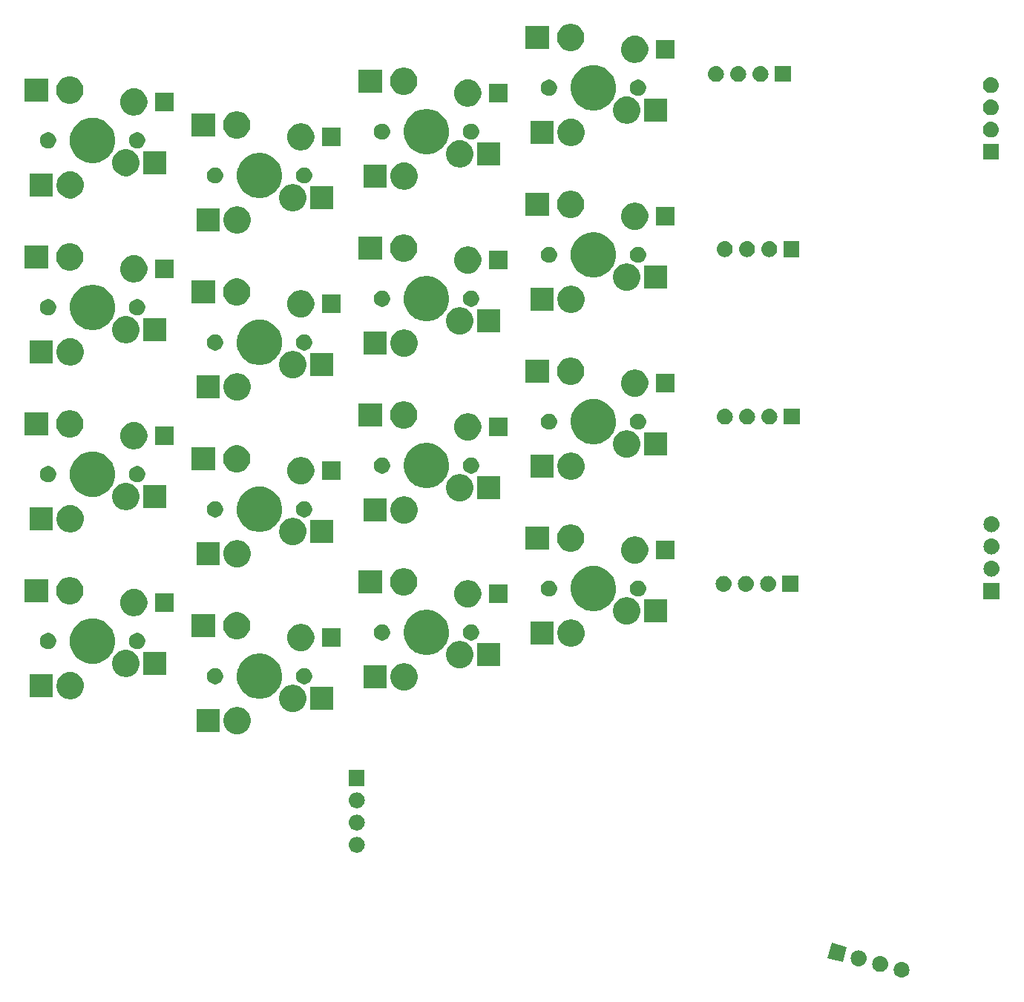
<source format=gbr>
G04 #@! TF.GenerationSoftware,KiCad,Pcbnew,(5.1.4)-1*
G04 #@! TF.CreationDate,2023-09-09T05:25:23-04:00*
G04 #@! TF.ProjectId,ThumbsUp,5468756d-6273-4557-902e-6b696361645f,rev?*
G04 #@! TF.SameCoordinates,Original*
G04 #@! TF.FileFunction,Soldermask,Bot*
G04 #@! TF.FilePolarity,Negative*
%FSLAX46Y46*%
G04 Gerber Fmt 4.6, Leading zero omitted, Abs format (unit mm)*
G04 Created by KiCad (PCBNEW (5.1.4)-1) date 2023-09-09 05:25:23*
%MOMM*%
%LPD*%
G04 APERTURE LIST*
%ADD10C,0.100000*%
G04 APERTURE END LIST*
D10*
G36*
X116333588Y-599570672D02*
G01*
X116399772Y-599577190D01*
X116569611Y-599628710D01*
X116726136Y-599712375D01*
X116761874Y-599741705D01*
X116863331Y-599824967D01*
X116946593Y-599926424D01*
X116975923Y-599962162D01*
X117059588Y-600118687D01*
X117111108Y-600288526D01*
X117128504Y-600465153D01*
X117111108Y-600641780D01*
X117059588Y-600811619D01*
X116975923Y-600968144D01*
X116946593Y-601003882D01*
X116863331Y-601105339D01*
X116761874Y-601188601D01*
X116726136Y-601217931D01*
X116569611Y-601301596D01*
X116399772Y-601353116D01*
X116333588Y-601359634D01*
X116267405Y-601366153D01*
X116178885Y-601366153D01*
X116112702Y-601359634D01*
X116046518Y-601353116D01*
X115876679Y-601301596D01*
X115720154Y-601217931D01*
X115684416Y-601188601D01*
X115582959Y-601105339D01*
X115499697Y-601003882D01*
X115470367Y-600968144D01*
X115386702Y-600811619D01*
X115335182Y-600641780D01*
X115317786Y-600465153D01*
X115335182Y-600288526D01*
X115386702Y-600118687D01*
X115470367Y-599962162D01*
X115499697Y-599926424D01*
X115582959Y-599824967D01*
X115684416Y-599741705D01*
X115720154Y-599712375D01*
X115876679Y-599628710D01*
X116046518Y-599577190D01*
X116112702Y-599570672D01*
X116178885Y-599564153D01*
X116267405Y-599564153D01*
X116333588Y-599570672D01*
X116333588Y-599570672D01*
G37*
G36*
X113880136Y-598913272D02*
G01*
X113946320Y-598919790D01*
X114116159Y-598971310D01*
X114272684Y-599054975D01*
X114308422Y-599084305D01*
X114409879Y-599167567D01*
X114493141Y-599269024D01*
X114522471Y-599304762D01*
X114606136Y-599461287D01*
X114657656Y-599631126D01*
X114675052Y-599807753D01*
X114657656Y-599984380D01*
X114606136Y-600154219D01*
X114522471Y-600310744D01*
X114493141Y-600346482D01*
X114409879Y-600447939D01*
X114308422Y-600531201D01*
X114272684Y-600560531D01*
X114116159Y-600644196D01*
X113946320Y-600695716D01*
X113880135Y-600702235D01*
X113813953Y-600708753D01*
X113725433Y-600708753D01*
X113659251Y-600702235D01*
X113593066Y-600695716D01*
X113423227Y-600644196D01*
X113266702Y-600560531D01*
X113230964Y-600531201D01*
X113129507Y-600447939D01*
X113046245Y-600346482D01*
X113016915Y-600310744D01*
X112933250Y-600154219D01*
X112881730Y-599984380D01*
X112864334Y-599807753D01*
X112881730Y-599631126D01*
X112933250Y-599461287D01*
X113016915Y-599304762D01*
X113046245Y-599269024D01*
X113129507Y-599167567D01*
X113230964Y-599084305D01*
X113266702Y-599054975D01*
X113423227Y-598971310D01*
X113593066Y-598919790D01*
X113659250Y-598913272D01*
X113725433Y-598906753D01*
X113813953Y-598906753D01*
X113880136Y-598913272D01*
X113880136Y-598913272D01*
G37*
G36*
X111426685Y-598255871D02*
G01*
X111492869Y-598262389D01*
X111662708Y-598313909D01*
X111819233Y-598397574D01*
X111854971Y-598426904D01*
X111956428Y-598510166D01*
X112039690Y-598611623D01*
X112069020Y-598647361D01*
X112152685Y-598803886D01*
X112204205Y-598973725D01*
X112221601Y-599150352D01*
X112204205Y-599326979D01*
X112152685Y-599496818D01*
X112069020Y-599653343D01*
X112039690Y-599689081D01*
X111956428Y-599790538D01*
X111854971Y-599873800D01*
X111819233Y-599903130D01*
X111662708Y-599986795D01*
X111492869Y-600038315D01*
X111426685Y-600044833D01*
X111360502Y-600051352D01*
X111271982Y-600051352D01*
X111205799Y-600044833D01*
X111139615Y-600038315D01*
X110969776Y-599986795D01*
X110813251Y-599903130D01*
X110777513Y-599873800D01*
X110676056Y-599790538D01*
X110592794Y-599689081D01*
X110563464Y-599653343D01*
X110479799Y-599496818D01*
X110428279Y-599326979D01*
X110410883Y-599150352D01*
X110428279Y-598973725D01*
X110479799Y-598803886D01*
X110563464Y-598647361D01*
X110592794Y-598611623D01*
X110676056Y-598510166D01*
X110777513Y-598426904D01*
X110813251Y-598397574D01*
X110969776Y-598313909D01*
X111139615Y-598262389D01*
X111205799Y-598255871D01*
X111271982Y-598249352D01*
X111360502Y-598249352D01*
X111426685Y-598255871D01*
X111426685Y-598255871D01*
G37*
G36*
X109966285Y-597855849D02*
G01*
X109499893Y-599596447D01*
X107759295Y-599130055D01*
X108225687Y-597389457D01*
X109966285Y-597855849D01*
X109966285Y-597855849D01*
G37*
G36*
X54173232Y-585298471D02*
G01*
X54239416Y-585304989D01*
X54409255Y-585356509D01*
X54565780Y-585440174D01*
X54601518Y-585469504D01*
X54702975Y-585552766D01*
X54786237Y-585654223D01*
X54815567Y-585689961D01*
X54899232Y-585846486D01*
X54950752Y-586016325D01*
X54968148Y-586192952D01*
X54950752Y-586369579D01*
X54899232Y-586539418D01*
X54815567Y-586695943D01*
X54786237Y-586731681D01*
X54702975Y-586833138D01*
X54601518Y-586916400D01*
X54565780Y-586945730D01*
X54409255Y-587029395D01*
X54239416Y-587080915D01*
X54173231Y-587087434D01*
X54107049Y-587093952D01*
X54018529Y-587093952D01*
X53952347Y-587087434D01*
X53886162Y-587080915D01*
X53716323Y-587029395D01*
X53559798Y-586945730D01*
X53524060Y-586916400D01*
X53422603Y-586833138D01*
X53339341Y-586731681D01*
X53310011Y-586695943D01*
X53226346Y-586539418D01*
X53174826Y-586369579D01*
X53157430Y-586192952D01*
X53174826Y-586016325D01*
X53226346Y-585846486D01*
X53310011Y-585689961D01*
X53339341Y-585654223D01*
X53422603Y-585552766D01*
X53524060Y-585469504D01*
X53559798Y-585440174D01*
X53716323Y-585356509D01*
X53886162Y-585304989D01*
X53952346Y-585298471D01*
X54018529Y-585291952D01*
X54107049Y-585291952D01*
X54173232Y-585298471D01*
X54173232Y-585298471D01*
G37*
G36*
X54173231Y-582758470D02*
G01*
X54239416Y-582764989D01*
X54409255Y-582816509D01*
X54565780Y-582900174D01*
X54601518Y-582929504D01*
X54702975Y-583012766D01*
X54786237Y-583114223D01*
X54815567Y-583149961D01*
X54899232Y-583306486D01*
X54950752Y-583476325D01*
X54968148Y-583652952D01*
X54950752Y-583829579D01*
X54899232Y-583999418D01*
X54815567Y-584155943D01*
X54786237Y-584191681D01*
X54702975Y-584293138D01*
X54601518Y-584376400D01*
X54565780Y-584405730D01*
X54409255Y-584489395D01*
X54239416Y-584540915D01*
X54173232Y-584547433D01*
X54107049Y-584553952D01*
X54018529Y-584553952D01*
X53952346Y-584547433D01*
X53886162Y-584540915D01*
X53716323Y-584489395D01*
X53559798Y-584405730D01*
X53524060Y-584376400D01*
X53422603Y-584293138D01*
X53339341Y-584191681D01*
X53310011Y-584155943D01*
X53226346Y-583999418D01*
X53174826Y-583829579D01*
X53157430Y-583652952D01*
X53174826Y-583476325D01*
X53226346Y-583306486D01*
X53310011Y-583149961D01*
X53339341Y-583114223D01*
X53422603Y-583012766D01*
X53524060Y-582929504D01*
X53559798Y-582900174D01*
X53716323Y-582816509D01*
X53886162Y-582764989D01*
X53952347Y-582758470D01*
X54018529Y-582751952D01*
X54107049Y-582751952D01*
X54173231Y-582758470D01*
X54173231Y-582758470D01*
G37*
G36*
X54173231Y-580218470D02*
G01*
X54239416Y-580224989D01*
X54409255Y-580276509D01*
X54565780Y-580360174D01*
X54601518Y-580389504D01*
X54702975Y-580472766D01*
X54786237Y-580574223D01*
X54815567Y-580609961D01*
X54899232Y-580766486D01*
X54950752Y-580936325D01*
X54968148Y-581112952D01*
X54950752Y-581289579D01*
X54899232Y-581459418D01*
X54815567Y-581615943D01*
X54786237Y-581651681D01*
X54702975Y-581753138D01*
X54601518Y-581836400D01*
X54565780Y-581865730D01*
X54409255Y-581949395D01*
X54239416Y-582000915D01*
X54173231Y-582007434D01*
X54107049Y-582013952D01*
X54018529Y-582013952D01*
X53952347Y-582007434D01*
X53886162Y-582000915D01*
X53716323Y-581949395D01*
X53559798Y-581865730D01*
X53524060Y-581836400D01*
X53422603Y-581753138D01*
X53339341Y-581651681D01*
X53310011Y-581615943D01*
X53226346Y-581459418D01*
X53174826Y-581289579D01*
X53157430Y-581112952D01*
X53174826Y-580936325D01*
X53226346Y-580766486D01*
X53310011Y-580609961D01*
X53339341Y-580574223D01*
X53422603Y-580472766D01*
X53524060Y-580389504D01*
X53559798Y-580360174D01*
X53716323Y-580276509D01*
X53886162Y-580224989D01*
X53952347Y-580218470D01*
X54018529Y-580211952D01*
X54107049Y-580211952D01*
X54173231Y-580218470D01*
X54173231Y-580218470D01*
G37*
G36*
X54963789Y-579473952D02*
G01*
X53161789Y-579473952D01*
X53161789Y-577671952D01*
X54963789Y-577671952D01*
X54963789Y-579473952D01*
X54963789Y-579473952D01*
G37*
G36*
X40725374Y-570501754D02*
G01*
X40875199Y-570531556D01*
X41157463Y-570648473D01*
X41411494Y-570818211D01*
X41627530Y-571034247D01*
X41797268Y-571288278D01*
X41914185Y-571570542D01*
X41973789Y-571870192D01*
X41973789Y-572175712D01*
X41914185Y-572475362D01*
X41797268Y-572757626D01*
X41627530Y-573011657D01*
X41411494Y-573227693D01*
X41157463Y-573397431D01*
X40875199Y-573514348D01*
X40725374Y-573544150D01*
X40575550Y-573573952D01*
X40270028Y-573573952D01*
X40120204Y-573544150D01*
X39970379Y-573514348D01*
X39688115Y-573397431D01*
X39434084Y-573227693D01*
X39218048Y-573011657D01*
X39048310Y-572757626D01*
X38931393Y-572475362D01*
X38871789Y-572175712D01*
X38871789Y-571870192D01*
X38931393Y-571570542D01*
X39048310Y-571288278D01*
X39218048Y-571034247D01*
X39434084Y-570818211D01*
X39688115Y-570648473D01*
X39970379Y-570531556D01*
X40120204Y-570501754D01*
X40270028Y-570471952D01*
X40575550Y-570471952D01*
X40725374Y-570501754D01*
X40725374Y-570501754D01*
G37*
G36*
X38446789Y-573323952D02*
G01*
X35794789Y-573323952D01*
X35794789Y-570721952D01*
X38446789Y-570721952D01*
X38446789Y-573323952D01*
X38446789Y-573323952D01*
G37*
G36*
X47075374Y-567961754D02*
G01*
X47225199Y-567991556D01*
X47507463Y-568108473D01*
X47761494Y-568278211D01*
X47977530Y-568494247D01*
X48147268Y-568748278D01*
X48264185Y-569030542D01*
X48323789Y-569330192D01*
X48323789Y-569635712D01*
X48264185Y-569935362D01*
X48147268Y-570217626D01*
X47977530Y-570471657D01*
X47761494Y-570687693D01*
X47507463Y-570857431D01*
X47225199Y-570974348D01*
X47075374Y-571004150D01*
X46925550Y-571033952D01*
X46620028Y-571033952D01*
X46470204Y-571004150D01*
X46320379Y-570974348D01*
X46038115Y-570857431D01*
X45784084Y-570687693D01*
X45568048Y-570471657D01*
X45398310Y-570217626D01*
X45281393Y-569935362D01*
X45221789Y-569635712D01*
X45221789Y-569330192D01*
X45281393Y-569030542D01*
X45398310Y-568748278D01*
X45568048Y-568494247D01*
X45784084Y-568278211D01*
X46038115Y-568108473D01*
X46320379Y-567991556D01*
X46470204Y-567961754D01*
X46620028Y-567931952D01*
X46925550Y-567931952D01*
X47075374Y-567961754D01*
X47075374Y-567961754D01*
G37*
G36*
X51373789Y-570783952D02*
G01*
X48721789Y-570783952D01*
X48721789Y-568181952D01*
X51373789Y-568181952D01*
X51373789Y-570783952D01*
X51373789Y-570783952D01*
G37*
G36*
X21675374Y-566501754D02*
G01*
X21825199Y-566531556D01*
X22107463Y-566648473D01*
X22361494Y-566818211D01*
X22577530Y-567034247D01*
X22747268Y-567288278D01*
X22864185Y-567570542D01*
X22893987Y-567720367D01*
X22923543Y-567868952D01*
X22923789Y-567870192D01*
X22923789Y-568175712D01*
X22864185Y-568475362D01*
X22747268Y-568757626D01*
X22577530Y-569011657D01*
X22361494Y-569227693D01*
X22107463Y-569397431D01*
X21825199Y-569514348D01*
X21675374Y-569544150D01*
X21525550Y-569573952D01*
X21220028Y-569573952D01*
X21070204Y-569544150D01*
X20920379Y-569514348D01*
X20638115Y-569397431D01*
X20384084Y-569227693D01*
X20168048Y-569011657D01*
X19998310Y-568757626D01*
X19881393Y-568475362D01*
X19821789Y-568175712D01*
X19821789Y-567870192D01*
X19822036Y-567868952D01*
X19851591Y-567720367D01*
X19881393Y-567570542D01*
X19998310Y-567288278D01*
X20168048Y-567034247D01*
X20384084Y-566818211D01*
X20638115Y-566648473D01*
X20920379Y-566531556D01*
X21070204Y-566501754D01*
X21220028Y-566471952D01*
X21525550Y-566471952D01*
X21675374Y-566501754D01*
X21675374Y-566501754D01*
G37*
G36*
X43465341Y-564416449D02*
G01*
X43714180Y-564465946D01*
X43842147Y-564518952D01*
X44182981Y-564660130D01*
X44604893Y-564942042D01*
X44963699Y-565300848D01*
X45245611Y-565722760D01*
X45349822Y-565974348D01*
X45439795Y-566191561D01*
X45471840Y-566352661D01*
X45538482Y-566687692D01*
X45538789Y-566689238D01*
X45538789Y-567196666D01*
X45439795Y-567694343D01*
X45382209Y-567833367D01*
X45245611Y-568163144D01*
X44963699Y-568585056D01*
X44604893Y-568943862D01*
X44182981Y-569225774D01*
X43945958Y-569323952D01*
X43714180Y-569419958D01*
X43465341Y-569469455D01*
X43216504Y-569518952D01*
X42709074Y-569518952D01*
X42460237Y-569469455D01*
X42211398Y-569419958D01*
X41979620Y-569323952D01*
X41742597Y-569225774D01*
X41320685Y-568943862D01*
X40961879Y-568585056D01*
X40679967Y-568163144D01*
X40543369Y-567833367D01*
X40485783Y-567694343D01*
X40386789Y-567196666D01*
X40386789Y-566689238D01*
X40387097Y-566687692D01*
X40453738Y-566352661D01*
X40485783Y-566191561D01*
X40575756Y-565974348D01*
X40679967Y-565722760D01*
X40961879Y-565300848D01*
X41320685Y-564942042D01*
X41742597Y-564660130D01*
X42083431Y-564518952D01*
X42211398Y-564465946D01*
X42460237Y-564416449D01*
X42709074Y-564366952D01*
X43216504Y-564366952D01*
X43465341Y-564416449D01*
X43465341Y-564416449D01*
G37*
G36*
X19396789Y-569323952D02*
G01*
X16744789Y-569323952D01*
X16744789Y-566721952D01*
X19396789Y-566721952D01*
X19396789Y-569323952D01*
X19396789Y-569323952D01*
G37*
G36*
X59775375Y-565501754D02*
G01*
X59925200Y-565531556D01*
X60207464Y-565648473D01*
X60461495Y-565818211D01*
X60677531Y-566034247D01*
X60847269Y-566288278D01*
X60964186Y-566570542D01*
X60964186Y-566570543D01*
X61020122Y-566851749D01*
X61023790Y-566870192D01*
X61023790Y-567175712D01*
X60964186Y-567475362D01*
X60847269Y-567757626D01*
X60677531Y-568011657D01*
X60461495Y-568227693D01*
X60207464Y-568397431D01*
X59925200Y-568514348D01*
X59775375Y-568544150D01*
X59625551Y-568573952D01*
X59320029Y-568573952D01*
X59170205Y-568544150D01*
X59020380Y-568514348D01*
X58738116Y-568397431D01*
X58484085Y-568227693D01*
X58268049Y-568011657D01*
X58098311Y-567757626D01*
X57981394Y-567475362D01*
X57921790Y-567175712D01*
X57921790Y-566870192D01*
X57925459Y-566851749D01*
X57981394Y-566570543D01*
X57981394Y-566570542D01*
X58098311Y-566288278D01*
X58268049Y-566034247D01*
X58484085Y-565818211D01*
X58738116Y-565648473D01*
X59020380Y-565531556D01*
X59170205Y-565501754D01*
X59320029Y-565471952D01*
X59625551Y-565471952D01*
X59775375Y-565501754D01*
X59775375Y-565501754D01*
G37*
G36*
X57496790Y-568323952D02*
G01*
X54844790Y-568323952D01*
X54844790Y-565721952D01*
X57496790Y-565721952D01*
X57496790Y-568323952D01*
X57496790Y-568323952D01*
G37*
G36*
X38152893Y-566052537D02*
G01*
X38321415Y-566122341D01*
X38473080Y-566223680D01*
X38602061Y-566352661D01*
X38703400Y-566504326D01*
X38773204Y-566672848D01*
X38808789Y-566851749D01*
X38808789Y-567034155D01*
X38773204Y-567213056D01*
X38703400Y-567381578D01*
X38602061Y-567533243D01*
X38473080Y-567662224D01*
X38321415Y-567763563D01*
X38152893Y-567833367D01*
X37973992Y-567868952D01*
X37791586Y-567868952D01*
X37612685Y-567833367D01*
X37444163Y-567763563D01*
X37292498Y-567662224D01*
X37163517Y-567533243D01*
X37062178Y-567381578D01*
X36992374Y-567213056D01*
X36956789Y-567034155D01*
X36956789Y-566851749D01*
X36992374Y-566672848D01*
X37062178Y-566504326D01*
X37163517Y-566352661D01*
X37292498Y-566223680D01*
X37444163Y-566122341D01*
X37612685Y-566052537D01*
X37791586Y-566016952D01*
X37973992Y-566016952D01*
X38152893Y-566052537D01*
X38152893Y-566052537D01*
G37*
G36*
X48312893Y-566052537D02*
G01*
X48481415Y-566122341D01*
X48633080Y-566223680D01*
X48762061Y-566352661D01*
X48863400Y-566504326D01*
X48933204Y-566672848D01*
X48968789Y-566851749D01*
X48968789Y-567034155D01*
X48933204Y-567213056D01*
X48863400Y-567381578D01*
X48762061Y-567533243D01*
X48633080Y-567662224D01*
X48481415Y-567763563D01*
X48312893Y-567833367D01*
X48133992Y-567868952D01*
X47951586Y-567868952D01*
X47772685Y-567833367D01*
X47604163Y-567763563D01*
X47452498Y-567662224D01*
X47323517Y-567533243D01*
X47222178Y-567381578D01*
X47152374Y-567213056D01*
X47116789Y-567034155D01*
X47116789Y-566851749D01*
X47152374Y-566672848D01*
X47222178Y-566504326D01*
X47323517Y-566352661D01*
X47452498Y-566223680D01*
X47604163Y-566122341D01*
X47772685Y-566052537D01*
X47951586Y-566016952D01*
X48133992Y-566016952D01*
X48312893Y-566052537D01*
X48312893Y-566052537D01*
G37*
G36*
X27935425Y-563943862D02*
G01*
X28175199Y-563991556D01*
X28457463Y-564108473D01*
X28711494Y-564278211D01*
X28927530Y-564494247D01*
X29097268Y-564748278D01*
X29214185Y-565030542D01*
X29273789Y-565330192D01*
X29273789Y-565635712D01*
X29214185Y-565935362D01*
X29097268Y-566217626D01*
X28927530Y-566471657D01*
X28711494Y-566687693D01*
X28457463Y-566857431D01*
X28175199Y-566974348D01*
X28025374Y-567004150D01*
X27875550Y-567033952D01*
X27570028Y-567033952D01*
X27420204Y-567004150D01*
X27270379Y-566974348D01*
X26988115Y-566857431D01*
X26734084Y-566687693D01*
X26518048Y-566471657D01*
X26348310Y-566217626D01*
X26231393Y-565935362D01*
X26171789Y-565635712D01*
X26171789Y-565330192D01*
X26231393Y-565030542D01*
X26348310Y-564748278D01*
X26518048Y-564494247D01*
X26734084Y-564278211D01*
X26988115Y-564108473D01*
X27270379Y-563991556D01*
X27510153Y-563943862D01*
X27570028Y-563931952D01*
X27875550Y-563931952D01*
X27935425Y-563943862D01*
X27935425Y-563943862D01*
G37*
G36*
X32323789Y-566783952D02*
G01*
X29671789Y-566783952D01*
X29671789Y-564181952D01*
X32323789Y-564181952D01*
X32323789Y-566783952D01*
X32323789Y-566783952D01*
G37*
G36*
X66125375Y-562961754D02*
G01*
X66275200Y-562991556D01*
X66557464Y-563108473D01*
X66811495Y-563278211D01*
X67027531Y-563494247D01*
X67197269Y-563748278D01*
X67314186Y-564030542D01*
X67373790Y-564330192D01*
X67373790Y-564635712D01*
X67314186Y-564935362D01*
X67197269Y-565217626D01*
X67027531Y-565471657D01*
X66811495Y-565687693D01*
X66557464Y-565857431D01*
X66275200Y-565974348D01*
X66125375Y-566004150D01*
X65975551Y-566033952D01*
X65670029Y-566033952D01*
X65520205Y-566004150D01*
X65370380Y-565974348D01*
X65088116Y-565857431D01*
X64834085Y-565687693D01*
X64618049Y-565471657D01*
X64448311Y-565217626D01*
X64331394Y-564935362D01*
X64271790Y-564635712D01*
X64271790Y-564330192D01*
X64331394Y-564030542D01*
X64448311Y-563748278D01*
X64618049Y-563494247D01*
X64834085Y-563278211D01*
X65088116Y-563108473D01*
X65370380Y-562991556D01*
X65520205Y-562961754D01*
X65670029Y-562931952D01*
X65975551Y-562931952D01*
X66125375Y-562961754D01*
X66125375Y-562961754D01*
G37*
G36*
X70423790Y-565783952D02*
G01*
X67771790Y-565783952D01*
X67771790Y-563181952D01*
X70423790Y-563181952D01*
X70423790Y-565783952D01*
X70423790Y-565783952D01*
G37*
G36*
X24664180Y-560465946D02*
G01*
X24822576Y-560531556D01*
X25132981Y-560660130D01*
X25554893Y-560942042D01*
X25913699Y-561300848D01*
X26195611Y-561722760D01*
X26249040Y-561851749D01*
X26389795Y-562191561D01*
X26396184Y-562223680D01*
X26488789Y-562689237D01*
X26488789Y-563196667D01*
X26472685Y-563277626D01*
X26389795Y-563694343D01*
X26332209Y-563833367D01*
X26195611Y-564163144D01*
X25913699Y-564585056D01*
X25554893Y-564943862D01*
X25132981Y-565225774D01*
X24951736Y-565300848D01*
X24664180Y-565419958D01*
X24166504Y-565518952D01*
X23659074Y-565518952D01*
X23161398Y-565419958D01*
X22873842Y-565300848D01*
X22692597Y-565225774D01*
X22270685Y-564943862D01*
X21911879Y-564585056D01*
X21629967Y-564163144D01*
X21493369Y-563833367D01*
X21435783Y-563694343D01*
X21352893Y-563277626D01*
X21336789Y-563196667D01*
X21336789Y-562689237D01*
X21429394Y-562223680D01*
X21435783Y-562191561D01*
X21576538Y-561851749D01*
X21629967Y-561722760D01*
X21911879Y-561300848D01*
X22270685Y-560942042D01*
X22692597Y-560660130D01*
X23003002Y-560531556D01*
X23161398Y-560465946D01*
X23659074Y-560366952D01*
X24166504Y-560366952D01*
X24664180Y-560465946D01*
X24664180Y-560465946D01*
G37*
G36*
X62515342Y-559416449D02*
G01*
X62764181Y-559465946D01*
X62892148Y-559518952D01*
X63232982Y-559660130D01*
X63654894Y-559942042D01*
X64013700Y-560300848D01*
X64295612Y-560722760D01*
X64399823Y-560974348D01*
X64489796Y-561191561D01*
X64520459Y-561345713D01*
X64588790Y-561689237D01*
X64588790Y-562196667D01*
X64548803Y-562397693D01*
X64489796Y-562694343D01*
X64432210Y-562833367D01*
X64295612Y-563163144D01*
X64013700Y-563585056D01*
X63654894Y-563943862D01*
X63232982Y-564225774D01*
X63106385Y-564278212D01*
X62764181Y-564419958D01*
X62532983Y-564465946D01*
X62266505Y-564518952D01*
X61759075Y-564518952D01*
X61492597Y-564465946D01*
X61261399Y-564419958D01*
X60919195Y-564278212D01*
X60792598Y-564225774D01*
X60370686Y-563943862D01*
X60011880Y-563585056D01*
X59729968Y-563163144D01*
X59593370Y-562833367D01*
X59535784Y-562694343D01*
X59476777Y-562397693D01*
X59436790Y-562196667D01*
X59436790Y-561689237D01*
X59505121Y-561345713D01*
X59535784Y-561191561D01*
X59625757Y-560974348D01*
X59729968Y-560722760D01*
X60011880Y-560300848D01*
X60370686Y-559942042D01*
X60792598Y-559660130D01*
X61133432Y-559518952D01*
X61261399Y-559465946D01*
X61510238Y-559416449D01*
X61759075Y-559366952D01*
X62266505Y-559366952D01*
X62515342Y-559416449D01*
X62515342Y-559416449D01*
G37*
G36*
X47941233Y-561016952D02*
G01*
X48115199Y-561051556D01*
X48397463Y-561168473D01*
X48651494Y-561338211D01*
X48867530Y-561554247D01*
X49037268Y-561808278D01*
X49154185Y-562090542D01*
X49180668Y-562223680D01*
X49213789Y-562390191D01*
X49213789Y-562695713D01*
X49201474Y-562757624D01*
X49154185Y-562995362D01*
X49037268Y-563277626D01*
X48867530Y-563531657D01*
X48651494Y-563747693D01*
X48397463Y-563917431D01*
X48115199Y-564034348D01*
X47965374Y-564064150D01*
X47815550Y-564093952D01*
X47510028Y-564093952D01*
X47360204Y-564064150D01*
X47210379Y-564034348D01*
X46928115Y-563917431D01*
X46674084Y-563747693D01*
X46458048Y-563531657D01*
X46288310Y-563277626D01*
X46171393Y-562995362D01*
X46124104Y-562757624D01*
X46111789Y-562695713D01*
X46111789Y-562390191D01*
X46144910Y-562223680D01*
X46171393Y-562090542D01*
X46288310Y-561808278D01*
X46458048Y-561554247D01*
X46674084Y-561338211D01*
X46928115Y-561168473D01*
X47210379Y-561051556D01*
X47384345Y-561016952D01*
X47510028Y-560991952D01*
X47815550Y-560991952D01*
X47941233Y-561016952D01*
X47941233Y-561016952D01*
G37*
G36*
X29262893Y-562052537D02*
G01*
X29431415Y-562122341D01*
X29583080Y-562223680D01*
X29712061Y-562352661D01*
X29813400Y-562504326D01*
X29883204Y-562672848D01*
X29918789Y-562851749D01*
X29918789Y-563034155D01*
X29883204Y-563213056D01*
X29813400Y-563381578D01*
X29712061Y-563533243D01*
X29583080Y-563662224D01*
X29431415Y-563763563D01*
X29262893Y-563833367D01*
X29083992Y-563868952D01*
X28901586Y-563868952D01*
X28722685Y-563833367D01*
X28554163Y-563763563D01*
X28402498Y-563662224D01*
X28273517Y-563533243D01*
X28172178Y-563381578D01*
X28102374Y-563213056D01*
X28066789Y-563034155D01*
X28066789Y-562851749D01*
X28102374Y-562672848D01*
X28172178Y-562504326D01*
X28273517Y-562352661D01*
X28402498Y-562223680D01*
X28554163Y-562122341D01*
X28722685Y-562052537D01*
X28901586Y-562016952D01*
X29083992Y-562016952D01*
X29262893Y-562052537D01*
X29262893Y-562052537D01*
G37*
G36*
X19102893Y-562052537D02*
G01*
X19271415Y-562122341D01*
X19423080Y-562223680D01*
X19552061Y-562352661D01*
X19653400Y-562504326D01*
X19723204Y-562672848D01*
X19758789Y-562851749D01*
X19758789Y-563034155D01*
X19723204Y-563213056D01*
X19653400Y-563381578D01*
X19552061Y-563533243D01*
X19423080Y-563662224D01*
X19271415Y-563763563D01*
X19102893Y-563833367D01*
X18923992Y-563868952D01*
X18741586Y-563868952D01*
X18562685Y-563833367D01*
X18394163Y-563763563D01*
X18242498Y-563662224D01*
X18113517Y-563533243D01*
X18012178Y-563381578D01*
X17942374Y-563213056D01*
X17906789Y-563034155D01*
X17906789Y-562851749D01*
X17942374Y-562672848D01*
X18012178Y-562504326D01*
X18113517Y-562352661D01*
X18242498Y-562223680D01*
X18394163Y-562122341D01*
X18562685Y-562052537D01*
X18741586Y-562016952D01*
X18923992Y-562016952D01*
X19102893Y-562052537D01*
X19102893Y-562052537D01*
G37*
G36*
X52213789Y-563593952D02*
G01*
X50111789Y-563593952D01*
X50111789Y-561491952D01*
X52213789Y-561491952D01*
X52213789Y-563593952D01*
X52213789Y-563593952D01*
G37*
G36*
X78825374Y-560501754D02*
G01*
X78975199Y-560531556D01*
X79257463Y-560648473D01*
X79511494Y-560818211D01*
X79727530Y-561034247D01*
X79897268Y-561288278D01*
X80014185Y-561570542D01*
X80014185Y-561570543D01*
X80073789Y-561870191D01*
X80073789Y-562175713D01*
X80043987Y-562325537D01*
X80014185Y-562475362D01*
X79897268Y-562757626D01*
X79727530Y-563011657D01*
X79511494Y-563227693D01*
X79257463Y-563397431D01*
X78975199Y-563514348D01*
X78880212Y-563533242D01*
X78675550Y-563573952D01*
X78370028Y-563573952D01*
X78165366Y-563533242D01*
X78070379Y-563514348D01*
X77788115Y-563397431D01*
X77534084Y-563227693D01*
X77318048Y-563011657D01*
X77148310Y-562757626D01*
X77031393Y-562475362D01*
X77001591Y-562325537D01*
X76971789Y-562175713D01*
X76971789Y-561870191D01*
X77031393Y-561570543D01*
X77031393Y-561570542D01*
X77148310Y-561288278D01*
X77318048Y-561034247D01*
X77534084Y-560818211D01*
X77788115Y-560648473D01*
X78070379Y-560531556D01*
X78220204Y-560501754D01*
X78370028Y-560471952D01*
X78675550Y-560471952D01*
X78825374Y-560501754D01*
X78825374Y-560501754D01*
G37*
G36*
X76546789Y-563323952D02*
G01*
X73894789Y-563323952D01*
X73894789Y-560721952D01*
X76546789Y-560721952D01*
X76546789Y-563323952D01*
X76546789Y-563323952D01*
G37*
G36*
X67362894Y-561052537D02*
G01*
X67531416Y-561122341D01*
X67683081Y-561223680D01*
X67812062Y-561352661D01*
X67913401Y-561504326D01*
X67983205Y-561672848D01*
X68018790Y-561851749D01*
X68018790Y-562034155D01*
X67983205Y-562213056D01*
X67913401Y-562381578D01*
X67812062Y-562533243D01*
X67683081Y-562662224D01*
X67531416Y-562763563D01*
X67362894Y-562833367D01*
X67183993Y-562868952D01*
X67001587Y-562868952D01*
X66822686Y-562833367D01*
X66654164Y-562763563D01*
X66502499Y-562662224D01*
X66373518Y-562533243D01*
X66272179Y-562381578D01*
X66202375Y-562213056D01*
X66166790Y-562034155D01*
X66166790Y-561851749D01*
X66202375Y-561672848D01*
X66272179Y-561504326D01*
X66373518Y-561352661D01*
X66502499Y-561223680D01*
X66654164Y-561122341D01*
X66822686Y-561052537D01*
X67001587Y-561016952D01*
X67183993Y-561016952D01*
X67362894Y-561052537D01*
X67362894Y-561052537D01*
G37*
G36*
X57202894Y-561052537D02*
G01*
X57371416Y-561122341D01*
X57523081Y-561223680D01*
X57652062Y-561352661D01*
X57753401Y-561504326D01*
X57823205Y-561672848D01*
X57858790Y-561851749D01*
X57858790Y-562034155D01*
X57823205Y-562213056D01*
X57753401Y-562381578D01*
X57652062Y-562533243D01*
X57523081Y-562662224D01*
X57371416Y-562763563D01*
X57202894Y-562833367D01*
X57023993Y-562868952D01*
X56841587Y-562868952D01*
X56662686Y-562833367D01*
X56494164Y-562763563D01*
X56342499Y-562662224D01*
X56213518Y-562533243D01*
X56112179Y-562381578D01*
X56042375Y-562213056D01*
X56006790Y-562034155D01*
X56006790Y-561851749D01*
X56042375Y-561672848D01*
X56112179Y-561504326D01*
X56213518Y-561352661D01*
X56342499Y-561223680D01*
X56494164Y-561122341D01*
X56662686Y-561052537D01*
X56841587Y-561016952D01*
X57023993Y-561016952D01*
X57202894Y-561052537D01*
X57202894Y-561052537D01*
G37*
G36*
X40665374Y-559671754D02*
G01*
X40815199Y-559701556D01*
X41097463Y-559818473D01*
X41351494Y-559988211D01*
X41567530Y-560204247D01*
X41737268Y-560458278D01*
X41854185Y-560740542D01*
X41877436Y-560857431D01*
X41912607Y-561034247D01*
X41913789Y-561040192D01*
X41913789Y-561345712D01*
X41854185Y-561645362D01*
X41737268Y-561927626D01*
X41567530Y-562181657D01*
X41351494Y-562397693D01*
X41097463Y-562567431D01*
X40815199Y-562684348D01*
X40758068Y-562695712D01*
X40515550Y-562743952D01*
X40210028Y-562743952D01*
X39967510Y-562695712D01*
X39910379Y-562684348D01*
X39628115Y-562567431D01*
X39374084Y-562397693D01*
X39158048Y-562181657D01*
X38988310Y-561927626D01*
X38871393Y-561645362D01*
X38811789Y-561345712D01*
X38811789Y-561040192D01*
X38812972Y-561034247D01*
X38848142Y-560857431D01*
X38871393Y-560740542D01*
X38988310Y-560458278D01*
X39158048Y-560204247D01*
X39374084Y-559988211D01*
X39628115Y-559818473D01*
X39910379Y-559701556D01*
X40060204Y-559671754D01*
X40210028Y-559641952D01*
X40515550Y-559641952D01*
X40665374Y-559671754D01*
X40665374Y-559671754D01*
G37*
G36*
X37888789Y-562493952D02*
G01*
X35236789Y-562493952D01*
X35236789Y-559891952D01*
X37888789Y-559891952D01*
X37888789Y-562493952D01*
X37888789Y-562493952D01*
G37*
G36*
X85175374Y-557961754D02*
G01*
X85325199Y-557991556D01*
X85607463Y-558108473D01*
X85861494Y-558278211D01*
X86077530Y-558494247D01*
X86247268Y-558748278D01*
X86364185Y-559030542D01*
X86423789Y-559330192D01*
X86423789Y-559635712D01*
X86364185Y-559935362D01*
X86247268Y-560217626D01*
X86077530Y-560471657D01*
X85861494Y-560687693D01*
X85607463Y-560857431D01*
X85325199Y-560974348D01*
X85175374Y-561004150D01*
X85025550Y-561033952D01*
X84720028Y-561033952D01*
X84570204Y-561004150D01*
X84420379Y-560974348D01*
X84138115Y-560857431D01*
X83884084Y-560687693D01*
X83668048Y-560471657D01*
X83498310Y-560217626D01*
X83381393Y-559935362D01*
X83321789Y-559635712D01*
X83321789Y-559330192D01*
X83381393Y-559030542D01*
X83498310Y-558748278D01*
X83668048Y-558494247D01*
X83884084Y-558278211D01*
X84138115Y-558108473D01*
X84420379Y-557991556D01*
X84570204Y-557961754D01*
X84720028Y-557931952D01*
X85025550Y-557931952D01*
X85175374Y-557961754D01*
X85175374Y-557961754D01*
G37*
G36*
X89473789Y-560783952D02*
G01*
X86821789Y-560783952D01*
X86821789Y-558181952D01*
X89473789Y-558181952D01*
X89473789Y-560783952D01*
X89473789Y-560783952D01*
G37*
G36*
X28915374Y-557021754D02*
G01*
X29065199Y-557051556D01*
X29347463Y-557168473D01*
X29601494Y-557338211D01*
X29817530Y-557554247D01*
X29987268Y-557808278D01*
X30104185Y-558090542D01*
X30133987Y-558240367D01*
X30163789Y-558390191D01*
X30163789Y-558695713D01*
X30153450Y-558747692D01*
X30104185Y-558995362D01*
X29987268Y-559277626D01*
X29817530Y-559531657D01*
X29601494Y-559747693D01*
X29347463Y-559917431D01*
X29065199Y-560034348D01*
X28915374Y-560064150D01*
X28765550Y-560093952D01*
X28460028Y-560093952D01*
X28310204Y-560064150D01*
X28160379Y-560034348D01*
X27878115Y-559917431D01*
X27624084Y-559747693D01*
X27408048Y-559531657D01*
X27238310Y-559277626D01*
X27121393Y-558995362D01*
X27072128Y-558747692D01*
X27061789Y-558695713D01*
X27061789Y-558390191D01*
X27091591Y-558240367D01*
X27121393Y-558090542D01*
X27238310Y-557808278D01*
X27408048Y-557554247D01*
X27624084Y-557338211D01*
X27878115Y-557168473D01*
X28160379Y-557051556D01*
X28310204Y-557021754D01*
X28460028Y-556991952D01*
X28765550Y-556991952D01*
X28915374Y-557021754D01*
X28915374Y-557021754D01*
G37*
G36*
X33163789Y-559593952D02*
G01*
X31061789Y-559593952D01*
X31061789Y-557491952D01*
X33163789Y-557491952D01*
X33163789Y-559593952D01*
X33163789Y-559593952D01*
G37*
G36*
X81814180Y-554465946D02*
G01*
X81954218Y-554523952D01*
X82282981Y-554660130D01*
X82704893Y-554942042D01*
X83063699Y-555300848D01*
X83345611Y-555722760D01*
X83455564Y-555988211D01*
X83539795Y-556191561D01*
X83570458Y-556345713D01*
X83638789Y-556689237D01*
X83638789Y-557196667D01*
X83598802Y-557397693D01*
X83539795Y-557694343D01*
X83482209Y-557833367D01*
X83345611Y-558163144D01*
X83063699Y-558585056D01*
X82704893Y-558943862D01*
X82282981Y-559225774D01*
X82030896Y-559330191D01*
X81814180Y-559419958D01*
X81582982Y-559465946D01*
X81316504Y-559518952D01*
X80809074Y-559518952D01*
X80542596Y-559465946D01*
X80311398Y-559419958D01*
X80094682Y-559330191D01*
X79842597Y-559225774D01*
X79420685Y-558943862D01*
X79061879Y-558585056D01*
X78779967Y-558163144D01*
X78643369Y-557833367D01*
X78585783Y-557694343D01*
X78526776Y-557397693D01*
X78486789Y-557196667D01*
X78486789Y-556689237D01*
X78555120Y-556345713D01*
X78585783Y-556191561D01*
X78670014Y-555988211D01*
X78779967Y-555722760D01*
X79061879Y-555300848D01*
X79420685Y-554942042D01*
X79842597Y-554660130D01*
X80171360Y-554523952D01*
X80311398Y-554465946D01*
X80809074Y-554366952D01*
X81316504Y-554366952D01*
X81814180Y-554465946D01*
X81814180Y-554465946D01*
G37*
G36*
X66991234Y-556016952D02*
G01*
X67165200Y-556051556D01*
X67447464Y-556168473D01*
X67701495Y-556338211D01*
X67917531Y-556554247D01*
X68087269Y-556808278D01*
X68204186Y-557090542D01*
X68233401Y-557237414D01*
X68263790Y-557390191D01*
X68263790Y-557695713D01*
X68250294Y-557763563D01*
X68204186Y-557995362D01*
X68087269Y-558277626D01*
X67917531Y-558531657D01*
X67701495Y-558747693D01*
X67447464Y-558917431D01*
X67165200Y-559034348D01*
X67015375Y-559064150D01*
X66865551Y-559093952D01*
X66560029Y-559093952D01*
X66410205Y-559064150D01*
X66260380Y-559034348D01*
X65978116Y-558917431D01*
X65724085Y-558747693D01*
X65508049Y-558531657D01*
X65338311Y-558277626D01*
X65221394Y-557995362D01*
X65175286Y-557763563D01*
X65161790Y-557695713D01*
X65161790Y-557390191D01*
X65192179Y-557237414D01*
X65221394Y-557090542D01*
X65338311Y-556808278D01*
X65508049Y-556554247D01*
X65724085Y-556338211D01*
X65978116Y-556168473D01*
X66260380Y-556051556D01*
X66434346Y-556016952D01*
X66560029Y-555991952D01*
X66865551Y-555991952D01*
X66991234Y-556016952D01*
X66991234Y-556016952D01*
G37*
G36*
X21496925Y-555648193D02*
G01*
X21765199Y-555701556D01*
X22047463Y-555818473D01*
X22301494Y-555988211D01*
X22517530Y-556204247D01*
X22687268Y-556458278D01*
X22804185Y-556740542D01*
X22817659Y-556808280D01*
X22863789Y-557040191D01*
X22863789Y-557345713D01*
X22853450Y-557397692D01*
X22804185Y-557645362D01*
X22687268Y-557927626D01*
X22517530Y-558181657D01*
X22301494Y-558397693D01*
X22047463Y-558567431D01*
X21765199Y-558684348D01*
X21708068Y-558695712D01*
X21465550Y-558743952D01*
X21160028Y-558743952D01*
X20917510Y-558695712D01*
X20860379Y-558684348D01*
X20578115Y-558567431D01*
X20324084Y-558397693D01*
X20108048Y-558181657D01*
X19938310Y-557927626D01*
X19821393Y-557645362D01*
X19772128Y-557397692D01*
X19761789Y-557345713D01*
X19761789Y-557040191D01*
X19807919Y-556808280D01*
X19821393Y-556740542D01*
X19938310Y-556458278D01*
X20108048Y-556204247D01*
X20324084Y-555988211D01*
X20578115Y-555818473D01*
X20860379Y-555701556D01*
X21128653Y-555648193D01*
X21160028Y-555641952D01*
X21465550Y-555641952D01*
X21496925Y-555648193D01*
X21496925Y-555648193D01*
G37*
G36*
X71263790Y-558593952D02*
G01*
X69161790Y-558593952D01*
X69161790Y-556491952D01*
X71263790Y-556491952D01*
X71263790Y-558593952D01*
X71263790Y-558593952D01*
G37*
G36*
X18838789Y-558493952D02*
G01*
X16186789Y-558493952D01*
X16186789Y-555891952D01*
X18838789Y-555891952D01*
X18838789Y-558493952D01*
X18838789Y-558493952D01*
G37*
G36*
X127371599Y-558125893D02*
G01*
X125569599Y-558125893D01*
X125569599Y-556323893D01*
X127371599Y-556323893D01*
X127371599Y-558125893D01*
X127371599Y-558125893D01*
G37*
G36*
X86412893Y-556052537D02*
G01*
X86581415Y-556122341D01*
X86733080Y-556223680D01*
X86862061Y-556352661D01*
X86963400Y-556504326D01*
X87033204Y-556672848D01*
X87068789Y-556851749D01*
X87068789Y-557034155D01*
X87033204Y-557213056D01*
X86963400Y-557381578D01*
X86862061Y-557533243D01*
X86733080Y-557662224D01*
X86581415Y-557763563D01*
X86412893Y-557833367D01*
X86233992Y-557868952D01*
X86051586Y-557868952D01*
X85872685Y-557833367D01*
X85704163Y-557763563D01*
X85552498Y-557662224D01*
X85423517Y-557533243D01*
X85322178Y-557381578D01*
X85252374Y-557213056D01*
X85216789Y-557034155D01*
X85216789Y-556851749D01*
X85252374Y-556672848D01*
X85322178Y-556504326D01*
X85423517Y-556352661D01*
X85552498Y-556223680D01*
X85704163Y-556122341D01*
X85872685Y-556052537D01*
X86051586Y-556016952D01*
X86233992Y-556016952D01*
X86412893Y-556052537D01*
X86412893Y-556052537D01*
G37*
G36*
X76252893Y-556052537D02*
G01*
X76421415Y-556122341D01*
X76573080Y-556223680D01*
X76702061Y-556352661D01*
X76803400Y-556504326D01*
X76873204Y-556672848D01*
X76908789Y-556851749D01*
X76908789Y-557034155D01*
X76873204Y-557213056D01*
X76803400Y-557381578D01*
X76702061Y-557533243D01*
X76573080Y-557662224D01*
X76421415Y-557763563D01*
X76252893Y-557833367D01*
X76073992Y-557868952D01*
X75891586Y-557868952D01*
X75712685Y-557833367D01*
X75544163Y-557763563D01*
X75392498Y-557662224D01*
X75263517Y-557533243D01*
X75162178Y-557381578D01*
X75092374Y-557213056D01*
X75056789Y-557034155D01*
X75056789Y-556851749D01*
X75092374Y-556672848D01*
X75162178Y-556504326D01*
X75263517Y-556352661D01*
X75392498Y-556223680D01*
X75544163Y-556122341D01*
X75712685Y-556052537D01*
X75891586Y-556016952D01*
X76073992Y-556016952D01*
X76252893Y-556052537D01*
X76252893Y-556052537D01*
G37*
G36*
X59715375Y-554671754D02*
G01*
X59865200Y-554701556D01*
X60147464Y-554818473D01*
X60401495Y-554988211D01*
X60617531Y-555204247D01*
X60787269Y-555458278D01*
X60896820Y-555722759D01*
X60904186Y-555740543D01*
X60954195Y-555991952D01*
X60963790Y-556040192D01*
X60963790Y-556345712D01*
X60904186Y-556645362D01*
X60787269Y-556927626D01*
X60617531Y-557181657D01*
X60401495Y-557397693D01*
X60147464Y-557567431D01*
X59865200Y-557684348D01*
X59808069Y-557695712D01*
X59565551Y-557743952D01*
X59260029Y-557743952D01*
X59017511Y-557695712D01*
X58960380Y-557684348D01*
X58678116Y-557567431D01*
X58424085Y-557397693D01*
X58208049Y-557181657D01*
X58038311Y-556927626D01*
X57921394Y-556645362D01*
X57861790Y-556345712D01*
X57861790Y-556040192D01*
X57871386Y-555991952D01*
X57921394Y-555740543D01*
X57928760Y-555722759D01*
X58038311Y-555458278D01*
X58208049Y-555204247D01*
X58424085Y-554988211D01*
X58678116Y-554818473D01*
X58960380Y-554701556D01*
X59110205Y-554671754D01*
X59260029Y-554641952D01*
X59565551Y-554641952D01*
X59715375Y-554671754D01*
X59715375Y-554671754D01*
G37*
G36*
X56938790Y-557493952D02*
G01*
X54286790Y-557493952D01*
X54286790Y-554891952D01*
X56938790Y-554891952D01*
X56938790Y-557493952D01*
X56938790Y-557493952D01*
G37*
G36*
X98557416Y-555506490D02*
G01*
X98623601Y-555513009D01*
X98793440Y-555564529D01*
X98949965Y-555648194D01*
X98985703Y-555677524D01*
X99087160Y-555760786D01*
X99170422Y-555862243D01*
X99199752Y-555897981D01*
X99283417Y-556054506D01*
X99334937Y-556224345D01*
X99352333Y-556400972D01*
X99334937Y-556577599D01*
X99283417Y-556747438D01*
X99199752Y-556903963D01*
X99180334Y-556927624D01*
X99087160Y-557041158D01*
X98985703Y-557124420D01*
X98949965Y-557153750D01*
X98793440Y-557237415D01*
X98623601Y-557288935D01*
X98557416Y-557295454D01*
X98491234Y-557301972D01*
X98402714Y-557301972D01*
X98336532Y-557295454D01*
X98270347Y-557288935D01*
X98100508Y-557237415D01*
X97943983Y-557153750D01*
X97908245Y-557124420D01*
X97806788Y-557041158D01*
X97713614Y-556927624D01*
X97694196Y-556903963D01*
X97610531Y-556747438D01*
X97559011Y-556577599D01*
X97541615Y-556400972D01*
X97559011Y-556224345D01*
X97610531Y-556054506D01*
X97694196Y-555897981D01*
X97723526Y-555862243D01*
X97806788Y-555760786D01*
X97908245Y-555677524D01*
X97943983Y-555648194D01*
X98100508Y-555564529D01*
X98270347Y-555513009D01*
X98336532Y-555506490D01*
X98402714Y-555499972D01*
X98491234Y-555499972D01*
X98557416Y-555506490D01*
X98557416Y-555506490D01*
G37*
G36*
X96017416Y-555506490D02*
G01*
X96083601Y-555513009D01*
X96253440Y-555564529D01*
X96409965Y-555648194D01*
X96445703Y-555677524D01*
X96547160Y-555760786D01*
X96630422Y-555862243D01*
X96659752Y-555897981D01*
X96743417Y-556054506D01*
X96794937Y-556224345D01*
X96812333Y-556400972D01*
X96794937Y-556577599D01*
X96743417Y-556747438D01*
X96659752Y-556903963D01*
X96640334Y-556927624D01*
X96547160Y-557041158D01*
X96445703Y-557124420D01*
X96409965Y-557153750D01*
X96253440Y-557237415D01*
X96083601Y-557288935D01*
X96017416Y-557295454D01*
X95951234Y-557301972D01*
X95862714Y-557301972D01*
X95796532Y-557295454D01*
X95730347Y-557288935D01*
X95560508Y-557237415D01*
X95403983Y-557153750D01*
X95368245Y-557124420D01*
X95266788Y-557041158D01*
X95173614Y-556927624D01*
X95154196Y-556903963D01*
X95070531Y-556747438D01*
X95019011Y-556577599D01*
X95001615Y-556400972D01*
X95019011Y-556224345D01*
X95070531Y-556054506D01*
X95154196Y-555897981D01*
X95183526Y-555862243D01*
X95266788Y-555760786D01*
X95368245Y-555677524D01*
X95403983Y-555648194D01*
X95560508Y-555564529D01*
X95730347Y-555513009D01*
X95796532Y-555506490D01*
X95862714Y-555499972D01*
X95951234Y-555499972D01*
X96017416Y-555506490D01*
X96017416Y-555506490D01*
G37*
G36*
X101097416Y-555506490D02*
G01*
X101163601Y-555513009D01*
X101333440Y-555564529D01*
X101489965Y-555648194D01*
X101525703Y-555677524D01*
X101627160Y-555760786D01*
X101710422Y-555862243D01*
X101739752Y-555897981D01*
X101823417Y-556054506D01*
X101874937Y-556224345D01*
X101892333Y-556400972D01*
X101874937Y-556577599D01*
X101823417Y-556747438D01*
X101739752Y-556903963D01*
X101720334Y-556927624D01*
X101627160Y-557041158D01*
X101525703Y-557124420D01*
X101489965Y-557153750D01*
X101333440Y-557237415D01*
X101163601Y-557288935D01*
X101097416Y-557295454D01*
X101031234Y-557301972D01*
X100942714Y-557301972D01*
X100876532Y-557295454D01*
X100810347Y-557288935D01*
X100640508Y-557237415D01*
X100483983Y-557153750D01*
X100448245Y-557124420D01*
X100346788Y-557041158D01*
X100253614Y-556927624D01*
X100234196Y-556903963D01*
X100150531Y-556747438D01*
X100099011Y-556577599D01*
X100081615Y-556400972D01*
X100099011Y-556224345D01*
X100150531Y-556054506D01*
X100234196Y-555897981D01*
X100263526Y-555862243D01*
X100346788Y-555760786D01*
X100448245Y-555677524D01*
X100483983Y-555648194D01*
X100640508Y-555564529D01*
X100810347Y-555513009D01*
X100876532Y-555506490D01*
X100942714Y-555499972D01*
X101031234Y-555499972D01*
X101097416Y-555506490D01*
X101097416Y-555506490D01*
G37*
G36*
X104427974Y-557301972D02*
G01*
X102625974Y-557301972D01*
X102625974Y-555499972D01*
X104427974Y-555499972D01*
X104427974Y-557301972D01*
X104427974Y-557301972D01*
G37*
G36*
X126581042Y-553790412D02*
G01*
X126647226Y-553796930D01*
X126817065Y-553848450D01*
X126973590Y-553932115D01*
X127009328Y-553961445D01*
X127110785Y-554044707D01*
X127194047Y-554146164D01*
X127223377Y-554181902D01*
X127307042Y-554338427D01*
X127358562Y-554508266D01*
X127375958Y-554684893D01*
X127358562Y-554861520D01*
X127307042Y-555031359D01*
X127223377Y-555187884D01*
X127209948Y-555204247D01*
X127110785Y-555325079D01*
X127009328Y-555408341D01*
X126973590Y-555437671D01*
X126817065Y-555521336D01*
X126647226Y-555572856D01*
X126581041Y-555579375D01*
X126514859Y-555585893D01*
X126426339Y-555585893D01*
X126360157Y-555579375D01*
X126293972Y-555572856D01*
X126124133Y-555521336D01*
X125967608Y-555437671D01*
X125931870Y-555408341D01*
X125830413Y-555325079D01*
X125731250Y-555204247D01*
X125717821Y-555187884D01*
X125634156Y-555031359D01*
X125582636Y-554861520D01*
X125565240Y-554684893D01*
X125582636Y-554508266D01*
X125634156Y-554338427D01*
X125717821Y-554181902D01*
X125747151Y-554146164D01*
X125830413Y-554044707D01*
X125931870Y-553961445D01*
X125967608Y-553932115D01*
X126124133Y-553848450D01*
X126293972Y-553796930D01*
X126360156Y-553790412D01*
X126426339Y-553783893D01*
X126514859Y-553783893D01*
X126581042Y-553790412D01*
X126581042Y-553790412D01*
G37*
G36*
X40725375Y-551451754D02*
G01*
X40875200Y-551481556D01*
X41157464Y-551598473D01*
X41411495Y-551768211D01*
X41627531Y-551984247D01*
X41797269Y-552238278D01*
X41903172Y-552493952D01*
X41914186Y-552520543D01*
X41966806Y-552785078D01*
X41973790Y-552820192D01*
X41973790Y-553125712D01*
X41914186Y-553425362D01*
X41797269Y-553707626D01*
X41627531Y-553961657D01*
X41411495Y-554177693D01*
X41157464Y-554347431D01*
X40875200Y-554464348D01*
X40725375Y-554494150D01*
X40575551Y-554523952D01*
X40270029Y-554523952D01*
X40120205Y-554494150D01*
X39970380Y-554464348D01*
X39688116Y-554347431D01*
X39434085Y-554177693D01*
X39218049Y-553961657D01*
X39048311Y-553707626D01*
X38931394Y-553425362D01*
X38871790Y-553125712D01*
X38871790Y-552820192D01*
X38878775Y-552785078D01*
X38931394Y-552520543D01*
X38942408Y-552493952D01*
X39048311Y-552238278D01*
X39218049Y-551984247D01*
X39434085Y-551768211D01*
X39688116Y-551598473D01*
X39970380Y-551481556D01*
X40120205Y-551451754D01*
X40270029Y-551421952D01*
X40575551Y-551421952D01*
X40725375Y-551451754D01*
X40725375Y-551451754D01*
G37*
G36*
X38446790Y-554273952D02*
G01*
X35794790Y-554273952D01*
X35794790Y-551671952D01*
X38446790Y-551671952D01*
X38446790Y-554273952D01*
X38446790Y-554273952D01*
G37*
G36*
X86065374Y-551021754D02*
G01*
X86215199Y-551051556D01*
X86497463Y-551168473D01*
X86751494Y-551338211D01*
X86967530Y-551554247D01*
X87137268Y-551808278D01*
X87254185Y-552090542D01*
X87254185Y-552090543D01*
X87313789Y-552390191D01*
X87313789Y-552695713D01*
X87296013Y-552785078D01*
X87254185Y-552995362D01*
X87137268Y-553277626D01*
X86967530Y-553531657D01*
X86751494Y-553747693D01*
X86497463Y-553917431D01*
X86215199Y-554034348D01*
X86065374Y-554064150D01*
X85915550Y-554093952D01*
X85610028Y-554093952D01*
X85460204Y-554064150D01*
X85310379Y-554034348D01*
X85028115Y-553917431D01*
X84774084Y-553747693D01*
X84558048Y-553531657D01*
X84388310Y-553277626D01*
X84271393Y-552995362D01*
X84229565Y-552785078D01*
X84211789Y-552695713D01*
X84211789Y-552390191D01*
X84271393Y-552090543D01*
X84271393Y-552090542D01*
X84388310Y-551808278D01*
X84558048Y-551554247D01*
X84774084Y-551338211D01*
X85028115Y-551168473D01*
X85310379Y-551051556D01*
X85460204Y-551021754D01*
X85610028Y-550991952D01*
X85915550Y-550991952D01*
X86065374Y-551021754D01*
X86065374Y-551021754D01*
G37*
G36*
X90313789Y-553593952D02*
G01*
X88211789Y-553593952D01*
X88211789Y-551491952D01*
X90313789Y-551491952D01*
X90313789Y-553593952D01*
X90313789Y-553593952D01*
G37*
G36*
X126581041Y-551250411D02*
G01*
X126647226Y-551256930D01*
X126817065Y-551308450D01*
X126817067Y-551308451D01*
X126872745Y-551338212D01*
X126973590Y-551392115D01*
X127009328Y-551421445D01*
X127110785Y-551504707D01*
X127194047Y-551606164D01*
X127223377Y-551641902D01*
X127307042Y-551798427D01*
X127358562Y-551968266D01*
X127375958Y-552144893D01*
X127358562Y-552321520D01*
X127307042Y-552491359D01*
X127223377Y-552647884D01*
X127194047Y-552683622D01*
X127110785Y-552785079D01*
X127009328Y-552868341D01*
X126973590Y-552897671D01*
X126817065Y-552981336D01*
X126647226Y-553032856D01*
X126581041Y-553039375D01*
X126514859Y-553045893D01*
X126426339Y-553045893D01*
X126360157Y-553039375D01*
X126293972Y-553032856D01*
X126124133Y-552981336D01*
X125967608Y-552897671D01*
X125931870Y-552868341D01*
X125830413Y-552785079D01*
X125747151Y-552683622D01*
X125717821Y-552647884D01*
X125634156Y-552491359D01*
X125582636Y-552321520D01*
X125565240Y-552144893D01*
X125582636Y-551968266D01*
X125634156Y-551798427D01*
X125717821Y-551641902D01*
X125747151Y-551606164D01*
X125830413Y-551504707D01*
X125931870Y-551421445D01*
X125967608Y-551392115D01*
X126068453Y-551338212D01*
X126124131Y-551308451D01*
X126124133Y-551308450D01*
X126293972Y-551256930D01*
X126360157Y-551250411D01*
X126426339Y-551243893D01*
X126514859Y-551243893D01*
X126581041Y-551250411D01*
X126581041Y-551250411D01*
G37*
G36*
X78765374Y-549671754D02*
G01*
X78915199Y-549701556D01*
X79197463Y-549818473D01*
X79451494Y-549988211D01*
X79667530Y-550204247D01*
X79837268Y-550458278D01*
X79954185Y-550740542D01*
X79954185Y-550740543D01*
X80004194Y-550991952D01*
X80013789Y-551040192D01*
X80013789Y-551345712D01*
X79954185Y-551645362D01*
X79837268Y-551927626D01*
X79667530Y-552181657D01*
X79451494Y-552397693D01*
X79197463Y-552567431D01*
X78915199Y-552684348D01*
X78858068Y-552695712D01*
X78615550Y-552743952D01*
X78310028Y-552743952D01*
X78067510Y-552695712D01*
X78010379Y-552684348D01*
X77728115Y-552567431D01*
X77474084Y-552397693D01*
X77258048Y-552181657D01*
X77088310Y-551927626D01*
X76971393Y-551645362D01*
X76911789Y-551345712D01*
X76911789Y-551040192D01*
X76921385Y-550991952D01*
X76971393Y-550740543D01*
X76971393Y-550740542D01*
X77088310Y-550458278D01*
X77258048Y-550204247D01*
X77474084Y-549988211D01*
X77728115Y-549818473D01*
X78010379Y-549701556D01*
X78160204Y-549671754D01*
X78310028Y-549641952D01*
X78615550Y-549641952D01*
X78765374Y-549671754D01*
X78765374Y-549671754D01*
G37*
G36*
X75988789Y-552493952D02*
G01*
X73336789Y-552493952D01*
X73336789Y-549891952D01*
X75988789Y-549891952D01*
X75988789Y-552493952D01*
X75988789Y-552493952D01*
G37*
G36*
X47075375Y-548911754D02*
G01*
X47225200Y-548941556D01*
X47507464Y-549058473D01*
X47761495Y-549228211D01*
X47977531Y-549444247D01*
X48147269Y-549698278D01*
X48264186Y-549980542D01*
X48289515Y-550107882D01*
X48316806Y-550245078D01*
X48323790Y-550280192D01*
X48323790Y-550585712D01*
X48264186Y-550885362D01*
X48147269Y-551167626D01*
X47977531Y-551421657D01*
X47761495Y-551637693D01*
X47507464Y-551807431D01*
X47225200Y-551924348D01*
X47075375Y-551954150D01*
X46925551Y-551983952D01*
X46620029Y-551983952D01*
X46470205Y-551954150D01*
X46320380Y-551924348D01*
X46038116Y-551807431D01*
X45784085Y-551637693D01*
X45568049Y-551421657D01*
X45398311Y-551167626D01*
X45281394Y-550885362D01*
X45221790Y-550585712D01*
X45221790Y-550280192D01*
X45228775Y-550245078D01*
X45256065Y-550107882D01*
X45281394Y-549980542D01*
X45398311Y-549698278D01*
X45568049Y-549444247D01*
X45784085Y-549228211D01*
X46038116Y-549058473D01*
X46320380Y-548941556D01*
X46470205Y-548911754D01*
X46620029Y-548881952D01*
X46925551Y-548881952D01*
X47075375Y-548911754D01*
X47075375Y-548911754D01*
G37*
G36*
X51373790Y-551733952D02*
G01*
X48721790Y-551733952D01*
X48721790Y-549131952D01*
X51373790Y-549131952D01*
X51373790Y-551733952D01*
X51373790Y-551733952D01*
G37*
G36*
X21675375Y-547451754D02*
G01*
X21825200Y-547481556D01*
X22107464Y-547598473D01*
X22361495Y-547768211D01*
X22577531Y-547984247D01*
X22747269Y-548238278D01*
X22864186Y-548520542D01*
X22893988Y-548670367D01*
X22923544Y-548818952D01*
X22923790Y-548820192D01*
X22923790Y-549125712D01*
X22864186Y-549425362D01*
X22747269Y-549707626D01*
X22577531Y-549961657D01*
X22361495Y-550177693D01*
X22107464Y-550347431D01*
X21825200Y-550464348D01*
X21681880Y-550492856D01*
X21525551Y-550523952D01*
X21220029Y-550523952D01*
X21063700Y-550492856D01*
X20920380Y-550464348D01*
X20638116Y-550347431D01*
X20384085Y-550177693D01*
X20168049Y-549961657D01*
X19998311Y-549707626D01*
X19881394Y-549425362D01*
X19821790Y-549125712D01*
X19821790Y-548820192D01*
X19822037Y-548818952D01*
X19851592Y-548670367D01*
X19881394Y-548520542D01*
X19998311Y-548238278D01*
X20168049Y-547984247D01*
X20384085Y-547768211D01*
X20638116Y-547598473D01*
X20920380Y-547481556D01*
X21070205Y-547451754D01*
X21220029Y-547421952D01*
X21525551Y-547421952D01*
X21675375Y-547451754D01*
X21675375Y-547451754D01*
G37*
G36*
X126581041Y-548710411D02*
G01*
X126647226Y-548716930D01*
X126817065Y-548768450D01*
X126973590Y-548852115D01*
X127009328Y-548881445D01*
X127110785Y-548964707D01*
X127194047Y-549066164D01*
X127223377Y-549101902D01*
X127307042Y-549258427D01*
X127358562Y-549428266D01*
X127375958Y-549604893D01*
X127358562Y-549781520D01*
X127307042Y-549951359D01*
X127223377Y-550107884D01*
X127194047Y-550143622D01*
X127110785Y-550245079D01*
X127009328Y-550328341D01*
X126973590Y-550357671D01*
X126817065Y-550441336D01*
X126647226Y-550492856D01*
X126581042Y-550499374D01*
X126514859Y-550505893D01*
X126426339Y-550505893D01*
X126360156Y-550499374D01*
X126293972Y-550492856D01*
X126124133Y-550441336D01*
X125967608Y-550357671D01*
X125931870Y-550328341D01*
X125830413Y-550245079D01*
X125747151Y-550143622D01*
X125717821Y-550107884D01*
X125634156Y-549951359D01*
X125582636Y-549781520D01*
X125565240Y-549604893D01*
X125582636Y-549428266D01*
X125634156Y-549258427D01*
X125717821Y-549101902D01*
X125747151Y-549066164D01*
X125830413Y-548964707D01*
X125931870Y-548881445D01*
X125967608Y-548852115D01*
X126124133Y-548768450D01*
X126293972Y-548716930D01*
X126360157Y-548710411D01*
X126426339Y-548703893D01*
X126514859Y-548703893D01*
X126581041Y-548710411D01*
X126581041Y-548710411D01*
G37*
G36*
X43714181Y-545415946D02*
G01*
X43842148Y-545468952D01*
X44182982Y-545610130D01*
X44604894Y-545892042D01*
X44963700Y-546250848D01*
X45245612Y-546672760D01*
X45349823Y-546924348D01*
X45439796Y-547141561D01*
X45471841Y-547302661D01*
X45538483Y-547637692D01*
X45538790Y-547639238D01*
X45538790Y-548146666D01*
X45439796Y-548644343D01*
X45382210Y-548783367D01*
X45245612Y-549113144D01*
X44963700Y-549535056D01*
X44604894Y-549893862D01*
X44182982Y-550175774D01*
X43945959Y-550273952D01*
X43714181Y-550369958D01*
X43465342Y-550419455D01*
X43216505Y-550468952D01*
X42709075Y-550468952D01*
X42460238Y-550419455D01*
X42211399Y-550369958D01*
X41979621Y-550273952D01*
X41742598Y-550175774D01*
X41320686Y-549893862D01*
X40961880Y-549535056D01*
X40679968Y-549113144D01*
X40543370Y-548783367D01*
X40485784Y-548644343D01*
X40386790Y-548146666D01*
X40386790Y-547639238D01*
X40387098Y-547637692D01*
X40453739Y-547302661D01*
X40485784Y-547141561D01*
X40575757Y-546924348D01*
X40679968Y-546672760D01*
X40961880Y-546250848D01*
X41320686Y-545892042D01*
X41742598Y-545610130D01*
X42083432Y-545468952D01*
X42211399Y-545415946D01*
X42709075Y-545316952D01*
X43216505Y-545316952D01*
X43714181Y-545415946D01*
X43714181Y-545415946D01*
G37*
G36*
X19396790Y-550273952D02*
G01*
X16744790Y-550273952D01*
X16744790Y-547671952D01*
X19396790Y-547671952D01*
X19396790Y-550273952D01*
X19396790Y-550273952D01*
G37*
G36*
X59775374Y-546451754D02*
G01*
X59925199Y-546481556D01*
X60207463Y-546598473D01*
X60461494Y-546768211D01*
X60677530Y-546984247D01*
X60847268Y-547238278D01*
X60964185Y-547520542D01*
X60964185Y-547520543D01*
X61020121Y-547801749D01*
X61023789Y-547820192D01*
X61023789Y-548125712D01*
X60964185Y-548425362D01*
X60847268Y-548707626D01*
X60677530Y-548961657D01*
X60461494Y-549177693D01*
X60207463Y-549347431D01*
X59925199Y-549464348D01*
X59775374Y-549494150D01*
X59625550Y-549523952D01*
X59320028Y-549523952D01*
X59170204Y-549494150D01*
X59020379Y-549464348D01*
X58738115Y-549347431D01*
X58484084Y-549177693D01*
X58268048Y-548961657D01*
X58098310Y-548707626D01*
X57981393Y-548425362D01*
X57921789Y-548125712D01*
X57921789Y-547820192D01*
X57925458Y-547801749D01*
X57981393Y-547520543D01*
X57981393Y-547520542D01*
X58098310Y-547238278D01*
X58268048Y-546984247D01*
X58484084Y-546768211D01*
X58738115Y-546598473D01*
X59020379Y-546481556D01*
X59170204Y-546451754D01*
X59320028Y-546421952D01*
X59625550Y-546421952D01*
X59775374Y-546451754D01*
X59775374Y-546451754D01*
G37*
G36*
X57496789Y-549273952D02*
G01*
X54844789Y-549273952D01*
X54844789Y-546671952D01*
X57496789Y-546671952D01*
X57496789Y-549273952D01*
X57496789Y-549273952D01*
G37*
G36*
X48312894Y-547002537D02*
G01*
X48481416Y-547072341D01*
X48633081Y-547173680D01*
X48762062Y-547302661D01*
X48863401Y-547454326D01*
X48933205Y-547622848D01*
X48968790Y-547801749D01*
X48968790Y-547984155D01*
X48933205Y-548163056D01*
X48863401Y-548331578D01*
X48762062Y-548483243D01*
X48633081Y-548612224D01*
X48481416Y-548713563D01*
X48312894Y-548783367D01*
X48133993Y-548818952D01*
X47951587Y-548818952D01*
X47772686Y-548783367D01*
X47604164Y-548713563D01*
X47452499Y-548612224D01*
X47323518Y-548483243D01*
X47222179Y-548331578D01*
X47152375Y-548163056D01*
X47116790Y-547984155D01*
X47116790Y-547801749D01*
X47152375Y-547622848D01*
X47222179Y-547454326D01*
X47323518Y-547302661D01*
X47452499Y-547173680D01*
X47604164Y-547072341D01*
X47772686Y-547002537D01*
X47951587Y-546966952D01*
X48133993Y-546966952D01*
X48312894Y-547002537D01*
X48312894Y-547002537D01*
G37*
G36*
X38152894Y-547002537D02*
G01*
X38321416Y-547072341D01*
X38473081Y-547173680D01*
X38602062Y-547302661D01*
X38703401Y-547454326D01*
X38773205Y-547622848D01*
X38808790Y-547801749D01*
X38808790Y-547984155D01*
X38773205Y-548163056D01*
X38703401Y-548331578D01*
X38602062Y-548483243D01*
X38473081Y-548612224D01*
X38321416Y-548713563D01*
X38152894Y-548783367D01*
X37973993Y-548818952D01*
X37791587Y-548818952D01*
X37612686Y-548783367D01*
X37444164Y-548713563D01*
X37292499Y-548612224D01*
X37163518Y-548483243D01*
X37062179Y-548331578D01*
X36992375Y-548163056D01*
X36956790Y-547984155D01*
X36956790Y-547801749D01*
X36992375Y-547622848D01*
X37062179Y-547454326D01*
X37163518Y-547302661D01*
X37292499Y-547173680D01*
X37444164Y-547072341D01*
X37612686Y-547002537D01*
X37791587Y-546966952D01*
X37973993Y-546966952D01*
X38152894Y-547002537D01*
X38152894Y-547002537D01*
G37*
G36*
X27935426Y-544893862D02*
G01*
X28175200Y-544941556D01*
X28457464Y-545058473D01*
X28711495Y-545228211D01*
X28927531Y-545444247D01*
X29097269Y-545698278D01*
X29214186Y-545980542D01*
X29273790Y-546280192D01*
X29273790Y-546585712D01*
X29214186Y-546885362D01*
X29097269Y-547167626D01*
X28927531Y-547421657D01*
X28711495Y-547637693D01*
X28457464Y-547807431D01*
X28175200Y-547924348D01*
X28025375Y-547954150D01*
X27875551Y-547983952D01*
X27570029Y-547983952D01*
X27420205Y-547954150D01*
X27270380Y-547924348D01*
X26988116Y-547807431D01*
X26734085Y-547637693D01*
X26518049Y-547421657D01*
X26348311Y-547167626D01*
X26231394Y-546885362D01*
X26171790Y-546585712D01*
X26171790Y-546280192D01*
X26231394Y-545980542D01*
X26348311Y-545698278D01*
X26518049Y-545444247D01*
X26734085Y-545228211D01*
X26988116Y-545058473D01*
X27270380Y-544941556D01*
X27510154Y-544893862D01*
X27570029Y-544881952D01*
X27875551Y-544881952D01*
X27935426Y-544893862D01*
X27935426Y-544893862D01*
G37*
G36*
X32323790Y-547733952D02*
G01*
X29671790Y-547733952D01*
X29671790Y-545131952D01*
X32323790Y-545131952D01*
X32323790Y-547733952D01*
X32323790Y-547733952D01*
G37*
G36*
X66125374Y-543911754D02*
G01*
X66275199Y-543941556D01*
X66557463Y-544058473D01*
X66811494Y-544228211D01*
X67027530Y-544444247D01*
X67197268Y-544698278D01*
X67314185Y-544980542D01*
X67373789Y-545280192D01*
X67373789Y-545585712D01*
X67314185Y-545885362D01*
X67197268Y-546167626D01*
X67027530Y-546421657D01*
X66811494Y-546637693D01*
X66557463Y-546807431D01*
X66275199Y-546924348D01*
X66125374Y-546954150D01*
X65975550Y-546983952D01*
X65670028Y-546983952D01*
X65520204Y-546954150D01*
X65370379Y-546924348D01*
X65088115Y-546807431D01*
X64834084Y-546637693D01*
X64618048Y-546421657D01*
X64448310Y-546167626D01*
X64331393Y-545885362D01*
X64271789Y-545585712D01*
X64271789Y-545280192D01*
X64331393Y-544980542D01*
X64448310Y-544698278D01*
X64618048Y-544444247D01*
X64834084Y-544228211D01*
X65088115Y-544058473D01*
X65370379Y-543941556D01*
X65520204Y-543911754D01*
X65670028Y-543881952D01*
X65975550Y-543881952D01*
X66125374Y-543911754D01*
X66125374Y-543911754D01*
G37*
G36*
X70423789Y-546733952D02*
G01*
X67771789Y-546733952D01*
X67771789Y-544131952D01*
X70423789Y-544131952D01*
X70423789Y-546733952D01*
X70423789Y-546733952D01*
G37*
G36*
X24664181Y-541415946D02*
G01*
X24822577Y-541481556D01*
X25132982Y-541610130D01*
X25554894Y-541892042D01*
X25913700Y-542250848D01*
X26195612Y-542672760D01*
X26249041Y-542801749D01*
X26389796Y-543141561D01*
X26396185Y-543173680D01*
X26488790Y-543639237D01*
X26488790Y-544146667D01*
X26472686Y-544227626D01*
X26389796Y-544644343D01*
X26332210Y-544783367D01*
X26195612Y-545113144D01*
X25913700Y-545535056D01*
X25554894Y-545893862D01*
X25132982Y-546175774D01*
X24951737Y-546250848D01*
X24664181Y-546369958D01*
X24166505Y-546468952D01*
X23659075Y-546468952D01*
X23161399Y-546369958D01*
X22873843Y-546250848D01*
X22692598Y-546175774D01*
X22270686Y-545893862D01*
X21911880Y-545535056D01*
X21629968Y-545113144D01*
X21493370Y-544783367D01*
X21435784Y-544644343D01*
X21352894Y-544227626D01*
X21336790Y-544146667D01*
X21336790Y-543639237D01*
X21429395Y-543173680D01*
X21435784Y-543141561D01*
X21576539Y-542801749D01*
X21629968Y-542672760D01*
X21911880Y-542250848D01*
X22270686Y-541892042D01*
X22692598Y-541610130D01*
X23003003Y-541481556D01*
X23161399Y-541415946D01*
X23659075Y-541316952D01*
X24166505Y-541316952D01*
X24664181Y-541415946D01*
X24664181Y-541415946D01*
G37*
G36*
X62515341Y-540366449D02*
G01*
X62764180Y-540415946D01*
X62892147Y-540468952D01*
X63232981Y-540610130D01*
X63654893Y-540892042D01*
X64013699Y-541250848D01*
X64295611Y-541672760D01*
X64399822Y-541924348D01*
X64489795Y-542141561D01*
X64520458Y-542295713D01*
X64588789Y-542639237D01*
X64588789Y-543146667D01*
X64548802Y-543347693D01*
X64489795Y-543644343D01*
X64432209Y-543783367D01*
X64295611Y-544113144D01*
X64013699Y-544535056D01*
X63654893Y-544893862D01*
X63232981Y-545175774D01*
X63106384Y-545228212D01*
X62764180Y-545369958D01*
X62532982Y-545415946D01*
X62266504Y-545468952D01*
X61759074Y-545468952D01*
X61492596Y-545415946D01*
X61261398Y-545369958D01*
X60919194Y-545228212D01*
X60792597Y-545175774D01*
X60370685Y-544893862D01*
X60011879Y-544535056D01*
X59729967Y-544113144D01*
X59593369Y-543783367D01*
X59535783Y-543644343D01*
X59476776Y-543347693D01*
X59436789Y-543146667D01*
X59436789Y-542639237D01*
X59505120Y-542295713D01*
X59535783Y-542141561D01*
X59625756Y-541924348D01*
X59729967Y-541672760D01*
X60011879Y-541250848D01*
X60370685Y-540892042D01*
X60792597Y-540610130D01*
X61133431Y-540468952D01*
X61261398Y-540415946D01*
X61510237Y-540366449D01*
X61759074Y-540316952D01*
X62266504Y-540316952D01*
X62515341Y-540366449D01*
X62515341Y-540366449D01*
G37*
G36*
X47941234Y-541966952D02*
G01*
X48115200Y-542001556D01*
X48397464Y-542118473D01*
X48651495Y-542288211D01*
X48867531Y-542504247D01*
X49037269Y-542758278D01*
X49154186Y-543040542D01*
X49180669Y-543173680D01*
X49213790Y-543340191D01*
X49213790Y-543645713D01*
X49201475Y-543707624D01*
X49154186Y-543945362D01*
X49037269Y-544227626D01*
X48867531Y-544481657D01*
X48651495Y-544697693D01*
X48397464Y-544867431D01*
X48115200Y-544984348D01*
X47965375Y-545014150D01*
X47815551Y-545043952D01*
X47510029Y-545043952D01*
X47360205Y-545014150D01*
X47210380Y-544984348D01*
X46928116Y-544867431D01*
X46674085Y-544697693D01*
X46458049Y-544481657D01*
X46288311Y-544227626D01*
X46171394Y-543945362D01*
X46124105Y-543707624D01*
X46111790Y-543645713D01*
X46111790Y-543340191D01*
X46144911Y-543173680D01*
X46171394Y-543040542D01*
X46288311Y-542758278D01*
X46458049Y-542504247D01*
X46674085Y-542288211D01*
X46928116Y-542118473D01*
X47210380Y-542001556D01*
X47384346Y-541966952D01*
X47510029Y-541941952D01*
X47815551Y-541941952D01*
X47941234Y-541966952D01*
X47941234Y-541966952D01*
G37*
G36*
X19102894Y-543002537D02*
G01*
X19271416Y-543072341D01*
X19423081Y-543173680D01*
X19552062Y-543302661D01*
X19653401Y-543454326D01*
X19723205Y-543622848D01*
X19758790Y-543801749D01*
X19758790Y-543984155D01*
X19723205Y-544163056D01*
X19653401Y-544331578D01*
X19552062Y-544483243D01*
X19423081Y-544612224D01*
X19271416Y-544713563D01*
X19102894Y-544783367D01*
X18923993Y-544818952D01*
X18741587Y-544818952D01*
X18562686Y-544783367D01*
X18394164Y-544713563D01*
X18242499Y-544612224D01*
X18113518Y-544483243D01*
X18012179Y-544331578D01*
X17942375Y-544163056D01*
X17906790Y-543984155D01*
X17906790Y-543801749D01*
X17942375Y-543622848D01*
X18012179Y-543454326D01*
X18113518Y-543302661D01*
X18242499Y-543173680D01*
X18394164Y-543072341D01*
X18562686Y-543002537D01*
X18741587Y-542966952D01*
X18923993Y-542966952D01*
X19102894Y-543002537D01*
X19102894Y-543002537D01*
G37*
G36*
X29262894Y-543002537D02*
G01*
X29431416Y-543072341D01*
X29583081Y-543173680D01*
X29712062Y-543302661D01*
X29813401Y-543454326D01*
X29883205Y-543622848D01*
X29918790Y-543801749D01*
X29918790Y-543984155D01*
X29883205Y-544163056D01*
X29813401Y-544331578D01*
X29712062Y-544483243D01*
X29583081Y-544612224D01*
X29431416Y-544713563D01*
X29262894Y-544783367D01*
X29083993Y-544818952D01*
X28901587Y-544818952D01*
X28722686Y-544783367D01*
X28554164Y-544713563D01*
X28402499Y-544612224D01*
X28273518Y-544483243D01*
X28172179Y-544331578D01*
X28102375Y-544163056D01*
X28066790Y-543984155D01*
X28066790Y-543801749D01*
X28102375Y-543622848D01*
X28172179Y-543454326D01*
X28273518Y-543302661D01*
X28402499Y-543173680D01*
X28554164Y-543072341D01*
X28722686Y-543002537D01*
X28901587Y-542966952D01*
X29083993Y-542966952D01*
X29262894Y-543002537D01*
X29262894Y-543002537D01*
G37*
G36*
X52213790Y-544543952D02*
G01*
X50111790Y-544543952D01*
X50111790Y-542441952D01*
X52213790Y-542441952D01*
X52213790Y-544543952D01*
X52213790Y-544543952D01*
G37*
G36*
X78825374Y-541451754D02*
G01*
X78975199Y-541481556D01*
X79257463Y-541598473D01*
X79511494Y-541768211D01*
X79727530Y-541984247D01*
X79897268Y-542238278D01*
X80014185Y-542520542D01*
X80014185Y-542520543D01*
X80073789Y-542820191D01*
X80073789Y-543125713D01*
X80043987Y-543275537D01*
X80014185Y-543425362D01*
X79897268Y-543707626D01*
X79727530Y-543961657D01*
X79511494Y-544177693D01*
X79257463Y-544347431D01*
X78975199Y-544464348D01*
X78880212Y-544483242D01*
X78675550Y-544523952D01*
X78370028Y-544523952D01*
X78165366Y-544483242D01*
X78070379Y-544464348D01*
X77788115Y-544347431D01*
X77534084Y-544177693D01*
X77318048Y-543961657D01*
X77148310Y-543707626D01*
X77031393Y-543425362D01*
X77001591Y-543275537D01*
X76971789Y-543125713D01*
X76971789Y-542820191D01*
X77031393Y-542520543D01*
X77031393Y-542520542D01*
X77148310Y-542238278D01*
X77318048Y-541984247D01*
X77534084Y-541768211D01*
X77788115Y-541598473D01*
X78070379Y-541481556D01*
X78220204Y-541451754D01*
X78370028Y-541421952D01*
X78675550Y-541421952D01*
X78825374Y-541451754D01*
X78825374Y-541451754D01*
G37*
G36*
X76546789Y-544273952D02*
G01*
X73894789Y-544273952D01*
X73894789Y-541671952D01*
X76546789Y-541671952D01*
X76546789Y-544273952D01*
X76546789Y-544273952D01*
G37*
G36*
X57202893Y-542002537D02*
G01*
X57371415Y-542072341D01*
X57523080Y-542173680D01*
X57652061Y-542302661D01*
X57753400Y-542454326D01*
X57823204Y-542622848D01*
X57858789Y-542801749D01*
X57858789Y-542984155D01*
X57823204Y-543163056D01*
X57753400Y-543331578D01*
X57652061Y-543483243D01*
X57523080Y-543612224D01*
X57371415Y-543713563D01*
X57202893Y-543783367D01*
X57023992Y-543818952D01*
X56841586Y-543818952D01*
X56662685Y-543783367D01*
X56494163Y-543713563D01*
X56342498Y-543612224D01*
X56213517Y-543483243D01*
X56112178Y-543331578D01*
X56042374Y-543163056D01*
X56006789Y-542984155D01*
X56006789Y-542801749D01*
X56042374Y-542622848D01*
X56112178Y-542454326D01*
X56213517Y-542302661D01*
X56342498Y-542173680D01*
X56494163Y-542072341D01*
X56662685Y-542002537D01*
X56841586Y-541966952D01*
X57023992Y-541966952D01*
X57202893Y-542002537D01*
X57202893Y-542002537D01*
G37*
G36*
X67362893Y-542002537D02*
G01*
X67531415Y-542072341D01*
X67683080Y-542173680D01*
X67812061Y-542302661D01*
X67913400Y-542454326D01*
X67983204Y-542622848D01*
X68018789Y-542801749D01*
X68018789Y-542984155D01*
X67983204Y-543163056D01*
X67913400Y-543331578D01*
X67812061Y-543483243D01*
X67683080Y-543612224D01*
X67531415Y-543713563D01*
X67362893Y-543783367D01*
X67183992Y-543818952D01*
X67001586Y-543818952D01*
X66822685Y-543783367D01*
X66654163Y-543713563D01*
X66502498Y-543612224D01*
X66373517Y-543483243D01*
X66272178Y-543331578D01*
X66202374Y-543163056D01*
X66166789Y-542984155D01*
X66166789Y-542801749D01*
X66202374Y-542622848D01*
X66272178Y-542454326D01*
X66373517Y-542302661D01*
X66502498Y-542173680D01*
X66654163Y-542072341D01*
X66822685Y-542002537D01*
X67001586Y-541966952D01*
X67183992Y-541966952D01*
X67362893Y-542002537D01*
X67362893Y-542002537D01*
G37*
G36*
X40665375Y-540621754D02*
G01*
X40815200Y-540651556D01*
X41097464Y-540768473D01*
X41351495Y-540938211D01*
X41567531Y-541154247D01*
X41737269Y-541408278D01*
X41854186Y-541690542D01*
X41877437Y-541807431D01*
X41912608Y-541984247D01*
X41913790Y-541990192D01*
X41913790Y-542295712D01*
X41854186Y-542595362D01*
X41737269Y-542877626D01*
X41567531Y-543131657D01*
X41351495Y-543347693D01*
X41097464Y-543517431D01*
X40815200Y-543634348D01*
X40758069Y-543645712D01*
X40515551Y-543693952D01*
X40210029Y-543693952D01*
X39967511Y-543645712D01*
X39910380Y-543634348D01*
X39628116Y-543517431D01*
X39374085Y-543347693D01*
X39158049Y-543131657D01*
X38988311Y-542877626D01*
X38871394Y-542595362D01*
X38811790Y-542295712D01*
X38811790Y-541990192D01*
X38812973Y-541984247D01*
X38848143Y-541807431D01*
X38871394Y-541690542D01*
X38988311Y-541408278D01*
X39158049Y-541154247D01*
X39374085Y-540938211D01*
X39628116Y-540768473D01*
X39910380Y-540651556D01*
X40060205Y-540621754D01*
X40210029Y-540591952D01*
X40515551Y-540591952D01*
X40665375Y-540621754D01*
X40665375Y-540621754D01*
G37*
G36*
X37888790Y-543443952D02*
G01*
X35236790Y-543443952D01*
X35236790Y-540841952D01*
X37888790Y-540841952D01*
X37888790Y-543443952D01*
X37888790Y-543443952D01*
G37*
G36*
X85175374Y-538911754D02*
G01*
X85325199Y-538941556D01*
X85607463Y-539058473D01*
X85861494Y-539228211D01*
X86077530Y-539444247D01*
X86247268Y-539698278D01*
X86364185Y-539980542D01*
X86423789Y-540280192D01*
X86423789Y-540585712D01*
X86364185Y-540885362D01*
X86247268Y-541167626D01*
X86077530Y-541421657D01*
X85861494Y-541637693D01*
X85607463Y-541807431D01*
X85325199Y-541924348D01*
X85175374Y-541954150D01*
X85025550Y-541983952D01*
X84720028Y-541983952D01*
X84570204Y-541954150D01*
X84420379Y-541924348D01*
X84138115Y-541807431D01*
X83884084Y-541637693D01*
X83668048Y-541421657D01*
X83498310Y-541167626D01*
X83381393Y-540885362D01*
X83321789Y-540585712D01*
X83321789Y-540280192D01*
X83381393Y-539980542D01*
X83498310Y-539698278D01*
X83668048Y-539444247D01*
X83884084Y-539228211D01*
X84138115Y-539058473D01*
X84420379Y-538941556D01*
X84570204Y-538911754D01*
X84720028Y-538881952D01*
X85025550Y-538881952D01*
X85175374Y-538911754D01*
X85175374Y-538911754D01*
G37*
G36*
X89473789Y-541733952D02*
G01*
X86821789Y-541733952D01*
X86821789Y-539131952D01*
X89473789Y-539131952D01*
X89473789Y-541733952D01*
X89473789Y-541733952D01*
G37*
G36*
X28915375Y-537971754D02*
G01*
X29065200Y-538001556D01*
X29347464Y-538118473D01*
X29601495Y-538288211D01*
X29817531Y-538504247D01*
X29987269Y-538758278D01*
X30104186Y-539040542D01*
X30133988Y-539190367D01*
X30163790Y-539340191D01*
X30163790Y-539645713D01*
X30153451Y-539697692D01*
X30104186Y-539945362D01*
X29987269Y-540227626D01*
X29817531Y-540481657D01*
X29601495Y-540697693D01*
X29347464Y-540867431D01*
X29065200Y-540984348D01*
X28915375Y-541014150D01*
X28765551Y-541043952D01*
X28460029Y-541043952D01*
X28310205Y-541014150D01*
X28160380Y-540984348D01*
X27878116Y-540867431D01*
X27624085Y-540697693D01*
X27408049Y-540481657D01*
X27238311Y-540227626D01*
X27121394Y-539945362D01*
X27072129Y-539697692D01*
X27061790Y-539645713D01*
X27061790Y-539340191D01*
X27091592Y-539190367D01*
X27121394Y-539040542D01*
X27238311Y-538758278D01*
X27408049Y-538504247D01*
X27624085Y-538288211D01*
X27878116Y-538118473D01*
X28160380Y-538001556D01*
X28310205Y-537971754D01*
X28460029Y-537941952D01*
X28765551Y-537941952D01*
X28915375Y-537971754D01*
X28915375Y-537971754D01*
G37*
G36*
X33163790Y-540543952D02*
G01*
X31061790Y-540543952D01*
X31061790Y-538441952D01*
X33163790Y-538441952D01*
X33163790Y-540543952D01*
X33163790Y-540543952D01*
G37*
G36*
X81814180Y-535415946D02*
G01*
X81954218Y-535473952D01*
X82282981Y-535610130D01*
X82704893Y-535892042D01*
X83063699Y-536250848D01*
X83345611Y-536672760D01*
X83455564Y-536938211D01*
X83539795Y-537141561D01*
X83570458Y-537295713D01*
X83638789Y-537639237D01*
X83638789Y-538146667D01*
X83598802Y-538347693D01*
X83539795Y-538644343D01*
X83482209Y-538783367D01*
X83345611Y-539113144D01*
X83063699Y-539535056D01*
X82704893Y-539893862D01*
X82282981Y-540175774D01*
X82030896Y-540280191D01*
X81814180Y-540369958D01*
X81582982Y-540415946D01*
X81316504Y-540468952D01*
X80809074Y-540468952D01*
X80542596Y-540415946D01*
X80311398Y-540369958D01*
X80094682Y-540280191D01*
X79842597Y-540175774D01*
X79420685Y-539893862D01*
X79061879Y-539535056D01*
X78779967Y-539113144D01*
X78643369Y-538783367D01*
X78585783Y-538644343D01*
X78526776Y-538347693D01*
X78486789Y-538146667D01*
X78486789Y-537639237D01*
X78555120Y-537295713D01*
X78585783Y-537141561D01*
X78670014Y-536938211D01*
X78779967Y-536672760D01*
X79061879Y-536250848D01*
X79420685Y-535892042D01*
X79842597Y-535610130D01*
X80171360Y-535473952D01*
X80311398Y-535415946D01*
X80809074Y-535316952D01*
X81316504Y-535316952D01*
X81814180Y-535415946D01*
X81814180Y-535415946D01*
G37*
G36*
X67015374Y-536971754D02*
G01*
X67165199Y-537001556D01*
X67447463Y-537118473D01*
X67701494Y-537288211D01*
X67917530Y-537504247D01*
X68087268Y-537758278D01*
X68204185Y-538040542D01*
X68233987Y-538190367D01*
X68263789Y-538340191D01*
X68263789Y-538645713D01*
X68250293Y-538713563D01*
X68204185Y-538945362D01*
X68087268Y-539227626D01*
X67917530Y-539481657D01*
X67701494Y-539697693D01*
X67447463Y-539867431D01*
X67165199Y-539984348D01*
X67015374Y-540014150D01*
X66865550Y-540043952D01*
X66560028Y-540043952D01*
X66410204Y-540014150D01*
X66260379Y-539984348D01*
X65978115Y-539867431D01*
X65724084Y-539697693D01*
X65508048Y-539481657D01*
X65338310Y-539227626D01*
X65221393Y-538945362D01*
X65175285Y-538713563D01*
X65161789Y-538645713D01*
X65161789Y-538340191D01*
X65191591Y-538190367D01*
X65221393Y-538040542D01*
X65338310Y-537758278D01*
X65508048Y-537504247D01*
X65724084Y-537288211D01*
X65978115Y-537118473D01*
X66260379Y-537001556D01*
X66410204Y-536971754D01*
X66560028Y-536941952D01*
X66865550Y-536941952D01*
X67015374Y-536971754D01*
X67015374Y-536971754D01*
G37*
G36*
X21615375Y-536621754D02*
G01*
X21765200Y-536651556D01*
X22047464Y-536768473D01*
X22301495Y-536938211D01*
X22517531Y-537154247D01*
X22687269Y-537408278D01*
X22804186Y-537690542D01*
X22817660Y-537758280D01*
X22863790Y-537990191D01*
X22863790Y-538295713D01*
X22853451Y-538347692D01*
X22804186Y-538595362D01*
X22687269Y-538877626D01*
X22517531Y-539131657D01*
X22301495Y-539347693D01*
X22047464Y-539517431D01*
X21765200Y-539634348D01*
X21708069Y-539645712D01*
X21465551Y-539693952D01*
X21160029Y-539693952D01*
X20917511Y-539645712D01*
X20860380Y-539634348D01*
X20578116Y-539517431D01*
X20324085Y-539347693D01*
X20108049Y-539131657D01*
X19938311Y-538877626D01*
X19821394Y-538595362D01*
X19772129Y-538347692D01*
X19761790Y-538295713D01*
X19761790Y-537990191D01*
X19807920Y-537758280D01*
X19821394Y-537690542D01*
X19938311Y-537408278D01*
X20108049Y-537154247D01*
X20324085Y-536938211D01*
X20578116Y-536768473D01*
X20860380Y-536651556D01*
X21010205Y-536621754D01*
X21160029Y-536591952D01*
X21465551Y-536591952D01*
X21615375Y-536621754D01*
X21615375Y-536621754D01*
G37*
G36*
X71263789Y-539543952D02*
G01*
X69161789Y-539543952D01*
X69161789Y-537441952D01*
X71263789Y-537441952D01*
X71263789Y-539543952D01*
X71263789Y-539543952D01*
G37*
G36*
X18838790Y-539443952D02*
G01*
X16186790Y-539443952D01*
X16186790Y-536841952D01*
X18838790Y-536841952D01*
X18838790Y-539443952D01*
X18838790Y-539443952D01*
G37*
G36*
X86412893Y-537002537D02*
G01*
X86581415Y-537072341D01*
X86733080Y-537173680D01*
X86862061Y-537302661D01*
X86963400Y-537454326D01*
X87033204Y-537622848D01*
X87068789Y-537801749D01*
X87068789Y-537984155D01*
X87033204Y-538163056D01*
X86963400Y-538331578D01*
X86862061Y-538483243D01*
X86733080Y-538612224D01*
X86581415Y-538713563D01*
X86412893Y-538783367D01*
X86233992Y-538818952D01*
X86051586Y-538818952D01*
X85872685Y-538783367D01*
X85704163Y-538713563D01*
X85552498Y-538612224D01*
X85423517Y-538483243D01*
X85322178Y-538331578D01*
X85252374Y-538163056D01*
X85216789Y-537984155D01*
X85216789Y-537801749D01*
X85252374Y-537622848D01*
X85322178Y-537454326D01*
X85423517Y-537302661D01*
X85552498Y-537173680D01*
X85704163Y-537072341D01*
X85872685Y-537002537D01*
X86051586Y-536966952D01*
X86233992Y-536966952D01*
X86412893Y-537002537D01*
X86412893Y-537002537D01*
G37*
G36*
X76252893Y-537002537D02*
G01*
X76421415Y-537072341D01*
X76573080Y-537173680D01*
X76702061Y-537302661D01*
X76803400Y-537454326D01*
X76873204Y-537622848D01*
X76908789Y-537801749D01*
X76908789Y-537984155D01*
X76873204Y-538163056D01*
X76803400Y-538331578D01*
X76702061Y-538483243D01*
X76573080Y-538612224D01*
X76421415Y-538713563D01*
X76252893Y-538783367D01*
X76073992Y-538818952D01*
X75891586Y-538818952D01*
X75712685Y-538783367D01*
X75544163Y-538713563D01*
X75392498Y-538612224D01*
X75263517Y-538483243D01*
X75162178Y-538331578D01*
X75092374Y-538163056D01*
X75056789Y-537984155D01*
X75056789Y-537801749D01*
X75092374Y-537622848D01*
X75162178Y-537454326D01*
X75263517Y-537302661D01*
X75392498Y-537173680D01*
X75544163Y-537072341D01*
X75712685Y-537002537D01*
X75891586Y-536966952D01*
X76073992Y-536966952D01*
X76252893Y-537002537D01*
X76252893Y-537002537D01*
G37*
G36*
X59715374Y-535621754D02*
G01*
X59865199Y-535651556D01*
X60147463Y-535768473D01*
X60401494Y-535938211D01*
X60617530Y-536154247D01*
X60787268Y-536408278D01*
X60896819Y-536672759D01*
X60904185Y-536690543D01*
X60954194Y-536941952D01*
X60963789Y-536990192D01*
X60963789Y-537295712D01*
X60904185Y-537595362D01*
X60787268Y-537877626D01*
X60617530Y-538131657D01*
X60401494Y-538347693D01*
X60147463Y-538517431D01*
X59865199Y-538634348D01*
X59808068Y-538645712D01*
X59565550Y-538693952D01*
X59260028Y-538693952D01*
X59017510Y-538645712D01*
X58960379Y-538634348D01*
X58678115Y-538517431D01*
X58424084Y-538347693D01*
X58208048Y-538131657D01*
X58038310Y-537877626D01*
X57921393Y-537595362D01*
X57861789Y-537295712D01*
X57861789Y-536990192D01*
X57871385Y-536941952D01*
X57921393Y-536690543D01*
X57928759Y-536672759D01*
X58038310Y-536408278D01*
X58208048Y-536154247D01*
X58424084Y-535938211D01*
X58678115Y-535768473D01*
X58960379Y-535651556D01*
X59110204Y-535621754D01*
X59260028Y-535591952D01*
X59565550Y-535591952D01*
X59715374Y-535621754D01*
X59715374Y-535621754D01*
G37*
G36*
X56938789Y-538443952D02*
G01*
X54286789Y-538443952D01*
X54286789Y-535841952D01*
X56938789Y-535841952D01*
X56938789Y-538443952D01*
X56938789Y-538443952D01*
G37*
G36*
X101254604Y-536420721D02*
G01*
X101320788Y-536427239D01*
X101490627Y-536478759D01*
X101647152Y-536562424D01*
X101682890Y-536591754D01*
X101784347Y-536675016D01*
X101861044Y-536768473D01*
X101896939Y-536812211D01*
X101980604Y-536968736D01*
X102032124Y-537138575D01*
X102049520Y-537315202D01*
X102032124Y-537491829D01*
X101980604Y-537661668D01*
X101896939Y-537818193D01*
X101867609Y-537853931D01*
X101784347Y-537955388D01*
X101682890Y-538038650D01*
X101647152Y-538067980D01*
X101490627Y-538151645D01*
X101320788Y-538203165D01*
X101254604Y-538209683D01*
X101188421Y-538216202D01*
X101099901Y-538216202D01*
X101033718Y-538209683D01*
X100967534Y-538203165D01*
X100797695Y-538151645D01*
X100641170Y-538067980D01*
X100605432Y-538038650D01*
X100503975Y-537955388D01*
X100420713Y-537853931D01*
X100391383Y-537818193D01*
X100307718Y-537661668D01*
X100256198Y-537491829D01*
X100238802Y-537315202D01*
X100256198Y-537138575D01*
X100307718Y-536968736D01*
X100391383Y-536812211D01*
X100427278Y-536768473D01*
X100503975Y-536675016D01*
X100605432Y-536591754D01*
X100641170Y-536562424D01*
X100797695Y-536478759D01*
X100967534Y-536427239D01*
X101033718Y-536420721D01*
X101099901Y-536414202D01*
X101188421Y-536414202D01*
X101254604Y-536420721D01*
X101254604Y-536420721D01*
G37*
G36*
X104585161Y-538216202D02*
G01*
X102783161Y-538216202D01*
X102783161Y-536414202D01*
X104585161Y-536414202D01*
X104585161Y-538216202D01*
X104585161Y-538216202D01*
G37*
G36*
X98714604Y-536420721D02*
G01*
X98780788Y-536427239D01*
X98950627Y-536478759D01*
X99107152Y-536562424D01*
X99142890Y-536591754D01*
X99244347Y-536675016D01*
X99321044Y-536768473D01*
X99356939Y-536812211D01*
X99440604Y-536968736D01*
X99492124Y-537138575D01*
X99509520Y-537315202D01*
X99492124Y-537491829D01*
X99440604Y-537661668D01*
X99356939Y-537818193D01*
X99327609Y-537853931D01*
X99244347Y-537955388D01*
X99142890Y-538038650D01*
X99107152Y-538067980D01*
X98950627Y-538151645D01*
X98780788Y-538203165D01*
X98714604Y-538209683D01*
X98648421Y-538216202D01*
X98559901Y-538216202D01*
X98493718Y-538209683D01*
X98427534Y-538203165D01*
X98257695Y-538151645D01*
X98101170Y-538067980D01*
X98065432Y-538038650D01*
X97963975Y-537955388D01*
X97880713Y-537853931D01*
X97851383Y-537818193D01*
X97767718Y-537661668D01*
X97716198Y-537491829D01*
X97698802Y-537315202D01*
X97716198Y-537138575D01*
X97767718Y-536968736D01*
X97851383Y-536812211D01*
X97887278Y-536768473D01*
X97963975Y-536675016D01*
X98065432Y-536591754D01*
X98101170Y-536562424D01*
X98257695Y-536478759D01*
X98427534Y-536427239D01*
X98493718Y-536420721D01*
X98559901Y-536414202D01*
X98648421Y-536414202D01*
X98714604Y-536420721D01*
X98714604Y-536420721D01*
G37*
G36*
X96174604Y-536420721D02*
G01*
X96240788Y-536427239D01*
X96410627Y-536478759D01*
X96567152Y-536562424D01*
X96602890Y-536591754D01*
X96704347Y-536675016D01*
X96781044Y-536768473D01*
X96816939Y-536812211D01*
X96900604Y-536968736D01*
X96952124Y-537138575D01*
X96969520Y-537315202D01*
X96952124Y-537491829D01*
X96900604Y-537661668D01*
X96816939Y-537818193D01*
X96787609Y-537853931D01*
X96704347Y-537955388D01*
X96602890Y-538038650D01*
X96567152Y-538067980D01*
X96410627Y-538151645D01*
X96240788Y-538203165D01*
X96174604Y-538209683D01*
X96108421Y-538216202D01*
X96019901Y-538216202D01*
X95953718Y-538209683D01*
X95887534Y-538203165D01*
X95717695Y-538151645D01*
X95561170Y-538067980D01*
X95525432Y-538038650D01*
X95423975Y-537955388D01*
X95340713Y-537853931D01*
X95311383Y-537818193D01*
X95227718Y-537661668D01*
X95176198Y-537491829D01*
X95158802Y-537315202D01*
X95176198Y-537138575D01*
X95227718Y-536968736D01*
X95311383Y-536812211D01*
X95347278Y-536768473D01*
X95423975Y-536675016D01*
X95525432Y-536591754D01*
X95561170Y-536562424D01*
X95717695Y-536478759D01*
X95887534Y-536427239D01*
X95953718Y-536420721D01*
X96019901Y-536414202D01*
X96108421Y-536414202D01*
X96174604Y-536420721D01*
X96174604Y-536420721D01*
G37*
G36*
X40725374Y-532401754D02*
G01*
X40875199Y-532431556D01*
X41157463Y-532548473D01*
X41411494Y-532718211D01*
X41627530Y-532934247D01*
X41797268Y-533188278D01*
X41914185Y-533470542D01*
X41973789Y-533770192D01*
X41973789Y-534075712D01*
X41914185Y-534375362D01*
X41797268Y-534657626D01*
X41627530Y-534911657D01*
X41411494Y-535127693D01*
X41157463Y-535297431D01*
X40875199Y-535414348D01*
X40725374Y-535444150D01*
X40575550Y-535473952D01*
X40270028Y-535473952D01*
X40120204Y-535444150D01*
X39970379Y-535414348D01*
X39688115Y-535297431D01*
X39434084Y-535127693D01*
X39218048Y-534911657D01*
X39048310Y-534657626D01*
X38931393Y-534375362D01*
X38871789Y-534075712D01*
X38871789Y-533770192D01*
X38931393Y-533470542D01*
X39048310Y-533188278D01*
X39218048Y-532934247D01*
X39434084Y-532718211D01*
X39688115Y-532548473D01*
X39970379Y-532431556D01*
X40120204Y-532401754D01*
X40270028Y-532371952D01*
X40575550Y-532371952D01*
X40725374Y-532401754D01*
X40725374Y-532401754D01*
G37*
G36*
X38446789Y-535223952D02*
G01*
X35794789Y-535223952D01*
X35794789Y-532621952D01*
X38446789Y-532621952D01*
X38446789Y-535223952D01*
X38446789Y-535223952D01*
G37*
G36*
X86065374Y-531971754D02*
G01*
X86215199Y-532001556D01*
X86497463Y-532118473D01*
X86751494Y-532288211D01*
X86967530Y-532504247D01*
X87137268Y-532758278D01*
X87254185Y-533040542D01*
X87254185Y-533040543D01*
X87313789Y-533340191D01*
X87313789Y-533645713D01*
X87289029Y-533770191D01*
X87254185Y-533945362D01*
X87137268Y-534227626D01*
X86967530Y-534481657D01*
X86751494Y-534697693D01*
X86497463Y-534867431D01*
X86215199Y-534984348D01*
X86065374Y-535014150D01*
X85915550Y-535043952D01*
X85610028Y-535043952D01*
X85460204Y-535014150D01*
X85310379Y-534984348D01*
X85028115Y-534867431D01*
X84774084Y-534697693D01*
X84558048Y-534481657D01*
X84388310Y-534227626D01*
X84271393Y-533945362D01*
X84236549Y-533770191D01*
X84211789Y-533645713D01*
X84211789Y-533340191D01*
X84271393Y-533040543D01*
X84271393Y-533040542D01*
X84388310Y-532758278D01*
X84558048Y-532504247D01*
X84774084Y-532288211D01*
X85028115Y-532118473D01*
X85310379Y-532001556D01*
X85460204Y-531971754D01*
X85610028Y-531941952D01*
X85915550Y-531941952D01*
X86065374Y-531971754D01*
X86065374Y-531971754D01*
G37*
G36*
X90313789Y-534543952D02*
G01*
X88211789Y-534543952D01*
X88211789Y-532441952D01*
X90313789Y-532441952D01*
X90313789Y-534543952D01*
X90313789Y-534543952D01*
G37*
G36*
X78765374Y-530621754D02*
G01*
X78915199Y-530651556D01*
X79197463Y-530768473D01*
X79451494Y-530938211D01*
X79667530Y-531154247D01*
X79837268Y-531408278D01*
X79954185Y-531690542D01*
X79954185Y-531690543D01*
X80004194Y-531941952D01*
X80013789Y-531990192D01*
X80013789Y-532295712D01*
X79954185Y-532595362D01*
X79837268Y-532877626D01*
X79667530Y-533131657D01*
X79451494Y-533347693D01*
X79197463Y-533517431D01*
X78915199Y-533634348D01*
X78858068Y-533645712D01*
X78615550Y-533693952D01*
X78310028Y-533693952D01*
X78067510Y-533645712D01*
X78010379Y-533634348D01*
X77728115Y-533517431D01*
X77474084Y-533347693D01*
X77258048Y-533131657D01*
X77088310Y-532877626D01*
X76971393Y-532595362D01*
X76911789Y-532295712D01*
X76911789Y-531990192D01*
X76921385Y-531941952D01*
X76971393Y-531690543D01*
X76971393Y-531690542D01*
X77088310Y-531408278D01*
X77258048Y-531154247D01*
X77474084Y-530938211D01*
X77728115Y-530768473D01*
X78010379Y-530651556D01*
X78160204Y-530621754D01*
X78310028Y-530591952D01*
X78615550Y-530591952D01*
X78765374Y-530621754D01*
X78765374Y-530621754D01*
G37*
G36*
X75988789Y-533443952D02*
G01*
X73336789Y-533443952D01*
X73336789Y-530841952D01*
X75988789Y-530841952D01*
X75988789Y-533443952D01*
X75988789Y-533443952D01*
G37*
G36*
X47075374Y-529861754D02*
G01*
X47225199Y-529891556D01*
X47507463Y-530008473D01*
X47761494Y-530178211D01*
X47977530Y-530394247D01*
X48147268Y-530648278D01*
X48264185Y-530930542D01*
X48323789Y-531230192D01*
X48323789Y-531535712D01*
X48264185Y-531835362D01*
X48147268Y-532117626D01*
X47977530Y-532371657D01*
X47761494Y-532587693D01*
X47507463Y-532757431D01*
X47225199Y-532874348D01*
X47075374Y-532904150D01*
X46925550Y-532933952D01*
X46620028Y-532933952D01*
X46470204Y-532904150D01*
X46320379Y-532874348D01*
X46038115Y-532757431D01*
X45784084Y-532587693D01*
X45568048Y-532371657D01*
X45398310Y-532117626D01*
X45281393Y-531835362D01*
X45221789Y-531535712D01*
X45221789Y-531230192D01*
X45281393Y-530930542D01*
X45398310Y-530648278D01*
X45568048Y-530394247D01*
X45784084Y-530178211D01*
X46038115Y-530008473D01*
X46320379Y-529891556D01*
X46470204Y-529861754D01*
X46620028Y-529831952D01*
X46925550Y-529831952D01*
X47075374Y-529861754D01*
X47075374Y-529861754D01*
G37*
G36*
X51373789Y-532683952D02*
G01*
X48721789Y-532683952D01*
X48721789Y-530081952D01*
X51373789Y-530081952D01*
X51373789Y-532683952D01*
X51373789Y-532683952D01*
G37*
G36*
X21675374Y-528401755D02*
G01*
X21825199Y-528431557D01*
X22107463Y-528548474D01*
X22361494Y-528718212D01*
X22577530Y-528934248D01*
X22747268Y-529188279D01*
X22864185Y-529470543D01*
X22923789Y-529770193D01*
X22923789Y-530075713D01*
X22864185Y-530375363D01*
X22747268Y-530657627D01*
X22577530Y-530911658D01*
X22361494Y-531127694D01*
X22107463Y-531297432D01*
X21825199Y-531414349D01*
X21675374Y-531444151D01*
X21525550Y-531473953D01*
X21220028Y-531473953D01*
X21070204Y-531444151D01*
X20920379Y-531414349D01*
X20638115Y-531297432D01*
X20384084Y-531127694D01*
X20168048Y-530911658D01*
X19998310Y-530657627D01*
X19881393Y-530375363D01*
X19821789Y-530075713D01*
X19821789Y-529770193D01*
X19881393Y-529470543D01*
X19998310Y-529188279D01*
X20168048Y-528934248D01*
X20384084Y-528718212D01*
X20638115Y-528548474D01*
X20920379Y-528431557D01*
X21070204Y-528401755D01*
X21220028Y-528371953D01*
X21525550Y-528371953D01*
X21675374Y-528401755D01*
X21675374Y-528401755D01*
G37*
G36*
X43714180Y-526365946D02*
G01*
X43908364Y-526446380D01*
X44182981Y-526560130D01*
X44604893Y-526842042D01*
X44963699Y-527200848D01*
X45245611Y-527622760D01*
X45333674Y-527835363D01*
X45382210Y-527952538D01*
X45439795Y-528091562D01*
X45495510Y-528371657D01*
X45538789Y-528589238D01*
X45538789Y-529096666D01*
X45439795Y-529594343D01*
X45382209Y-529733367D01*
X45245611Y-530063144D01*
X44963699Y-530485056D01*
X44604893Y-530843862D01*
X44182981Y-531125774D01*
X43945956Y-531223953D01*
X43714180Y-531319958D01*
X43465341Y-531369455D01*
X43216504Y-531418952D01*
X42709074Y-531418952D01*
X42460237Y-531369455D01*
X42211398Y-531319958D01*
X41979622Y-531223953D01*
X41742597Y-531125774D01*
X41320685Y-530843862D01*
X40961879Y-530485056D01*
X40679967Y-530063144D01*
X40543369Y-529733367D01*
X40485783Y-529594343D01*
X40386789Y-529096666D01*
X40386789Y-528589238D01*
X40430069Y-528371657D01*
X40485783Y-528091562D01*
X40543369Y-527952538D01*
X40591904Y-527835363D01*
X40679967Y-527622760D01*
X40961879Y-527200848D01*
X41320685Y-526842042D01*
X41742597Y-526560130D01*
X42017214Y-526446380D01*
X42211398Y-526365946D01*
X42709074Y-526266952D01*
X43216504Y-526266952D01*
X43714180Y-526365946D01*
X43714180Y-526365946D01*
G37*
G36*
X19396789Y-531223953D02*
G01*
X16744789Y-531223953D01*
X16744789Y-528621953D01*
X19396789Y-528621953D01*
X19396789Y-531223953D01*
X19396789Y-531223953D01*
G37*
G36*
X59775374Y-527401755D02*
G01*
X59925199Y-527431557D01*
X60207463Y-527548474D01*
X60461494Y-527718212D01*
X60677530Y-527934248D01*
X60847268Y-528188279D01*
X60964185Y-528470543D01*
X61023789Y-528770193D01*
X61023789Y-529075713D01*
X60964185Y-529375363D01*
X60847268Y-529657627D01*
X60677530Y-529911658D01*
X60461494Y-530127694D01*
X60207463Y-530297432D01*
X59925199Y-530414349D01*
X59775374Y-530444151D01*
X59625550Y-530473953D01*
X59320028Y-530473953D01*
X59170204Y-530444151D01*
X59020379Y-530414349D01*
X58738115Y-530297432D01*
X58484084Y-530127694D01*
X58268048Y-529911658D01*
X58098310Y-529657627D01*
X57981393Y-529375363D01*
X57921789Y-529075713D01*
X57921789Y-528770193D01*
X57981393Y-528470543D01*
X58098310Y-528188279D01*
X58268048Y-527934248D01*
X58484084Y-527718212D01*
X58738115Y-527548474D01*
X59020379Y-527431557D01*
X59170204Y-527401755D01*
X59320028Y-527371953D01*
X59625550Y-527371953D01*
X59775374Y-527401755D01*
X59775374Y-527401755D01*
G37*
G36*
X57496789Y-530223953D02*
G01*
X54844789Y-530223953D01*
X54844789Y-527621953D01*
X57496789Y-527621953D01*
X57496789Y-530223953D01*
X57496789Y-530223953D01*
G37*
G36*
X38152893Y-527952537D02*
G01*
X38321415Y-528022341D01*
X38473080Y-528123680D01*
X38602061Y-528252661D01*
X38703400Y-528404326D01*
X38773204Y-528572848D01*
X38808789Y-528751749D01*
X38808789Y-528934155D01*
X38773204Y-529113056D01*
X38703400Y-529281578D01*
X38602061Y-529433243D01*
X38473080Y-529562224D01*
X38321415Y-529663563D01*
X38152893Y-529733367D01*
X37973992Y-529768952D01*
X37791586Y-529768952D01*
X37612685Y-529733367D01*
X37444163Y-529663563D01*
X37292498Y-529562224D01*
X37163517Y-529433243D01*
X37062178Y-529281578D01*
X36992374Y-529113056D01*
X36956789Y-528934155D01*
X36956789Y-528751749D01*
X36992374Y-528572848D01*
X37062178Y-528404326D01*
X37163517Y-528252661D01*
X37292498Y-528123680D01*
X37444163Y-528022341D01*
X37612685Y-527952537D01*
X37791586Y-527916952D01*
X37973992Y-527916952D01*
X38152893Y-527952537D01*
X38152893Y-527952537D01*
G37*
G36*
X48312893Y-527952537D02*
G01*
X48481415Y-528022341D01*
X48633080Y-528123680D01*
X48762061Y-528252661D01*
X48863400Y-528404326D01*
X48933204Y-528572848D01*
X48968789Y-528751749D01*
X48968789Y-528934155D01*
X48933204Y-529113056D01*
X48863400Y-529281578D01*
X48762061Y-529433243D01*
X48633080Y-529562224D01*
X48481415Y-529663563D01*
X48312893Y-529733367D01*
X48133992Y-529768952D01*
X47951586Y-529768952D01*
X47772685Y-529733367D01*
X47604163Y-529663563D01*
X47452498Y-529562224D01*
X47323517Y-529433243D01*
X47222178Y-529281578D01*
X47152374Y-529113056D01*
X47116789Y-528934155D01*
X47116789Y-528751749D01*
X47152374Y-528572848D01*
X47222178Y-528404326D01*
X47323517Y-528252661D01*
X47452498Y-528123680D01*
X47604163Y-528022341D01*
X47772685Y-527952537D01*
X47951586Y-527916952D01*
X48133992Y-527916952D01*
X48312893Y-527952537D01*
X48312893Y-527952537D01*
G37*
G36*
X27935425Y-525843863D02*
G01*
X28175199Y-525891557D01*
X28457463Y-526008474D01*
X28711494Y-526178212D01*
X28927530Y-526394248D01*
X29097268Y-526648279D01*
X29214185Y-526930543D01*
X29273789Y-527230193D01*
X29273789Y-527535713D01*
X29214185Y-527835363D01*
X29097268Y-528117627D01*
X28927530Y-528371658D01*
X28711494Y-528587694D01*
X28457463Y-528757432D01*
X28175199Y-528874349D01*
X28025374Y-528904151D01*
X27875550Y-528933953D01*
X27570028Y-528933953D01*
X27420204Y-528904151D01*
X27270379Y-528874349D01*
X26988115Y-528757432D01*
X26734084Y-528587694D01*
X26518048Y-528371658D01*
X26348310Y-528117627D01*
X26231393Y-527835363D01*
X26171789Y-527535713D01*
X26171789Y-527230193D01*
X26231393Y-526930543D01*
X26348310Y-526648279D01*
X26518048Y-526394248D01*
X26734084Y-526178212D01*
X26988115Y-526008474D01*
X27270379Y-525891557D01*
X27510153Y-525843863D01*
X27570028Y-525831953D01*
X27875550Y-525831953D01*
X27935425Y-525843863D01*
X27935425Y-525843863D01*
G37*
G36*
X32323789Y-528683953D02*
G01*
X29671789Y-528683953D01*
X29671789Y-526081953D01*
X32323789Y-526081953D01*
X32323789Y-528683953D01*
X32323789Y-528683953D01*
G37*
G36*
X66125374Y-524861755D02*
G01*
X66275199Y-524891557D01*
X66557463Y-525008474D01*
X66811494Y-525178212D01*
X67027530Y-525394248D01*
X67197268Y-525648279D01*
X67314185Y-525930543D01*
X67373789Y-526230193D01*
X67373789Y-526535713D01*
X67314185Y-526835363D01*
X67197268Y-527117627D01*
X67027530Y-527371658D01*
X66811494Y-527587694D01*
X66557463Y-527757432D01*
X66275199Y-527874349D01*
X66125374Y-527904151D01*
X65975550Y-527933953D01*
X65670028Y-527933953D01*
X65520204Y-527904151D01*
X65370379Y-527874349D01*
X65088115Y-527757432D01*
X64834084Y-527587694D01*
X64618048Y-527371658D01*
X64448310Y-527117627D01*
X64331393Y-526835363D01*
X64271789Y-526535713D01*
X64271789Y-526230193D01*
X64331393Y-525930543D01*
X64448310Y-525648279D01*
X64618048Y-525394248D01*
X64834084Y-525178212D01*
X65088115Y-525008474D01*
X65370379Y-524891557D01*
X65520204Y-524861755D01*
X65670028Y-524831953D01*
X65975550Y-524831953D01*
X66125374Y-524861755D01*
X66125374Y-524861755D01*
G37*
G36*
X70423789Y-527683953D02*
G01*
X67771789Y-527683953D01*
X67771789Y-525081953D01*
X70423789Y-525081953D01*
X70423789Y-527683953D01*
X70423789Y-527683953D01*
G37*
G36*
X24415341Y-522316450D02*
G01*
X24664180Y-522365947D01*
X24822573Y-522431556D01*
X25132981Y-522560131D01*
X25554893Y-522842043D01*
X25913699Y-523200849D01*
X26195611Y-523622761D01*
X26231033Y-523708278D01*
X26389795Y-524091562D01*
X26396184Y-524123681D01*
X26488789Y-524589238D01*
X26488789Y-525096668D01*
X26452008Y-525281578D01*
X26389795Y-525594344D01*
X26332209Y-525733368D01*
X26195611Y-526063145D01*
X25913699Y-526485057D01*
X25554893Y-526843863D01*
X25132981Y-527125775D01*
X24880896Y-527230192D01*
X24664180Y-527319959D01*
X24415341Y-527369456D01*
X24166504Y-527418953D01*
X23659074Y-527418953D01*
X23410237Y-527369456D01*
X23161398Y-527319959D01*
X22944682Y-527230192D01*
X22692597Y-527125775D01*
X22270685Y-526843863D01*
X21911879Y-526485057D01*
X21629967Y-526063145D01*
X21493369Y-525733368D01*
X21435783Y-525594344D01*
X21373570Y-525281578D01*
X21336789Y-525096668D01*
X21336789Y-524589238D01*
X21429394Y-524123681D01*
X21435783Y-524091562D01*
X21594545Y-523708278D01*
X21629967Y-523622761D01*
X21911879Y-523200849D01*
X22270685Y-522842043D01*
X22692597Y-522560131D01*
X23003005Y-522431556D01*
X23161398Y-522365947D01*
X23410237Y-522316450D01*
X23659074Y-522266953D01*
X24166504Y-522266953D01*
X24415341Y-522316450D01*
X24415341Y-522316450D01*
G37*
G36*
X62515341Y-521316450D02*
G01*
X62764180Y-521365947D01*
X62922817Y-521431657D01*
X63232981Y-521560131D01*
X63654893Y-521842043D01*
X64013699Y-522200849D01*
X64295611Y-522622761D01*
X64399822Y-522874348D01*
X64489795Y-523091562D01*
X64521840Y-523252662D01*
X64588789Y-523589238D01*
X64588789Y-524096668D01*
X64489795Y-524594344D01*
X64432209Y-524733368D01*
X64295611Y-525063145D01*
X64013699Y-525485057D01*
X63654893Y-525843863D01*
X63232981Y-526125775D01*
X63106384Y-526178213D01*
X62764180Y-526319959D01*
X62532987Y-526365946D01*
X62266504Y-526418953D01*
X61759074Y-526418953D01*
X61492591Y-526365946D01*
X61261398Y-526319959D01*
X60919194Y-526178213D01*
X60792597Y-526125775D01*
X60370685Y-525843863D01*
X60011879Y-525485057D01*
X59729967Y-525063145D01*
X59593369Y-524733368D01*
X59535783Y-524594344D01*
X59436789Y-524096668D01*
X59436789Y-523589238D01*
X59503738Y-523252662D01*
X59535783Y-523091562D01*
X59625756Y-522874348D01*
X59729967Y-522622761D01*
X60011879Y-522200849D01*
X60370685Y-521842043D01*
X60792597Y-521560131D01*
X61102761Y-521431657D01*
X61261398Y-521365947D01*
X61510237Y-521316450D01*
X61759074Y-521266953D01*
X62266504Y-521266953D01*
X62515341Y-521316450D01*
X62515341Y-521316450D01*
G37*
G36*
X47941238Y-522916953D02*
G01*
X48115199Y-522951556D01*
X48397463Y-523068473D01*
X48651494Y-523238211D01*
X48867530Y-523454247D01*
X49037268Y-523708278D01*
X49154185Y-523990542D01*
X49178555Y-524113057D01*
X49213789Y-524290191D01*
X49213789Y-524595713D01*
X49186408Y-524733367D01*
X49154185Y-524895362D01*
X49037268Y-525177626D01*
X48867530Y-525431657D01*
X48651494Y-525647693D01*
X48397463Y-525817431D01*
X48115199Y-525934348D01*
X47965374Y-525964150D01*
X47815550Y-525993952D01*
X47510028Y-525993952D01*
X47360204Y-525964150D01*
X47210379Y-525934348D01*
X46928115Y-525817431D01*
X46674084Y-525647693D01*
X46458048Y-525431657D01*
X46288310Y-525177626D01*
X46171393Y-524895362D01*
X46139170Y-524733367D01*
X46111789Y-524595713D01*
X46111789Y-524290191D01*
X46147023Y-524113057D01*
X46171393Y-523990542D01*
X46288310Y-523708278D01*
X46458048Y-523454247D01*
X46674084Y-523238211D01*
X46928115Y-523068473D01*
X47210379Y-522951556D01*
X47384340Y-522916953D01*
X47510028Y-522891952D01*
X47815550Y-522891952D01*
X47941238Y-522916953D01*
X47941238Y-522916953D01*
G37*
G36*
X29262893Y-523952538D02*
G01*
X29431415Y-524022342D01*
X29583080Y-524123681D01*
X29712061Y-524252662D01*
X29813400Y-524404327D01*
X29883204Y-524572849D01*
X29918789Y-524751750D01*
X29918789Y-524934156D01*
X29883204Y-525113057D01*
X29813400Y-525281579D01*
X29712061Y-525433244D01*
X29583080Y-525562225D01*
X29431415Y-525663564D01*
X29262893Y-525733368D01*
X29083992Y-525768953D01*
X28901586Y-525768953D01*
X28722685Y-525733368D01*
X28554163Y-525663564D01*
X28402498Y-525562225D01*
X28273517Y-525433244D01*
X28172178Y-525281579D01*
X28102374Y-525113057D01*
X28066789Y-524934156D01*
X28066789Y-524751750D01*
X28102374Y-524572849D01*
X28172178Y-524404327D01*
X28273517Y-524252662D01*
X28402498Y-524123681D01*
X28554163Y-524022342D01*
X28722685Y-523952538D01*
X28901586Y-523916953D01*
X29083992Y-523916953D01*
X29262893Y-523952538D01*
X29262893Y-523952538D01*
G37*
G36*
X19102893Y-523952538D02*
G01*
X19271415Y-524022342D01*
X19423080Y-524123681D01*
X19552061Y-524252662D01*
X19653400Y-524404327D01*
X19723204Y-524572849D01*
X19758789Y-524751750D01*
X19758789Y-524934156D01*
X19723204Y-525113057D01*
X19653400Y-525281579D01*
X19552061Y-525433244D01*
X19423080Y-525562225D01*
X19271415Y-525663564D01*
X19102893Y-525733368D01*
X18923992Y-525768953D01*
X18741586Y-525768953D01*
X18562685Y-525733368D01*
X18394163Y-525663564D01*
X18242498Y-525562225D01*
X18113517Y-525433244D01*
X18012178Y-525281579D01*
X17942374Y-525113057D01*
X17906789Y-524934156D01*
X17906789Y-524751750D01*
X17942374Y-524572849D01*
X18012178Y-524404327D01*
X18113517Y-524252662D01*
X18242498Y-524123681D01*
X18394163Y-524022342D01*
X18562685Y-523952538D01*
X18741586Y-523916953D01*
X18923992Y-523916953D01*
X19102893Y-523952538D01*
X19102893Y-523952538D01*
G37*
G36*
X52213789Y-525493952D02*
G01*
X50111789Y-525493952D01*
X50111789Y-523391952D01*
X52213789Y-523391952D01*
X52213789Y-525493952D01*
X52213789Y-525493952D01*
G37*
G36*
X78825375Y-522401754D02*
G01*
X78975200Y-522431556D01*
X79257464Y-522548473D01*
X79511495Y-522718211D01*
X79727531Y-522934247D01*
X79897269Y-523188278D01*
X80014186Y-523470542D01*
X80014186Y-523470543D01*
X80073790Y-523770191D01*
X80073790Y-524075713D01*
X80064248Y-524123682D01*
X80014186Y-524375362D01*
X79897269Y-524657626D01*
X79727531Y-524911657D01*
X79511495Y-525127693D01*
X79257464Y-525297431D01*
X78975200Y-525414348D01*
X78880208Y-525433243D01*
X78675551Y-525473952D01*
X78370029Y-525473952D01*
X78165372Y-525433243D01*
X78070380Y-525414348D01*
X77788116Y-525297431D01*
X77534085Y-525127693D01*
X77318049Y-524911657D01*
X77148311Y-524657626D01*
X77031394Y-524375362D01*
X76981332Y-524123682D01*
X76971790Y-524075713D01*
X76971790Y-523770191D01*
X77031394Y-523470543D01*
X77031394Y-523470542D01*
X77148311Y-523188278D01*
X77318049Y-522934247D01*
X77534085Y-522718211D01*
X77788116Y-522548473D01*
X78070380Y-522431556D01*
X78220205Y-522401754D01*
X78370029Y-522371952D01*
X78675551Y-522371952D01*
X78825375Y-522401754D01*
X78825375Y-522401754D01*
G37*
G36*
X76546790Y-525223952D02*
G01*
X73894790Y-525223952D01*
X73894790Y-522621952D01*
X76546790Y-522621952D01*
X76546790Y-525223952D01*
X76546790Y-525223952D01*
G37*
G36*
X57202893Y-522952538D02*
G01*
X57371415Y-523022342D01*
X57523080Y-523123681D01*
X57652061Y-523252662D01*
X57753400Y-523404327D01*
X57823204Y-523572849D01*
X57858789Y-523751750D01*
X57858789Y-523934156D01*
X57823204Y-524113057D01*
X57753400Y-524281579D01*
X57652061Y-524433244D01*
X57523080Y-524562225D01*
X57371415Y-524663564D01*
X57202893Y-524733368D01*
X57023992Y-524768953D01*
X56841586Y-524768953D01*
X56662685Y-524733368D01*
X56494163Y-524663564D01*
X56342498Y-524562225D01*
X56213517Y-524433244D01*
X56112178Y-524281579D01*
X56042374Y-524113057D01*
X56006789Y-523934156D01*
X56006789Y-523751750D01*
X56042374Y-523572849D01*
X56112178Y-523404327D01*
X56213517Y-523252662D01*
X56342498Y-523123681D01*
X56494163Y-523022342D01*
X56662685Y-522952538D01*
X56841586Y-522916953D01*
X57023992Y-522916953D01*
X57202893Y-522952538D01*
X57202893Y-522952538D01*
G37*
G36*
X67362893Y-522952538D02*
G01*
X67531415Y-523022342D01*
X67683080Y-523123681D01*
X67812061Y-523252662D01*
X67913400Y-523404327D01*
X67983204Y-523572849D01*
X68018789Y-523751750D01*
X68018789Y-523934156D01*
X67983204Y-524113057D01*
X67913400Y-524281579D01*
X67812061Y-524433244D01*
X67683080Y-524562225D01*
X67531415Y-524663564D01*
X67362893Y-524733368D01*
X67183992Y-524768953D01*
X67001586Y-524768953D01*
X66822685Y-524733368D01*
X66654163Y-524663564D01*
X66502498Y-524562225D01*
X66373517Y-524433244D01*
X66272178Y-524281579D01*
X66202374Y-524113057D01*
X66166789Y-523934156D01*
X66166789Y-523751750D01*
X66202374Y-523572849D01*
X66272178Y-523404327D01*
X66373517Y-523252662D01*
X66502498Y-523123681D01*
X66654163Y-523022342D01*
X66822685Y-522952538D01*
X67001586Y-522916953D01*
X67183992Y-522916953D01*
X67362893Y-522952538D01*
X67362893Y-522952538D01*
G37*
G36*
X40665374Y-521571754D02*
G01*
X40815199Y-521601556D01*
X41097463Y-521718473D01*
X41351494Y-521888211D01*
X41567530Y-522104247D01*
X41737268Y-522358278D01*
X41854185Y-522640542D01*
X41877436Y-522757431D01*
X41913789Y-522940191D01*
X41913789Y-523245713D01*
X41884700Y-523391952D01*
X41854185Y-523545362D01*
X41737268Y-523827626D01*
X41567530Y-524081657D01*
X41351494Y-524297693D01*
X41097463Y-524467431D01*
X40815199Y-524584348D01*
X40758068Y-524595712D01*
X40515550Y-524643952D01*
X40210028Y-524643952D01*
X39967510Y-524595712D01*
X39910379Y-524584348D01*
X39628115Y-524467431D01*
X39374084Y-524297693D01*
X39158048Y-524081657D01*
X38988310Y-523827626D01*
X38871393Y-523545362D01*
X38840878Y-523391952D01*
X38811789Y-523245713D01*
X38811789Y-522940191D01*
X38848142Y-522757431D01*
X38871393Y-522640542D01*
X38988310Y-522358278D01*
X39158048Y-522104247D01*
X39374084Y-521888211D01*
X39628115Y-521718473D01*
X39910379Y-521601556D01*
X40060204Y-521571754D01*
X40210028Y-521541952D01*
X40515550Y-521541952D01*
X40665374Y-521571754D01*
X40665374Y-521571754D01*
G37*
G36*
X37888789Y-524393952D02*
G01*
X35236789Y-524393952D01*
X35236789Y-521791952D01*
X37888789Y-521791952D01*
X37888789Y-524393952D01*
X37888789Y-524393952D01*
G37*
G36*
X85175375Y-519861754D02*
G01*
X85325200Y-519891556D01*
X85607464Y-520008473D01*
X85861495Y-520178211D01*
X86077531Y-520394247D01*
X86247269Y-520648278D01*
X86364186Y-520930542D01*
X86423790Y-521230192D01*
X86423790Y-521535712D01*
X86364186Y-521835362D01*
X86247269Y-522117626D01*
X86077531Y-522371657D01*
X85861495Y-522587693D01*
X85607464Y-522757431D01*
X85325200Y-522874348D01*
X85175375Y-522904150D01*
X85025551Y-522933952D01*
X84720029Y-522933952D01*
X84570205Y-522904150D01*
X84420380Y-522874348D01*
X84138116Y-522757431D01*
X83884085Y-522587693D01*
X83668049Y-522371657D01*
X83498311Y-522117626D01*
X83381394Y-521835362D01*
X83321790Y-521535712D01*
X83321790Y-521230192D01*
X83381394Y-520930542D01*
X83498311Y-520648278D01*
X83668049Y-520394247D01*
X83884085Y-520178211D01*
X84138116Y-520008473D01*
X84420380Y-519891556D01*
X84570205Y-519861754D01*
X84720029Y-519831952D01*
X85025551Y-519831952D01*
X85175375Y-519861754D01*
X85175375Y-519861754D01*
G37*
G36*
X89473790Y-522683952D02*
G01*
X86821790Y-522683952D01*
X86821790Y-520081952D01*
X89473790Y-520081952D01*
X89473790Y-522683952D01*
X89473790Y-522683952D01*
G37*
G36*
X28915374Y-518921755D02*
G01*
X29065199Y-518951557D01*
X29347463Y-519068474D01*
X29601494Y-519238212D01*
X29817530Y-519454248D01*
X29987268Y-519708279D01*
X30064760Y-519895363D01*
X30104185Y-519990544D01*
X30163789Y-520290192D01*
X30163789Y-520595714D01*
X30153450Y-520647693D01*
X30104185Y-520895363D01*
X29987268Y-521177627D01*
X29817530Y-521431658D01*
X29601494Y-521647694D01*
X29347463Y-521817432D01*
X29065199Y-521934349D01*
X28915374Y-521964151D01*
X28765550Y-521993953D01*
X28460028Y-521993953D01*
X28310204Y-521964151D01*
X28160379Y-521934349D01*
X27878115Y-521817432D01*
X27624084Y-521647694D01*
X27408048Y-521431658D01*
X27238310Y-521177627D01*
X27121393Y-520895363D01*
X27072128Y-520647693D01*
X27061789Y-520595714D01*
X27061789Y-520290192D01*
X27121393Y-519990544D01*
X27160818Y-519895363D01*
X27238310Y-519708279D01*
X27408048Y-519454248D01*
X27624084Y-519238212D01*
X27878115Y-519068474D01*
X28160379Y-518951557D01*
X28310204Y-518921755D01*
X28460028Y-518891953D01*
X28765550Y-518891953D01*
X28915374Y-518921755D01*
X28915374Y-518921755D01*
G37*
G36*
X33163789Y-521493953D02*
G01*
X31061789Y-521493953D01*
X31061789Y-519391953D01*
X33163789Y-519391953D01*
X33163789Y-521493953D01*
X33163789Y-521493953D01*
G37*
G36*
X81565342Y-516316449D02*
G01*
X81814181Y-516365946D01*
X81922950Y-516411000D01*
X82282982Y-516560130D01*
X82704894Y-516842042D01*
X83063700Y-517200848D01*
X83345612Y-517622760D01*
X83352978Y-517640544D01*
X83539796Y-518091561D01*
X83542320Y-518104249D01*
X83629396Y-518542008D01*
X83638790Y-518589238D01*
X83638790Y-519096666D01*
X83539796Y-519594343D01*
X83482210Y-519733367D01*
X83345612Y-520063144D01*
X83063700Y-520485056D01*
X82704894Y-520843862D01*
X82282982Y-521125774D01*
X82030897Y-521230191D01*
X81814181Y-521319958D01*
X81582978Y-521365947D01*
X81316505Y-521418952D01*
X80809075Y-521418952D01*
X80542602Y-521365947D01*
X80311399Y-521319958D01*
X80094683Y-521230191D01*
X79842598Y-521125774D01*
X79420686Y-520843862D01*
X79061880Y-520485056D01*
X78779968Y-520063144D01*
X78643370Y-519733367D01*
X78585784Y-519594343D01*
X78486790Y-519096666D01*
X78486790Y-518589238D01*
X78496185Y-518542008D01*
X78583260Y-518104249D01*
X78585784Y-518091561D01*
X78772602Y-517640544D01*
X78779968Y-517622760D01*
X79061880Y-517200848D01*
X79420686Y-516842042D01*
X79842598Y-516560130D01*
X80202630Y-516411000D01*
X80311399Y-516365946D01*
X80560238Y-516316449D01*
X80809075Y-516266952D01*
X81316505Y-516266952D01*
X81565342Y-516316449D01*
X81565342Y-516316449D01*
G37*
G36*
X66991228Y-517916952D02*
G01*
X67165199Y-517951557D01*
X67447463Y-518068474D01*
X67701494Y-518238212D01*
X67917530Y-518454248D01*
X68087268Y-518708279D01*
X68204185Y-518990543D01*
X68204185Y-518990544D01*
X68263789Y-519290192D01*
X68263789Y-519595714D01*
X68250293Y-519663563D01*
X68204185Y-519895363D01*
X68087268Y-520177627D01*
X67917530Y-520431658D01*
X67701494Y-520647694D01*
X67447463Y-520817432D01*
X67165199Y-520934349D01*
X67015374Y-520964151D01*
X66865550Y-520993953D01*
X66560028Y-520993953D01*
X66410204Y-520964151D01*
X66260379Y-520934349D01*
X65978115Y-520817432D01*
X65724084Y-520647694D01*
X65508048Y-520431658D01*
X65338310Y-520177627D01*
X65221393Y-519895363D01*
X65175285Y-519663563D01*
X65161789Y-519595714D01*
X65161789Y-519290192D01*
X65221393Y-518990544D01*
X65221393Y-518990543D01*
X65338310Y-518708279D01*
X65508048Y-518454248D01*
X65724084Y-518238212D01*
X65978115Y-518068474D01*
X66260379Y-517951557D01*
X66434350Y-517916952D01*
X66560028Y-517891953D01*
X66865550Y-517891953D01*
X66991228Y-517916952D01*
X66991228Y-517916952D01*
G37*
G36*
X21532931Y-517555356D02*
G01*
X21765199Y-517601557D01*
X22047463Y-517718474D01*
X22301494Y-517888212D01*
X22517530Y-518104248D01*
X22687268Y-518358279D01*
X22804185Y-518640543D01*
X22817659Y-518708281D01*
X22863789Y-518940192D01*
X22863789Y-519245714D01*
X22853450Y-519297693D01*
X22804185Y-519545363D01*
X22687268Y-519827627D01*
X22517530Y-520081658D01*
X22301494Y-520297694D01*
X22047463Y-520467432D01*
X21765199Y-520584349D01*
X21708068Y-520595713D01*
X21465550Y-520643953D01*
X21160028Y-520643953D01*
X20917510Y-520595713D01*
X20860379Y-520584349D01*
X20578115Y-520467432D01*
X20324084Y-520297694D01*
X20108048Y-520081658D01*
X19938310Y-519827627D01*
X19821393Y-519545363D01*
X19772128Y-519297693D01*
X19761789Y-519245714D01*
X19761789Y-518940192D01*
X19807919Y-518708281D01*
X19821393Y-518640543D01*
X19938310Y-518358279D01*
X20108048Y-518104248D01*
X20324084Y-517888212D01*
X20578115Y-517718474D01*
X20860379Y-517601557D01*
X21092647Y-517555356D01*
X21160028Y-517541953D01*
X21465550Y-517541953D01*
X21532931Y-517555356D01*
X21532931Y-517555356D01*
G37*
G36*
X71263789Y-520493953D02*
G01*
X69161789Y-520493953D01*
X69161789Y-518391953D01*
X71263789Y-518391953D01*
X71263789Y-520493953D01*
X71263789Y-520493953D01*
G37*
G36*
X18838789Y-520393953D02*
G01*
X16186789Y-520393953D01*
X16186789Y-517791953D01*
X18838789Y-517791953D01*
X18838789Y-520393953D01*
X18838789Y-520393953D01*
G37*
G36*
X76252894Y-517952537D02*
G01*
X76421416Y-518022341D01*
X76573081Y-518123680D01*
X76702062Y-518252661D01*
X76803401Y-518404326D01*
X76873205Y-518572848D01*
X76908790Y-518751749D01*
X76908790Y-518934155D01*
X76873205Y-519113056D01*
X76803401Y-519281578D01*
X76702062Y-519433243D01*
X76573081Y-519562224D01*
X76421416Y-519663563D01*
X76252894Y-519733367D01*
X76073993Y-519768952D01*
X75891587Y-519768952D01*
X75712686Y-519733367D01*
X75544164Y-519663563D01*
X75392499Y-519562224D01*
X75263518Y-519433243D01*
X75162179Y-519281578D01*
X75092375Y-519113056D01*
X75056790Y-518934155D01*
X75056790Y-518751749D01*
X75092375Y-518572848D01*
X75162179Y-518404326D01*
X75263518Y-518252661D01*
X75392499Y-518123680D01*
X75544164Y-518022341D01*
X75712686Y-517952537D01*
X75891587Y-517916952D01*
X76073993Y-517916952D01*
X76252894Y-517952537D01*
X76252894Y-517952537D01*
G37*
G36*
X86412894Y-517952537D02*
G01*
X86581416Y-518022341D01*
X86733081Y-518123680D01*
X86862062Y-518252661D01*
X86963401Y-518404326D01*
X87033205Y-518572848D01*
X87068790Y-518751749D01*
X87068790Y-518934155D01*
X87033205Y-519113056D01*
X86963401Y-519281578D01*
X86862062Y-519433243D01*
X86733081Y-519562224D01*
X86581416Y-519663563D01*
X86412894Y-519733367D01*
X86233993Y-519768952D01*
X86051587Y-519768952D01*
X85872686Y-519733367D01*
X85704164Y-519663563D01*
X85552499Y-519562224D01*
X85423518Y-519433243D01*
X85322179Y-519281578D01*
X85252375Y-519113056D01*
X85216790Y-518934155D01*
X85216790Y-518751749D01*
X85252375Y-518572848D01*
X85322179Y-518404326D01*
X85423518Y-518252661D01*
X85552499Y-518123680D01*
X85704164Y-518022341D01*
X85872686Y-517952537D01*
X86051587Y-517916952D01*
X86233993Y-517916952D01*
X86412894Y-517952537D01*
X86412894Y-517952537D01*
G37*
G36*
X59715374Y-516571755D02*
G01*
X59865199Y-516601557D01*
X60147463Y-516718474D01*
X60401494Y-516888212D01*
X60617530Y-517104248D01*
X60787268Y-517358279D01*
X60896819Y-517622760D01*
X60904185Y-517640544D01*
X60954194Y-517891953D01*
X60963789Y-517940193D01*
X60963789Y-518245713D01*
X60904185Y-518545363D01*
X60787268Y-518827627D01*
X60617530Y-519081658D01*
X60401494Y-519297694D01*
X60147463Y-519467432D01*
X59865199Y-519584349D01*
X59808068Y-519595713D01*
X59565550Y-519643953D01*
X59260028Y-519643953D01*
X59017510Y-519595713D01*
X58960379Y-519584349D01*
X58678115Y-519467432D01*
X58424084Y-519297694D01*
X58208048Y-519081658D01*
X58038310Y-518827627D01*
X57921393Y-518545363D01*
X57861789Y-518245713D01*
X57861789Y-517940193D01*
X57871385Y-517891953D01*
X57921393Y-517640544D01*
X57928759Y-517622760D01*
X58038310Y-517358279D01*
X58208048Y-517104248D01*
X58424084Y-516888212D01*
X58678115Y-516718474D01*
X58960379Y-516601557D01*
X59110204Y-516571755D01*
X59260028Y-516541953D01*
X59565550Y-516541953D01*
X59715374Y-516571755D01*
X59715374Y-516571755D01*
G37*
G36*
X56938789Y-519393953D02*
G01*
X54286789Y-519393953D01*
X54286789Y-516791953D01*
X56938789Y-516791953D01*
X56938789Y-519393953D01*
X56938789Y-519393953D01*
G37*
G36*
X98696733Y-517301060D02*
G01*
X98762918Y-517307579D01*
X98932757Y-517359099D01*
X99089282Y-517442764D01*
X99125020Y-517472094D01*
X99226477Y-517555356D01*
X99281792Y-517622759D01*
X99339069Y-517692551D01*
X99422734Y-517849076D01*
X99474254Y-518018915D01*
X99491650Y-518195542D01*
X99474254Y-518372169D01*
X99422734Y-518542008D01*
X99339069Y-518698533D01*
X99331069Y-518708281D01*
X99226477Y-518835728D01*
X99125020Y-518918990D01*
X99089282Y-518948320D01*
X98932757Y-519031985D01*
X98762918Y-519083505D01*
X98696733Y-519090024D01*
X98630551Y-519096542D01*
X98542031Y-519096542D01*
X98475849Y-519090024D01*
X98409664Y-519083505D01*
X98239825Y-519031985D01*
X98083300Y-518948320D01*
X98047562Y-518918990D01*
X97946105Y-518835728D01*
X97841513Y-518708281D01*
X97833513Y-518698533D01*
X97749848Y-518542008D01*
X97698328Y-518372169D01*
X97680932Y-518195542D01*
X97698328Y-518018915D01*
X97749848Y-517849076D01*
X97833513Y-517692551D01*
X97890790Y-517622759D01*
X97946105Y-517555356D01*
X98047562Y-517472094D01*
X98083300Y-517442764D01*
X98239825Y-517359099D01*
X98409664Y-517307579D01*
X98475849Y-517301060D01*
X98542031Y-517294542D01*
X98630551Y-517294542D01*
X98696733Y-517301060D01*
X98696733Y-517301060D01*
G37*
G36*
X96156733Y-517301060D02*
G01*
X96222918Y-517307579D01*
X96392757Y-517359099D01*
X96549282Y-517442764D01*
X96585020Y-517472094D01*
X96686477Y-517555356D01*
X96741792Y-517622759D01*
X96799069Y-517692551D01*
X96882734Y-517849076D01*
X96934254Y-518018915D01*
X96951650Y-518195542D01*
X96934254Y-518372169D01*
X96882734Y-518542008D01*
X96799069Y-518698533D01*
X96791069Y-518708281D01*
X96686477Y-518835728D01*
X96585020Y-518918990D01*
X96549282Y-518948320D01*
X96392757Y-519031985D01*
X96222918Y-519083505D01*
X96156733Y-519090024D01*
X96090551Y-519096542D01*
X96002031Y-519096542D01*
X95935849Y-519090024D01*
X95869664Y-519083505D01*
X95699825Y-519031985D01*
X95543300Y-518948320D01*
X95507562Y-518918990D01*
X95406105Y-518835728D01*
X95301513Y-518708281D01*
X95293513Y-518698533D01*
X95209848Y-518542008D01*
X95158328Y-518372169D01*
X95140932Y-518195542D01*
X95158328Y-518018915D01*
X95209848Y-517849076D01*
X95293513Y-517692551D01*
X95350790Y-517622759D01*
X95406105Y-517555356D01*
X95507562Y-517472094D01*
X95543300Y-517442764D01*
X95699825Y-517359099D01*
X95869664Y-517307579D01*
X95935849Y-517301060D01*
X96002031Y-517294542D01*
X96090551Y-517294542D01*
X96156733Y-517301060D01*
X96156733Y-517301060D01*
G37*
G36*
X104567291Y-519096542D02*
G01*
X102765291Y-519096542D01*
X102765291Y-517294542D01*
X104567291Y-517294542D01*
X104567291Y-519096542D01*
X104567291Y-519096542D01*
G37*
G36*
X101236733Y-517301060D02*
G01*
X101302918Y-517307579D01*
X101472757Y-517359099D01*
X101629282Y-517442764D01*
X101665020Y-517472094D01*
X101766477Y-517555356D01*
X101821792Y-517622759D01*
X101879069Y-517692551D01*
X101962734Y-517849076D01*
X102014254Y-518018915D01*
X102031650Y-518195542D01*
X102014254Y-518372169D01*
X101962734Y-518542008D01*
X101879069Y-518698533D01*
X101871069Y-518708281D01*
X101766477Y-518835728D01*
X101665020Y-518918990D01*
X101629282Y-518948320D01*
X101472757Y-519031985D01*
X101302918Y-519083505D01*
X101236733Y-519090024D01*
X101170551Y-519096542D01*
X101082031Y-519096542D01*
X101015849Y-519090024D01*
X100949664Y-519083505D01*
X100779825Y-519031985D01*
X100623300Y-518948320D01*
X100587562Y-518918990D01*
X100486105Y-518835728D01*
X100381513Y-518708281D01*
X100373513Y-518698533D01*
X100289848Y-518542008D01*
X100238328Y-518372169D01*
X100220932Y-518195542D01*
X100238328Y-518018915D01*
X100289848Y-517849076D01*
X100373513Y-517692551D01*
X100430790Y-517622759D01*
X100486105Y-517555356D01*
X100587562Y-517472094D01*
X100623300Y-517442764D01*
X100779825Y-517359099D01*
X100949664Y-517307579D01*
X101015849Y-517301060D01*
X101082031Y-517294542D01*
X101170551Y-517294542D01*
X101236733Y-517301060D01*
X101236733Y-517301060D01*
G37*
G36*
X40725374Y-513338802D02*
G01*
X40875199Y-513368604D01*
X41157463Y-513485521D01*
X41411494Y-513655259D01*
X41627530Y-513871295D01*
X41797268Y-514125326D01*
X41914185Y-514407590D01*
X41973789Y-514707240D01*
X41973789Y-515012760D01*
X41914185Y-515312410D01*
X41797268Y-515594674D01*
X41627530Y-515848705D01*
X41411494Y-516064741D01*
X41157463Y-516234479D01*
X40875199Y-516351396D01*
X40802051Y-516365946D01*
X40575550Y-516411000D01*
X40270028Y-516411000D01*
X40043527Y-516365946D01*
X39970379Y-516351396D01*
X39688115Y-516234479D01*
X39434084Y-516064741D01*
X39218048Y-515848705D01*
X39048310Y-515594674D01*
X38931393Y-515312410D01*
X38871789Y-515012760D01*
X38871789Y-514707240D01*
X38931393Y-514407590D01*
X39048310Y-514125326D01*
X39218048Y-513871295D01*
X39434084Y-513655259D01*
X39688115Y-513485521D01*
X39970379Y-513368604D01*
X40120204Y-513338802D01*
X40270028Y-513309000D01*
X40575550Y-513309000D01*
X40725374Y-513338802D01*
X40725374Y-513338802D01*
G37*
G36*
X38446789Y-516161000D02*
G01*
X35794789Y-516161000D01*
X35794789Y-513559000D01*
X38446789Y-513559000D01*
X38446789Y-516161000D01*
X38446789Y-516161000D01*
G37*
G36*
X86065375Y-512921754D02*
G01*
X86215200Y-512951556D01*
X86497464Y-513068473D01*
X86751495Y-513238211D01*
X86967531Y-513454247D01*
X87137269Y-513708278D01*
X87254186Y-513990542D01*
X87254186Y-513990543D01*
X87313790Y-514290191D01*
X87313790Y-514595713D01*
X87291606Y-514707239D01*
X87254186Y-514895362D01*
X87137269Y-515177626D01*
X86967531Y-515431657D01*
X86751495Y-515647693D01*
X86497464Y-515817431D01*
X86215200Y-515934348D01*
X86065375Y-515964150D01*
X85915551Y-515993952D01*
X85610029Y-515993952D01*
X85460205Y-515964150D01*
X85310380Y-515934348D01*
X85028116Y-515817431D01*
X84774085Y-515647693D01*
X84558049Y-515431657D01*
X84388311Y-515177626D01*
X84271394Y-514895362D01*
X84233974Y-514707239D01*
X84211790Y-514595713D01*
X84211790Y-514290191D01*
X84271394Y-513990543D01*
X84271394Y-513990542D01*
X84388311Y-513708278D01*
X84558049Y-513454247D01*
X84774085Y-513238211D01*
X85028116Y-513068473D01*
X85310380Y-512951556D01*
X85460205Y-512921754D01*
X85610029Y-512891952D01*
X85915551Y-512891952D01*
X86065375Y-512921754D01*
X86065375Y-512921754D01*
G37*
G36*
X90313790Y-515493952D02*
G01*
X88211790Y-515493952D01*
X88211790Y-513391952D01*
X90313790Y-513391952D01*
X90313790Y-515493952D01*
X90313790Y-515493952D01*
G37*
G36*
X78765375Y-511571754D02*
G01*
X78915200Y-511601556D01*
X79197464Y-511718473D01*
X79451495Y-511888211D01*
X79667531Y-512104247D01*
X79837269Y-512358278D01*
X79884689Y-512472761D01*
X79954186Y-512640543D01*
X80004195Y-512891952D01*
X80013790Y-512940192D01*
X80013790Y-513245712D01*
X79954186Y-513545362D01*
X79837269Y-513827626D01*
X79667531Y-514081657D01*
X79451495Y-514297693D01*
X79197464Y-514467431D01*
X78915200Y-514584348D01*
X78858069Y-514595712D01*
X78615551Y-514643952D01*
X78310029Y-514643952D01*
X78067511Y-514595712D01*
X78010380Y-514584348D01*
X77728116Y-514467431D01*
X77474085Y-514297693D01*
X77258049Y-514081657D01*
X77088311Y-513827626D01*
X76971394Y-513545362D01*
X76911790Y-513245712D01*
X76911790Y-512940192D01*
X76921386Y-512891952D01*
X76971394Y-512640543D01*
X77040891Y-512472761D01*
X77088311Y-512358278D01*
X77258049Y-512104247D01*
X77474085Y-511888211D01*
X77728116Y-511718473D01*
X78010380Y-511601556D01*
X78160205Y-511571754D01*
X78310029Y-511541952D01*
X78615551Y-511541952D01*
X78765375Y-511571754D01*
X78765375Y-511571754D01*
G37*
G36*
X75988790Y-514393952D02*
G01*
X73336790Y-514393952D01*
X73336790Y-511791952D01*
X75988790Y-511791952D01*
X75988790Y-514393952D01*
X75988790Y-514393952D01*
G37*
G36*
X47075374Y-510798802D02*
G01*
X47225199Y-510828604D01*
X47507463Y-510945521D01*
X47761494Y-511115259D01*
X47977530Y-511331295D01*
X48147268Y-511585326D01*
X48264185Y-511867590D01*
X48323789Y-512167240D01*
X48323789Y-512472760D01*
X48264185Y-512772410D01*
X48147268Y-513054674D01*
X47977530Y-513308705D01*
X47761494Y-513524741D01*
X47507463Y-513694479D01*
X47225199Y-513811396D01*
X47143615Y-513827624D01*
X46925550Y-513871000D01*
X46620028Y-513871000D01*
X46401963Y-513827624D01*
X46320379Y-513811396D01*
X46038115Y-513694479D01*
X45784084Y-513524741D01*
X45568048Y-513308705D01*
X45398310Y-513054674D01*
X45281393Y-512772410D01*
X45221789Y-512472760D01*
X45221789Y-512167240D01*
X45281393Y-511867590D01*
X45398310Y-511585326D01*
X45568048Y-511331295D01*
X45784084Y-511115259D01*
X46038115Y-510945521D01*
X46320379Y-510828604D01*
X46470204Y-510798802D01*
X46620028Y-510769000D01*
X46925550Y-510769000D01*
X47075374Y-510798802D01*
X47075374Y-510798802D01*
G37*
G36*
X51373789Y-513621000D02*
G01*
X48721789Y-513621000D01*
X48721789Y-511019000D01*
X51373789Y-511019000D01*
X51373789Y-513621000D01*
X51373789Y-513621000D01*
G37*
G36*
X21675374Y-509338802D02*
G01*
X21825199Y-509368604D01*
X22107463Y-509485521D01*
X22361494Y-509655259D01*
X22577530Y-509871295D01*
X22747268Y-510125326D01*
X22864185Y-510407590D01*
X22893987Y-510557415D01*
X22923543Y-510706000D01*
X22923789Y-510707240D01*
X22923789Y-511012760D01*
X22864185Y-511312410D01*
X22747268Y-511594674D01*
X22577530Y-511848705D01*
X22361494Y-512064741D01*
X22107463Y-512234479D01*
X21825199Y-512351396D01*
X21675374Y-512381198D01*
X21525550Y-512411000D01*
X21220028Y-512411000D01*
X21070204Y-512381198D01*
X20920379Y-512351396D01*
X20638115Y-512234479D01*
X20384084Y-512064741D01*
X20168048Y-511848705D01*
X19998310Y-511594674D01*
X19881393Y-511312410D01*
X19821789Y-511012760D01*
X19821789Y-510707240D01*
X19822036Y-510706000D01*
X19851591Y-510557415D01*
X19881393Y-510407590D01*
X19998310Y-510125326D01*
X20168048Y-509871295D01*
X20384084Y-509655259D01*
X20638115Y-509485521D01*
X20920379Y-509368604D01*
X21070204Y-509338802D01*
X21220028Y-509309000D01*
X21525550Y-509309000D01*
X21675374Y-509338802D01*
X21675374Y-509338802D01*
G37*
G36*
X43465341Y-507253497D02*
G01*
X43714180Y-507302994D01*
X43842147Y-507356000D01*
X44182981Y-507497178D01*
X44604893Y-507779090D01*
X44963699Y-508137896D01*
X45245611Y-508559808D01*
X45349822Y-508811396D01*
X45439795Y-509028609D01*
X45471840Y-509189709D01*
X45538482Y-509524740D01*
X45538789Y-509526286D01*
X45538789Y-510033714D01*
X45439795Y-510531391D01*
X45382209Y-510670415D01*
X45245611Y-511000192D01*
X44963699Y-511422104D01*
X44604893Y-511780910D01*
X44182981Y-512062822D01*
X43945958Y-512161000D01*
X43714180Y-512257006D01*
X43465341Y-512306503D01*
X43216504Y-512356000D01*
X42709074Y-512356000D01*
X42460237Y-512306503D01*
X42211398Y-512257006D01*
X41979620Y-512161000D01*
X41742597Y-512062822D01*
X41320685Y-511780910D01*
X40961879Y-511422104D01*
X40679967Y-511000192D01*
X40543369Y-510670415D01*
X40485783Y-510531391D01*
X40386789Y-510033714D01*
X40386789Y-509526286D01*
X40387097Y-509524740D01*
X40453738Y-509189709D01*
X40485783Y-509028609D01*
X40575756Y-508811396D01*
X40679967Y-508559808D01*
X40961879Y-508137896D01*
X41320685Y-507779090D01*
X41742597Y-507497178D01*
X42083431Y-507356000D01*
X42211398Y-507302994D01*
X42460237Y-507253497D01*
X42709074Y-507204000D01*
X43216504Y-507204000D01*
X43465341Y-507253497D01*
X43465341Y-507253497D01*
G37*
G36*
X19396789Y-512161000D02*
G01*
X16744789Y-512161000D01*
X16744789Y-509559000D01*
X19396789Y-509559000D01*
X19396789Y-512161000D01*
X19396789Y-512161000D01*
G37*
G36*
X59775374Y-508338802D02*
G01*
X59925199Y-508368604D01*
X60207463Y-508485521D01*
X60461494Y-508655259D01*
X60677530Y-508871295D01*
X60847268Y-509125326D01*
X60964185Y-509407590D01*
X60964185Y-509407591D01*
X61020121Y-509688797D01*
X61023789Y-509707240D01*
X61023789Y-510012760D01*
X60964185Y-510312410D01*
X60847268Y-510594674D01*
X60677530Y-510848705D01*
X60461494Y-511064741D01*
X60207463Y-511234479D01*
X59925199Y-511351396D01*
X59775374Y-511381198D01*
X59625550Y-511411000D01*
X59320028Y-511411000D01*
X59170204Y-511381198D01*
X59020379Y-511351396D01*
X58738115Y-511234479D01*
X58484084Y-511064741D01*
X58268048Y-510848705D01*
X58098310Y-510594674D01*
X57981393Y-510312410D01*
X57921789Y-510012760D01*
X57921789Y-509707240D01*
X57925458Y-509688797D01*
X57981393Y-509407591D01*
X57981393Y-509407590D01*
X58098310Y-509125326D01*
X58268048Y-508871295D01*
X58484084Y-508655259D01*
X58738115Y-508485521D01*
X59020379Y-508368604D01*
X59170204Y-508338802D01*
X59320028Y-508309000D01*
X59625550Y-508309000D01*
X59775374Y-508338802D01*
X59775374Y-508338802D01*
G37*
G36*
X57496789Y-511161000D02*
G01*
X54844789Y-511161000D01*
X54844789Y-508559000D01*
X57496789Y-508559000D01*
X57496789Y-511161000D01*
X57496789Y-511161000D01*
G37*
G36*
X38152893Y-508889585D02*
G01*
X38321415Y-508959389D01*
X38473080Y-509060728D01*
X38602061Y-509189709D01*
X38703400Y-509341374D01*
X38773204Y-509509896D01*
X38808789Y-509688797D01*
X38808789Y-509871203D01*
X38773204Y-510050104D01*
X38703400Y-510218626D01*
X38602061Y-510370291D01*
X38473080Y-510499272D01*
X38321415Y-510600611D01*
X38152893Y-510670415D01*
X37973992Y-510706000D01*
X37791586Y-510706000D01*
X37612685Y-510670415D01*
X37444163Y-510600611D01*
X37292498Y-510499272D01*
X37163517Y-510370291D01*
X37062178Y-510218626D01*
X36992374Y-510050104D01*
X36956789Y-509871203D01*
X36956789Y-509688797D01*
X36992374Y-509509896D01*
X37062178Y-509341374D01*
X37163517Y-509189709D01*
X37292498Y-509060728D01*
X37444163Y-508959389D01*
X37612685Y-508889585D01*
X37791586Y-508854000D01*
X37973992Y-508854000D01*
X38152893Y-508889585D01*
X38152893Y-508889585D01*
G37*
G36*
X48312893Y-508889585D02*
G01*
X48481415Y-508959389D01*
X48633080Y-509060728D01*
X48762061Y-509189709D01*
X48863400Y-509341374D01*
X48933204Y-509509896D01*
X48968789Y-509688797D01*
X48968789Y-509871203D01*
X48933204Y-510050104D01*
X48863400Y-510218626D01*
X48762061Y-510370291D01*
X48633080Y-510499272D01*
X48481415Y-510600611D01*
X48312893Y-510670415D01*
X48133992Y-510706000D01*
X47951586Y-510706000D01*
X47772685Y-510670415D01*
X47604163Y-510600611D01*
X47452498Y-510499272D01*
X47323517Y-510370291D01*
X47222178Y-510218626D01*
X47152374Y-510050104D01*
X47116789Y-509871203D01*
X47116789Y-509688797D01*
X47152374Y-509509896D01*
X47222178Y-509341374D01*
X47323517Y-509189709D01*
X47452498Y-509060728D01*
X47604163Y-508959389D01*
X47772685Y-508889585D01*
X47951586Y-508854000D01*
X48133992Y-508854000D01*
X48312893Y-508889585D01*
X48312893Y-508889585D01*
G37*
G36*
X27935425Y-506780910D02*
G01*
X28175199Y-506828604D01*
X28457463Y-506945521D01*
X28711494Y-507115259D01*
X28927530Y-507331295D01*
X29097268Y-507585326D01*
X29214185Y-507867590D01*
X29273789Y-508167240D01*
X29273789Y-508472760D01*
X29214185Y-508772410D01*
X29097268Y-509054674D01*
X28927530Y-509308705D01*
X28711494Y-509524741D01*
X28457463Y-509694479D01*
X28175199Y-509811396D01*
X28025374Y-509841198D01*
X27875550Y-509871000D01*
X27570028Y-509871000D01*
X27420204Y-509841198D01*
X27270379Y-509811396D01*
X26988115Y-509694479D01*
X26734084Y-509524741D01*
X26518048Y-509308705D01*
X26348310Y-509054674D01*
X26231393Y-508772410D01*
X26171789Y-508472760D01*
X26171789Y-508167240D01*
X26231393Y-507867590D01*
X26348310Y-507585326D01*
X26518048Y-507331295D01*
X26734084Y-507115259D01*
X26988115Y-506945521D01*
X27270379Y-506828604D01*
X27510153Y-506780910D01*
X27570028Y-506769000D01*
X27875550Y-506769000D01*
X27935425Y-506780910D01*
X27935425Y-506780910D01*
G37*
G36*
X32323789Y-509621000D02*
G01*
X29671789Y-509621000D01*
X29671789Y-507019000D01*
X32323789Y-507019000D01*
X32323789Y-509621000D01*
X32323789Y-509621000D01*
G37*
G36*
X66125374Y-505798802D02*
G01*
X66275199Y-505828604D01*
X66557463Y-505945521D01*
X66811494Y-506115259D01*
X67027530Y-506331295D01*
X67197268Y-506585326D01*
X67314185Y-506867590D01*
X67373789Y-507167240D01*
X67373789Y-507472760D01*
X67314185Y-507772410D01*
X67197268Y-508054674D01*
X67027530Y-508308705D01*
X66811494Y-508524741D01*
X66557463Y-508694479D01*
X66275199Y-508811396D01*
X66125374Y-508841198D01*
X65975550Y-508871000D01*
X65670028Y-508871000D01*
X65520204Y-508841198D01*
X65370379Y-508811396D01*
X65088115Y-508694479D01*
X64834084Y-508524741D01*
X64618048Y-508308705D01*
X64448310Y-508054674D01*
X64331393Y-507772410D01*
X64271789Y-507472760D01*
X64271789Y-507167240D01*
X64331393Y-506867590D01*
X64448310Y-506585326D01*
X64618048Y-506331295D01*
X64834084Y-506115259D01*
X65088115Y-505945521D01*
X65370379Y-505828604D01*
X65520204Y-505798802D01*
X65670028Y-505769000D01*
X65975550Y-505769000D01*
X66125374Y-505798802D01*
X66125374Y-505798802D01*
G37*
G36*
X70423789Y-508621000D02*
G01*
X67771789Y-508621000D01*
X67771789Y-506019000D01*
X70423789Y-506019000D01*
X70423789Y-508621000D01*
X70423789Y-508621000D01*
G37*
G36*
X24415341Y-503253497D02*
G01*
X24664180Y-503302994D01*
X24822576Y-503368604D01*
X25132981Y-503497178D01*
X25554893Y-503779090D01*
X25913699Y-504137896D01*
X26195611Y-504559808D01*
X26280468Y-504764672D01*
X26389795Y-505028609D01*
X26396184Y-505060728D01*
X26488789Y-505526285D01*
X26488789Y-506033715D01*
X26472685Y-506114674D01*
X26389795Y-506531391D01*
X26332209Y-506670415D01*
X26195611Y-507000192D01*
X25913699Y-507422104D01*
X25554893Y-507780910D01*
X25132981Y-508062822D01*
X24951736Y-508137896D01*
X24664180Y-508257006D01*
X24415341Y-508306503D01*
X24166504Y-508356000D01*
X23659074Y-508356000D01*
X23410237Y-508306503D01*
X23161398Y-508257006D01*
X22873842Y-508137896D01*
X22692597Y-508062822D01*
X22270685Y-507780910D01*
X21911879Y-507422104D01*
X21629967Y-507000192D01*
X21493369Y-506670415D01*
X21435783Y-506531391D01*
X21352893Y-506114674D01*
X21336789Y-506033715D01*
X21336789Y-505526285D01*
X21429394Y-505060728D01*
X21435783Y-505028609D01*
X21545110Y-504764672D01*
X21629967Y-504559808D01*
X21911879Y-504137896D01*
X22270685Y-503779090D01*
X22692597Y-503497178D01*
X23003002Y-503368604D01*
X23161398Y-503302994D01*
X23410237Y-503253497D01*
X23659074Y-503204000D01*
X24166504Y-503204000D01*
X24415341Y-503253497D01*
X24415341Y-503253497D01*
G37*
G36*
X127307095Y-507999305D02*
G01*
X125505095Y-507999305D01*
X125505095Y-506197305D01*
X127307095Y-506197305D01*
X127307095Y-507999305D01*
X127307095Y-507999305D01*
G37*
G36*
X62515341Y-502253497D02*
G01*
X62764180Y-502302994D01*
X62892147Y-502356000D01*
X63232981Y-502497178D01*
X63654893Y-502779090D01*
X64013699Y-503137896D01*
X64295611Y-503559808D01*
X64397391Y-503805526D01*
X64489795Y-504028609D01*
X64520458Y-504182761D01*
X64588789Y-504526285D01*
X64588789Y-505033715D01*
X64548802Y-505234741D01*
X64489795Y-505531391D01*
X64432209Y-505670415D01*
X64295611Y-506000192D01*
X64013699Y-506422104D01*
X63654893Y-506780910D01*
X63232981Y-507062822D01*
X63106384Y-507115260D01*
X62764180Y-507257006D01*
X62532982Y-507302994D01*
X62266504Y-507356000D01*
X61759074Y-507356000D01*
X61492596Y-507302994D01*
X61261398Y-507257006D01*
X60919194Y-507115260D01*
X60792597Y-507062822D01*
X60370685Y-506780910D01*
X60011879Y-506422104D01*
X59729967Y-506000192D01*
X59593369Y-505670415D01*
X59535783Y-505531391D01*
X59476776Y-505234741D01*
X59436789Y-505033715D01*
X59436789Y-504526285D01*
X59505120Y-504182761D01*
X59535783Y-504028609D01*
X59628187Y-503805526D01*
X59729967Y-503559808D01*
X60011879Y-503137896D01*
X60370685Y-502779090D01*
X60792597Y-502497178D01*
X61133431Y-502356000D01*
X61261398Y-502302994D01*
X61510237Y-502253497D01*
X61759074Y-502204000D01*
X62266504Y-502204000D01*
X62515341Y-502253497D01*
X62515341Y-502253497D01*
G37*
G36*
X47941233Y-503854000D02*
G01*
X48115199Y-503888604D01*
X48397463Y-504005521D01*
X48651494Y-504175259D01*
X48867530Y-504391295D01*
X49037268Y-504645326D01*
X49154185Y-504927590D01*
X49180668Y-505060728D01*
X49213789Y-505227239D01*
X49213789Y-505532761D01*
X49201474Y-505594672D01*
X49154185Y-505832410D01*
X49037268Y-506114674D01*
X48867530Y-506368705D01*
X48651494Y-506584741D01*
X48397463Y-506754479D01*
X48115199Y-506871396D01*
X47965374Y-506901198D01*
X47815550Y-506931000D01*
X47510028Y-506931000D01*
X47360204Y-506901198D01*
X47210379Y-506871396D01*
X46928115Y-506754479D01*
X46674084Y-506584741D01*
X46458048Y-506368705D01*
X46288310Y-506114674D01*
X46171393Y-505832410D01*
X46124104Y-505594672D01*
X46111789Y-505532761D01*
X46111789Y-505227239D01*
X46144910Y-505060728D01*
X46171393Y-504927590D01*
X46288310Y-504645326D01*
X46458048Y-504391295D01*
X46674084Y-504175259D01*
X46928115Y-504005521D01*
X47210379Y-503888604D01*
X47384345Y-503854000D01*
X47510028Y-503829000D01*
X47815550Y-503829000D01*
X47941233Y-503854000D01*
X47941233Y-503854000D01*
G37*
G36*
X19102893Y-504889585D02*
G01*
X19271415Y-504959389D01*
X19423080Y-505060728D01*
X19552061Y-505189709D01*
X19653400Y-505341374D01*
X19723204Y-505509896D01*
X19758789Y-505688797D01*
X19758789Y-505871203D01*
X19723204Y-506050104D01*
X19653400Y-506218626D01*
X19552061Y-506370291D01*
X19423080Y-506499272D01*
X19271415Y-506600611D01*
X19102893Y-506670415D01*
X18923992Y-506706000D01*
X18741586Y-506706000D01*
X18562685Y-506670415D01*
X18394163Y-506600611D01*
X18242498Y-506499272D01*
X18113517Y-506370291D01*
X18012178Y-506218626D01*
X17942374Y-506050104D01*
X17906789Y-505871203D01*
X17906789Y-505688797D01*
X17942374Y-505509896D01*
X18012178Y-505341374D01*
X18113517Y-505189709D01*
X18242498Y-505060728D01*
X18394163Y-504959389D01*
X18562685Y-504889585D01*
X18741586Y-504854000D01*
X18923992Y-504854000D01*
X19102893Y-504889585D01*
X19102893Y-504889585D01*
G37*
G36*
X29262893Y-504889585D02*
G01*
X29431415Y-504959389D01*
X29583080Y-505060728D01*
X29712061Y-505189709D01*
X29813400Y-505341374D01*
X29883204Y-505509896D01*
X29918789Y-505688797D01*
X29918789Y-505871203D01*
X29883204Y-506050104D01*
X29813400Y-506218626D01*
X29712061Y-506370291D01*
X29583080Y-506499272D01*
X29431415Y-506600611D01*
X29262893Y-506670415D01*
X29083992Y-506706000D01*
X28901586Y-506706000D01*
X28722685Y-506670415D01*
X28554163Y-506600611D01*
X28402498Y-506499272D01*
X28273517Y-506370291D01*
X28172178Y-506218626D01*
X28102374Y-506050104D01*
X28066789Y-505871203D01*
X28066789Y-505688797D01*
X28102374Y-505509896D01*
X28172178Y-505341374D01*
X28273517Y-505189709D01*
X28402498Y-505060728D01*
X28554163Y-504959389D01*
X28722685Y-504889585D01*
X28901586Y-504854000D01*
X29083992Y-504854000D01*
X29262893Y-504889585D01*
X29262893Y-504889585D01*
G37*
G36*
X52213789Y-506431000D02*
G01*
X50111789Y-506431000D01*
X50111789Y-504329000D01*
X52213789Y-504329000D01*
X52213789Y-506431000D01*
X52213789Y-506431000D01*
G37*
G36*
X78825375Y-503338802D02*
G01*
X78975200Y-503368604D01*
X79257464Y-503485521D01*
X79511495Y-503655259D01*
X79727531Y-503871295D01*
X79897269Y-504125326D01*
X80014186Y-504407590D01*
X80014186Y-504407591D01*
X80073790Y-504707239D01*
X80073790Y-505012761D01*
X80064136Y-505061294D01*
X80014186Y-505312410D01*
X79897269Y-505594674D01*
X79727531Y-505848705D01*
X79511495Y-506064741D01*
X79257464Y-506234479D01*
X78975200Y-506351396D01*
X78880213Y-506370290D01*
X78675551Y-506411000D01*
X78370029Y-506411000D01*
X78165367Y-506370290D01*
X78070380Y-506351396D01*
X77788116Y-506234479D01*
X77534085Y-506064741D01*
X77318049Y-505848705D01*
X77148311Y-505594674D01*
X77031394Y-505312410D01*
X76981444Y-505061294D01*
X76971790Y-505012761D01*
X76971790Y-504707239D01*
X77031394Y-504407591D01*
X77031394Y-504407590D01*
X77148311Y-504125326D01*
X77318049Y-503871295D01*
X77534085Y-503655259D01*
X77788116Y-503485521D01*
X78070380Y-503368604D01*
X78220205Y-503338802D01*
X78370029Y-503309000D01*
X78675551Y-503309000D01*
X78825375Y-503338802D01*
X78825375Y-503338802D01*
G37*
G36*
X76546790Y-506161000D02*
G01*
X73894790Y-506161000D01*
X73894790Y-503559000D01*
X76546790Y-503559000D01*
X76546790Y-506161000D01*
X76546790Y-506161000D01*
G37*
G36*
X57202893Y-503889585D02*
G01*
X57371415Y-503959389D01*
X57523080Y-504060728D01*
X57652061Y-504189709D01*
X57753400Y-504341374D01*
X57823204Y-504509896D01*
X57858789Y-504688797D01*
X57858789Y-504871203D01*
X57823204Y-505050104D01*
X57753400Y-505218626D01*
X57652061Y-505370291D01*
X57523080Y-505499272D01*
X57371415Y-505600611D01*
X57202893Y-505670415D01*
X57023992Y-505706000D01*
X56841586Y-505706000D01*
X56662685Y-505670415D01*
X56494163Y-505600611D01*
X56342498Y-505499272D01*
X56213517Y-505370291D01*
X56112178Y-505218626D01*
X56042374Y-505050104D01*
X56006789Y-504871203D01*
X56006789Y-504688797D01*
X56042374Y-504509896D01*
X56112178Y-504341374D01*
X56213517Y-504189709D01*
X56342498Y-504060728D01*
X56494163Y-503959389D01*
X56662685Y-503889585D01*
X56841586Y-503854000D01*
X57023992Y-503854000D01*
X57202893Y-503889585D01*
X57202893Y-503889585D01*
G37*
G36*
X67362893Y-503889585D02*
G01*
X67531415Y-503959389D01*
X67683080Y-504060728D01*
X67812061Y-504189709D01*
X67913400Y-504341374D01*
X67983204Y-504509896D01*
X68018789Y-504688797D01*
X68018789Y-504871203D01*
X67983204Y-505050104D01*
X67913400Y-505218626D01*
X67812061Y-505370291D01*
X67683080Y-505499272D01*
X67531415Y-505600611D01*
X67362893Y-505670415D01*
X67183992Y-505706000D01*
X67001586Y-505706000D01*
X66822685Y-505670415D01*
X66654163Y-505600611D01*
X66502498Y-505499272D01*
X66373517Y-505370291D01*
X66272178Y-505218626D01*
X66202374Y-505050104D01*
X66166789Y-504871203D01*
X66166789Y-504688797D01*
X66202374Y-504509896D01*
X66272178Y-504341374D01*
X66373517Y-504189709D01*
X66502498Y-504060728D01*
X66654163Y-503959389D01*
X66822685Y-503889585D01*
X67001586Y-503854000D01*
X67183992Y-503854000D01*
X67362893Y-503889585D01*
X67362893Y-503889585D01*
G37*
G36*
X40665374Y-502508802D02*
G01*
X40815199Y-502538604D01*
X41097463Y-502655521D01*
X41351494Y-502825259D01*
X41567530Y-503041295D01*
X41737268Y-503295326D01*
X41854185Y-503577590D01*
X41870041Y-503657305D01*
X41912607Y-503871295D01*
X41913789Y-503877240D01*
X41913789Y-504182760D01*
X41854185Y-504482410D01*
X41737268Y-504764674D01*
X41567530Y-505018705D01*
X41351494Y-505234741D01*
X41097463Y-505404479D01*
X40815199Y-505521396D01*
X40758068Y-505532760D01*
X40515550Y-505581000D01*
X40210028Y-505581000D01*
X39967510Y-505532760D01*
X39910379Y-505521396D01*
X39628115Y-505404479D01*
X39374084Y-505234741D01*
X39158048Y-505018705D01*
X38988310Y-504764674D01*
X38871393Y-504482410D01*
X38811789Y-504182760D01*
X38811789Y-503877240D01*
X38812972Y-503871295D01*
X38855537Y-503657305D01*
X38871393Y-503577590D01*
X38988310Y-503295326D01*
X39158048Y-503041295D01*
X39374084Y-502825259D01*
X39628115Y-502655521D01*
X39910379Y-502538604D01*
X40060204Y-502508802D01*
X40210028Y-502479000D01*
X40515550Y-502479000D01*
X40665374Y-502508802D01*
X40665374Y-502508802D01*
G37*
G36*
X126516537Y-503663823D02*
G01*
X126582722Y-503670342D01*
X126752561Y-503721862D01*
X126909086Y-503805527D01*
X126916237Y-503811396D01*
X127046281Y-503918119D01*
X127118009Y-504005521D01*
X127158873Y-504055314D01*
X127242538Y-504211839D01*
X127294058Y-504381678D01*
X127311454Y-504558305D01*
X127294058Y-504734932D01*
X127242538Y-504904771D01*
X127158873Y-505061296D01*
X127129543Y-505097034D01*
X127046281Y-505198491D01*
X126944824Y-505281753D01*
X126909086Y-505311083D01*
X126909084Y-505311084D01*
X126798317Y-505370291D01*
X126752561Y-505394748D01*
X126582722Y-505446268D01*
X126516537Y-505452787D01*
X126450355Y-505459305D01*
X126361835Y-505459305D01*
X126295653Y-505452787D01*
X126229468Y-505446268D01*
X126059629Y-505394748D01*
X126013874Y-505370291D01*
X125903106Y-505311084D01*
X125903104Y-505311083D01*
X125867366Y-505281753D01*
X125765909Y-505198491D01*
X125682647Y-505097034D01*
X125653317Y-505061296D01*
X125569652Y-504904771D01*
X125518132Y-504734932D01*
X125500736Y-504558305D01*
X125518132Y-504381678D01*
X125569652Y-504211839D01*
X125653317Y-504055314D01*
X125694181Y-504005521D01*
X125765909Y-503918119D01*
X125895953Y-503811396D01*
X125903104Y-503805527D01*
X126059629Y-503721862D01*
X126229468Y-503670342D01*
X126295653Y-503663823D01*
X126361835Y-503657305D01*
X126450355Y-503657305D01*
X126516537Y-503663823D01*
X126516537Y-503663823D01*
G37*
G36*
X37888789Y-505331000D02*
G01*
X35236789Y-505331000D01*
X35236789Y-502729000D01*
X37888789Y-502729000D01*
X37888789Y-505331000D01*
X37888789Y-505331000D01*
G37*
G36*
X85175375Y-500798802D02*
G01*
X85325200Y-500828604D01*
X85607464Y-500945521D01*
X85861495Y-501115259D01*
X86077531Y-501331295D01*
X86247269Y-501585326D01*
X86364186Y-501867590D01*
X86423790Y-502167240D01*
X86423790Y-502472760D01*
X86364186Y-502772410D01*
X86247269Y-503054674D01*
X86077531Y-503308705D01*
X85861495Y-503524741D01*
X85607464Y-503694479D01*
X85325200Y-503811396D01*
X85175375Y-503841198D01*
X85025551Y-503871000D01*
X84720029Y-503871000D01*
X84570205Y-503841198D01*
X84420380Y-503811396D01*
X84138116Y-503694479D01*
X83884085Y-503524741D01*
X83668049Y-503308705D01*
X83498311Y-503054674D01*
X83381394Y-502772410D01*
X83321790Y-502472760D01*
X83321790Y-502167240D01*
X83381394Y-501867590D01*
X83498311Y-501585326D01*
X83668049Y-501331295D01*
X83884085Y-501115259D01*
X84138116Y-500945521D01*
X84420380Y-500828604D01*
X84570205Y-500798802D01*
X84720029Y-500769000D01*
X85025551Y-500769000D01*
X85175375Y-500798802D01*
X85175375Y-500798802D01*
G37*
G36*
X89473790Y-503621000D02*
G01*
X86821790Y-503621000D01*
X86821790Y-501019000D01*
X89473790Y-501019000D01*
X89473790Y-503621000D01*
X89473790Y-503621000D01*
G37*
G36*
X28915374Y-499858802D02*
G01*
X29065199Y-499888604D01*
X29347463Y-500005521D01*
X29601494Y-500175259D01*
X29817530Y-500391295D01*
X29987268Y-500645326D01*
X30104185Y-500927590D01*
X30133987Y-501077415D01*
X30163789Y-501227239D01*
X30163789Y-501532761D01*
X30153450Y-501584740D01*
X30104185Y-501832410D01*
X29987268Y-502114674D01*
X29817530Y-502368705D01*
X29601494Y-502584741D01*
X29347463Y-502754479D01*
X29065199Y-502871396D01*
X28915374Y-502901198D01*
X28765550Y-502931000D01*
X28460028Y-502931000D01*
X28310204Y-502901198D01*
X28160379Y-502871396D01*
X27878115Y-502754479D01*
X27624084Y-502584741D01*
X27408048Y-502368705D01*
X27238310Y-502114674D01*
X27121393Y-501832410D01*
X27072128Y-501584740D01*
X27061789Y-501532761D01*
X27061789Y-501227239D01*
X27091591Y-501077415D01*
X27121393Y-500927590D01*
X27238310Y-500645326D01*
X27408048Y-500391295D01*
X27624084Y-500175259D01*
X27878115Y-500005521D01*
X28160379Y-499888604D01*
X28310204Y-499858802D01*
X28460028Y-499829000D01*
X28765550Y-499829000D01*
X28915374Y-499858802D01*
X28915374Y-499858802D01*
G37*
G36*
X126516538Y-501123824D02*
G01*
X126582722Y-501130342D01*
X126752561Y-501181862D01*
X126909086Y-501265527D01*
X126944824Y-501294857D01*
X127046281Y-501378119D01*
X127129543Y-501479576D01*
X127158873Y-501515314D01*
X127242538Y-501671839D01*
X127294058Y-501841678D01*
X127311454Y-502018305D01*
X127294058Y-502194932D01*
X127242538Y-502364771D01*
X127158873Y-502521296D01*
X127129543Y-502557034D01*
X127046281Y-502658491D01*
X126960364Y-502729000D01*
X126909086Y-502771083D01*
X126752561Y-502854748D01*
X126582722Y-502906268D01*
X126516538Y-502912786D01*
X126450355Y-502919305D01*
X126361835Y-502919305D01*
X126295652Y-502912786D01*
X126229468Y-502906268D01*
X126059629Y-502854748D01*
X125903104Y-502771083D01*
X125851826Y-502729000D01*
X125765909Y-502658491D01*
X125682647Y-502557034D01*
X125653317Y-502521296D01*
X125569652Y-502364771D01*
X125518132Y-502194932D01*
X125500736Y-502018305D01*
X125518132Y-501841678D01*
X125569652Y-501671839D01*
X125653317Y-501515314D01*
X125682647Y-501479576D01*
X125765909Y-501378119D01*
X125867366Y-501294857D01*
X125903104Y-501265527D01*
X126059629Y-501181862D01*
X126229468Y-501130342D01*
X126295652Y-501123824D01*
X126361835Y-501117305D01*
X126450355Y-501117305D01*
X126516538Y-501123824D01*
X126516538Y-501123824D01*
G37*
G36*
X33163789Y-502431000D02*
G01*
X31061789Y-502431000D01*
X31061789Y-500329000D01*
X33163789Y-500329000D01*
X33163789Y-502431000D01*
X33163789Y-502431000D01*
G37*
G36*
X81814181Y-497302994D02*
G01*
X81949630Y-497359099D01*
X82282982Y-497497178D01*
X82704894Y-497779090D01*
X83063700Y-498137896D01*
X83345612Y-498559808D01*
X83455565Y-498825259D01*
X83539796Y-499028609D01*
X83570459Y-499182761D01*
X83638790Y-499526285D01*
X83638790Y-500033715D01*
X83598803Y-500234741D01*
X83539796Y-500531391D01*
X83482210Y-500670415D01*
X83345612Y-501000192D01*
X83063700Y-501422104D01*
X82704894Y-501780910D01*
X82282982Y-502062822D01*
X82030897Y-502167239D01*
X81814181Y-502257006D01*
X81582983Y-502302994D01*
X81316505Y-502356000D01*
X80809075Y-502356000D01*
X80542597Y-502302994D01*
X80311399Y-502257006D01*
X80094683Y-502167239D01*
X79842598Y-502062822D01*
X79420686Y-501780910D01*
X79061880Y-501422104D01*
X78779968Y-501000192D01*
X78643370Y-500670415D01*
X78585784Y-500531391D01*
X78526777Y-500234741D01*
X78486790Y-500033715D01*
X78486790Y-499526285D01*
X78555121Y-499182761D01*
X78585784Y-499028609D01*
X78670015Y-498825259D01*
X78779968Y-498559808D01*
X79061880Y-498137896D01*
X79420686Y-497779090D01*
X79842598Y-497497178D01*
X80175950Y-497359099D01*
X80311399Y-497302994D01*
X80809075Y-497204000D01*
X81316505Y-497204000D01*
X81814181Y-497302994D01*
X81814181Y-497302994D01*
G37*
G36*
X66991233Y-498854000D02*
G01*
X67165199Y-498888604D01*
X67447463Y-499005521D01*
X67701494Y-499175259D01*
X67917530Y-499391295D01*
X68087268Y-499645326D01*
X68204185Y-499927590D01*
X68233987Y-500077415D01*
X68263789Y-500227239D01*
X68263789Y-500532761D01*
X68250293Y-500600611D01*
X68204185Y-500832410D01*
X68087268Y-501114674D01*
X67917530Y-501368705D01*
X67701494Y-501584741D01*
X67447463Y-501754479D01*
X67165199Y-501871396D01*
X67015374Y-501901198D01*
X66865550Y-501931000D01*
X66560028Y-501931000D01*
X66410204Y-501901198D01*
X66260379Y-501871396D01*
X65978115Y-501754479D01*
X65724084Y-501584741D01*
X65508048Y-501368705D01*
X65338310Y-501114674D01*
X65221393Y-500832410D01*
X65175285Y-500600611D01*
X65161789Y-500532761D01*
X65161789Y-500227239D01*
X65191591Y-500077415D01*
X65221393Y-499927590D01*
X65338310Y-499645326D01*
X65508048Y-499391295D01*
X65724084Y-499175259D01*
X65978115Y-499005521D01*
X66260379Y-498888604D01*
X66434345Y-498854000D01*
X66560028Y-498829000D01*
X66865550Y-498829000D01*
X66991233Y-498854000D01*
X66991233Y-498854000D01*
G37*
G36*
X21615374Y-498508802D02*
G01*
X21765199Y-498538604D01*
X22047463Y-498655521D01*
X22301494Y-498825259D01*
X22517530Y-499041295D01*
X22687268Y-499295326D01*
X22804185Y-499577590D01*
X22817659Y-499645328D01*
X22863789Y-499877239D01*
X22863789Y-500182761D01*
X22854177Y-500231083D01*
X22804185Y-500482410D01*
X22687268Y-500764674D01*
X22517530Y-501018705D01*
X22301494Y-501234741D01*
X22047463Y-501404479D01*
X21765199Y-501521396D01*
X21708068Y-501532760D01*
X21465550Y-501581000D01*
X21160028Y-501581000D01*
X20917510Y-501532760D01*
X20860379Y-501521396D01*
X20578115Y-501404479D01*
X20324084Y-501234741D01*
X20108048Y-501018705D01*
X19938310Y-500764674D01*
X19821393Y-500482410D01*
X19771401Y-500231083D01*
X19761789Y-500182761D01*
X19761789Y-499877239D01*
X19807919Y-499645328D01*
X19821393Y-499577590D01*
X19938310Y-499295326D01*
X20108048Y-499041295D01*
X20324084Y-498825259D01*
X20578115Y-498655521D01*
X20860379Y-498538604D01*
X21010204Y-498508802D01*
X21160028Y-498479000D01*
X21465550Y-498479000D01*
X21615374Y-498508802D01*
X21615374Y-498508802D01*
G37*
G36*
X71263789Y-501431000D02*
G01*
X69161789Y-501431000D01*
X69161789Y-499329000D01*
X71263789Y-499329000D01*
X71263789Y-501431000D01*
X71263789Y-501431000D01*
G37*
G36*
X18838789Y-501331000D02*
G01*
X16186789Y-501331000D01*
X16186789Y-498729000D01*
X18838789Y-498729000D01*
X18838789Y-501331000D01*
X18838789Y-501331000D01*
G37*
G36*
X86412894Y-498889585D02*
G01*
X86581416Y-498959389D01*
X86733081Y-499060728D01*
X86862062Y-499189709D01*
X86963401Y-499341374D01*
X87033205Y-499509896D01*
X87068790Y-499688797D01*
X87068790Y-499871203D01*
X87033205Y-500050104D01*
X86963401Y-500218626D01*
X86862062Y-500370291D01*
X86733081Y-500499272D01*
X86581416Y-500600611D01*
X86412894Y-500670415D01*
X86233993Y-500706000D01*
X86051587Y-500706000D01*
X85872686Y-500670415D01*
X85704164Y-500600611D01*
X85552499Y-500499272D01*
X85423518Y-500370291D01*
X85322179Y-500218626D01*
X85252375Y-500050104D01*
X85216790Y-499871203D01*
X85216790Y-499688797D01*
X85252375Y-499509896D01*
X85322179Y-499341374D01*
X85423518Y-499189709D01*
X85552499Y-499060728D01*
X85704164Y-498959389D01*
X85872686Y-498889585D01*
X86051587Y-498854000D01*
X86233993Y-498854000D01*
X86412894Y-498889585D01*
X86412894Y-498889585D01*
G37*
G36*
X76252894Y-498889585D02*
G01*
X76421416Y-498959389D01*
X76573081Y-499060728D01*
X76702062Y-499189709D01*
X76803401Y-499341374D01*
X76873205Y-499509896D01*
X76908790Y-499688797D01*
X76908790Y-499871203D01*
X76873205Y-500050104D01*
X76803401Y-500218626D01*
X76702062Y-500370291D01*
X76573081Y-500499272D01*
X76421416Y-500600611D01*
X76252894Y-500670415D01*
X76073993Y-500706000D01*
X75891587Y-500706000D01*
X75712686Y-500670415D01*
X75544164Y-500600611D01*
X75392499Y-500499272D01*
X75263518Y-500370291D01*
X75162179Y-500218626D01*
X75092375Y-500050104D01*
X75056790Y-499871203D01*
X75056790Y-499688797D01*
X75092375Y-499509896D01*
X75162179Y-499341374D01*
X75263518Y-499189709D01*
X75392499Y-499060728D01*
X75544164Y-498959389D01*
X75712686Y-498889585D01*
X75891587Y-498854000D01*
X76073993Y-498854000D01*
X76252894Y-498889585D01*
X76252894Y-498889585D01*
G37*
G36*
X59715374Y-497508802D02*
G01*
X59865199Y-497538604D01*
X60147463Y-497655521D01*
X60401494Y-497825259D01*
X60617530Y-498041295D01*
X60787268Y-498295326D01*
X60904185Y-498577590D01*
X60916969Y-498641862D01*
X60956008Y-498838119D01*
X60963789Y-498877240D01*
X60963789Y-499182760D01*
X60904185Y-499482410D01*
X60787268Y-499764674D01*
X60617530Y-500018705D01*
X60401494Y-500234741D01*
X60147463Y-500404479D01*
X59865199Y-500521396D01*
X59808068Y-500532760D01*
X59565550Y-500581000D01*
X59260028Y-500581000D01*
X59017510Y-500532760D01*
X58960379Y-500521396D01*
X58678115Y-500404479D01*
X58424084Y-500234741D01*
X58208048Y-500018705D01*
X58038310Y-499764674D01*
X57921393Y-499482410D01*
X57861789Y-499182760D01*
X57861789Y-498877240D01*
X57869571Y-498838119D01*
X57908609Y-498641862D01*
X57921393Y-498577590D01*
X58038310Y-498295326D01*
X58208048Y-498041295D01*
X58424084Y-497825259D01*
X58678115Y-497655521D01*
X58960379Y-497538604D01*
X59110204Y-497508802D01*
X59260028Y-497479000D01*
X59565550Y-497479000D01*
X59715374Y-497508802D01*
X59715374Y-497508802D01*
G37*
G36*
X126516538Y-498583824D02*
G01*
X126582722Y-498590342D01*
X126752561Y-498641862D01*
X126909086Y-498725527D01*
X126944824Y-498754857D01*
X127046281Y-498838119D01*
X127129543Y-498939576D01*
X127158873Y-498975314D01*
X127242538Y-499131839D01*
X127294058Y-499301678D01*
X127311454Y-499478305D01*
X127294058Y-499654932D01*
X127242538Y-499824771D01*
X127158873Y-499981296D01*
X127138992Y-500005521D01*
X127046281Y-500118491D01*
X126944824Y-500201753D01*
X126909086Y-500231083D01*
X126752561Y-500314748D01*
X126582722Y-500366268D01*
X126516538Y-500372786D01*
X126450355Y-500379305D01*
X126361835Y-500379305D01*
X126295652Y-500372786D01*
X126229468Y-500366268D01*
X126059629Y-500314748D01*
X125903104Y-500231083D01*
X125867366Y-500201753D01*
X125765909Y-500118491D01*
X125673198Y-500005521D01*
X125653317Y-499981296D01*
X125569652Y-499824771D01*
X125518132Y-499654932D01*
X125500736Y-499478305D01*
X125518132Y-499301678D01*
X125569652Y-499131839D01*
X125653317Y-498975314D01*
X125682647Y-498939576D01*
X125765909Y-498838119D01*
X125867366Y-498754857D01*
X125903104Y-498725527D01*
X126059629Y-498641862D01*
X126229468Y-498590342D01*
X126295652Y-498583824D01*
X126361835Y-498577305D01*
X126450355Y-498577305D01*
X126516538Y-498583824D01*
X126516538Y-498583824D01*
G37*
G36*
X56938789Y-500331000D02*
G01*
X54286789Y-500331000D01*
X54286789Y-497729000D01*
X56938789Y-497729000D01*
X56938789Y-500331000D01*
X56938789Y-500331000D01*
G37*
G36*
X100236734Y-497301061D02*
G01*
X100302918Y-497307579D01*
X100472757Y-497359099D01*
X100629282Y-497442764D01*
X100665020Y-497472094D01*
X100766477Y-497555356D01*
X100848679Y-497655521D01*
X100879069Y-497692551D01*
X100962734Y-497849076D01*
X101014254Y-498018915D01*
X101031650Y-498195542D01*
X101014254Y-498372169D01*
X100962734Y-498542008D01*
X100879069Y-498698533D01*
X100856916Y-498725526D01*
X100766477Y-498835728D01*
X100665020Y-498918990D01*
X100629282Y-498948320D01*
X100472757Y-499031985D01*
X100302918Y-499083505D01*
X100236733Y-499090024D01*
X100170551Y-499096542D01*
X100082031Y-499096542D01*
X100015849Y-499090024D01*
X99949664Y-499083505D01*
X99779825Y-499031985D01*
X99623300Y-498948320D01*
X99587562Y-498918990D01*
X99486105Y-498835728D01*
X99395666Y-498725526D01*
X99373513Y-498698533D01*
X99289848Y-498542008D01*
X99238328Y-498372169D01*
X99220932Y-498195542D01*
X99238328Y-498018915D01*
X99289848Y-497849076D01*
X99373513Y-497692551D01*
X99403903Y-497655521D01*
X99486105Y-497555356D01*
X99587562Y-497472094D01*
X99623300Y-497442764D01*
X99779825Y-497359099D01*
X99949664Y-497307579D01*
X100015848Y-497301061D01*
X100082031Y-497294542D01*
X100170551Y-497294542D01*
X100236734Y-497301061D01*
X100236734Y-497301061D01*
G37*
G36*
X95156734Y-497301061D02*
G01*
X95222918Y-497307579D01*
X95392757Y-497359099D01*
X95549282Y-497442764D01*
X95585020Y-497472094D01*
X95686477Y-497555356D01*
X95768679Y-497655521D01*
X95799069Y-497692551D01*
X95882734Y-497849076D01*
X95934254Y-498018915D01*
X95951650Y-498195542D01*
X95934254Y-498372169D01*
X95882734Y-498542008D01*
X95799069Y-498698533D01*
X95776916Y-498725526D01*
X95686477Y-498835728D01*
X95585020Y-498918990D01*
X95549282Y-498948320D01*
X95392757Y-499031985D01*
X95222918Y-499083505D01*
X95156733Y-499090024D01*
X95090551Y-499096542D01*
X95002031Y-499096542D01*
X94935849Y-499090024D01*
X94869664Y-499083505D01*
X94699825Y-499031985D01*
X94543300Y-498948320D01*
X94507562Y-498918990D01*
X94406105Y-498835728D01*
X94315666Y-498725526D01*
X94293513Y-498698533D01*
X94209848Y-498542008D01*
X94158328Y-498372169D01*
X94140932Y-498195542D01*
X94158328Y-498018915D01*
X94209848Y-497849076D01*
X94293513Y-497692551D01*
X94323903Y-497655521D01*
X94406105Y-497555356D01*
X94507562Y-497472094D01*
X94543300Y-497442764D01*
X94699825Y-497359099D01*
X94869664Y-497307579D01*
X94935848Y-497301061D01*
X95002031Y-497294542D01*
X95090551Y-497294542D01*
X95156734Y-497301061D01*
X95156734Y-497301061D01*
G37*
G36*
X97696734Y-497301061D02*
G01*
X97762918Y-497307579D01*
X97932757Y-497359099D01*
X98089282Y-497442764D01*
X98125020Y-497472094D01*
X98226477Y-497555356D01*
X98308679Y-497655521D01*
X98339069Y-497692551D01*
X98422734Y-497849076D01*
X98474254Y-498018915D01*
X98491650Y-498195542D01*
X98474254Y-498372169D01*
X98422734Y-498542008D01*
X98339069Y-498698533D01*
X98316916Y-498725526D01*
X98226477Y-498835728D01*
X98125020Y-498918990D01*
X98089282Y-498948320D01*
X97932757Y-499031985D01*
X97762918Y-499083505D01*
X97696733Y-499090024D01*
X97630551Y-499096542D01*
X97542031Y-499096542D01*
X97475849Y-499090024D01*
X97409664Y-499083505D01*
X97239825Y-499031985D01*
X97083300Y-498948320D01*
X97047562Y-498918990D01*
X96946105Y-498835728D01*
X96855666Y-498725526D01*
X96833513Y-498698533D01*
X96749848Y-498542008D01*
X96698328Y-498372169D01*
X96680932Y-498195542D01*
X96698328Y-498018915D01*
X96749848Y-497849076D01*
X96833513Y-497692551D01*
X96863903Y-497655521D01*
X96946105Y-497555356D01*
X97047562Y-497472094D01*
X97083300Y-497442764D01*
X97239825Y-497359099D01*
X97409664Y-497307579D01*
X97475848Y-497301061D01*
X97542031Y-497294542D01*
X97630551Y-497294542D01*
X97696734Y-497301061D01*
X97696734Y-497301061D01*
G37*
G36*
X103567291Y-499096542D02*
G01*
X101765291Y-499096542D01*
X101765291Y-497294542D01*
X103567291Y-497294542D01*
X103567291Y-499096542D01*
X103567291Y-499096542D01*
G37*
G36*
X86065375Y-493858802D02*
G01*
X86215200Y-493888604D01*
X86497464Y-494005521D01*
X86751495Y-494175259D01*
X86967531Y-494391295D01*
X87137269Y-494645326D01*
X87186703Y-494764672D01*
X87254186Y-494927591D01*
X87313790Y-495227239D01*
X87313790Y-495532761D01*
X87283988Y-495682585D01*
X87254186Y-495832410D01*
X87137269Y-496114674D01*
X86967531Y-496368705D01*
X86751495Y-496584741D01*
X86497464Y-496754479D01*
X86215200Y-496871396D01*
X86065375Y-496901198D01*
X85915551Y-496931000D01*
X85610029Y-496931000D01*
X85460205Y-496901198D01*
X85310380Y-496871396D01*
X85028116Y-496754479D01*
X84774085Y-496584741D01*
X84558049Y-496368705D01*
X84388311Y-496114674D01*
X84271394Y-495832410D01*
X84241592Y-495682585D01*
X84211790Y-495532761D01*
X84211790Y-495227239D01*
X84271394Y-494927591D01*
X84338877Y-494764672D01*
X84388311Y-494645326D01*
X84558049Y-494391295D01*
X84774085Y-494175259D01*
X85028116Y-494005521D01*
X85310380Y-493888604D01*
X85460205Y-493858802D01*
X85610029Y-493829000D01*
X85915551Y-493829000D01*
X86065375Y-493858802D01*
X86065375Y-493858802D01*
G37*
G36*
X90313790Y-496431000D02*
G01*
X88211790Y-496431000D01*
X88211790Y-494329000D01*
X90313790Y-494329000D01*
X90313790Y-496431000D01*
X90313790Y-496431000D01*
G37*
G36*
X78765375Y-492508802D02*
G01*
X78915200Y-492538604D01*
X79197464Y-492655521D01*
X79451495Y-492825259D01*
X79667531Y-493041295D01*
X79837269Y-493295326D01*
X79954186Y-493577590D01*
X79954186Y-493577591D01*
X80004195Y-493829000D01*
X80013790Y-493877240D01*
X80013790Y-494182760D01*
X79954186Y-494482410D01*
X79837269Y-494764674D01*
X79667531Y-495018705D01*
X79451495Y-495234741D01*
X79197464Y-495404479D01*
X78915200Y-495521396D01*
X78858069Y-495532760D01*
X78615551Y-495581000D01*
X78310029Y-495581000D01*
X78067511Y-495532760D01*
X78010380Y-495521396D01*
X77728116Y-495404479D01*
X77474085Y-495234741D01*
X77258049Y-495018705D01*
X77088311Y-494764674D01*
X76971394Y-494482410D01*
X76911790Y-494182760D01*
X76911790Y-493877240D01*
X76921386Y-493829000D01*
X76971394Y-493577591D01*
X76971394Y-493577590D01*
X77088311Y-493295326D01*
X77258049Y-493041295D01*
X77474085Y-492825259D01*
X77728116Y-492655521D01*
X78010380Y-492538604D01*
X78160205Y-492508802D01*
X78310029Y-492479000D01*
X78615551Y-492479000D01*
X78765375Y-492508802D01*
X78765375Y-492508802D01*
G37*
G36*
X75988790Y-495331000D02*
G01*
X73336790Y-495331000D01*
X73336790Y-492729000D01*
X75988790Y-492729000D01*
X75988790Y-495331000D01*
X75988790Y-495331000D01*
G37*
M02*

</source>
